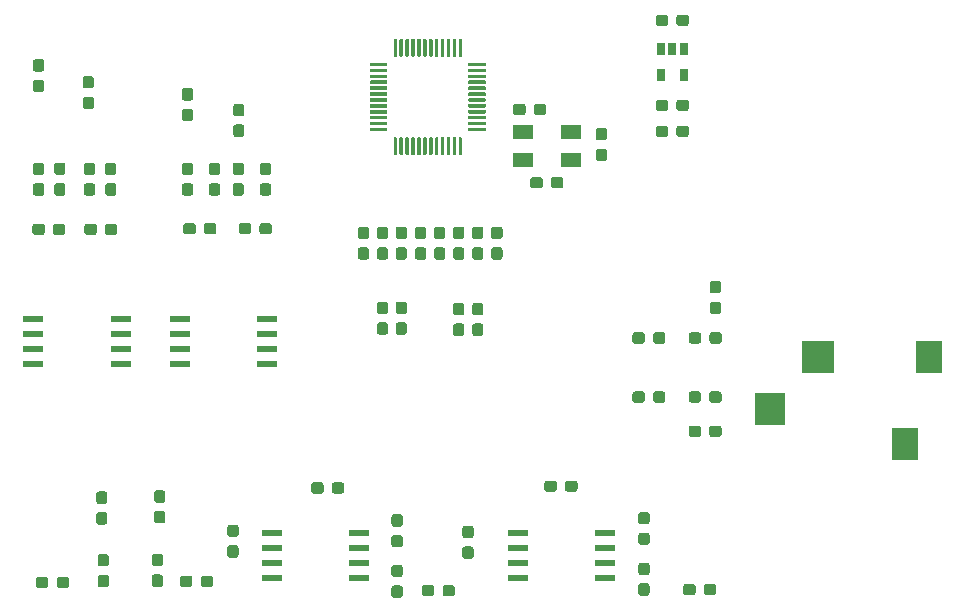
<source format=gbr>
G04 #@! TF.GenerationSoftware,KiCad,Pcbnew,(5.1.5)-3*
G04 #@! TF.CreationDate,2020-08-29T09:18:06-04:00*
G04 #@! TF.ProjectId,AudioBox,41756469-6f42-46f7-982e-6b696361645f,rev?*
G04 #@! TF.SameCoordinates,Original*
G04 #@! TF.FileFunction,Paste,Top*
G04 #@! TF.FilePolarity,Positive*
%FSLAX46Y46*%
G04 Gerber Fmt 4.6, Leading zero omitted, Abs format (unit mm)*
G04 Created by KiCad (PCBNEW (5.1.5)-3) date 2020-08-29 09:18:06*
%MOMM*%
%LPD*%
G04 APERTURE LIST*
%ADD10R,1.800000X1.200000*%
%ADD11R,1.750000X0.550000*%
%ADD12C,0.100000*%
%ADD13R,2.800000X2.800000*%
%ADD14R,2.600000X2.800000*%
%ADD15R,2.200000X2.800000*%
%ADD16R,0.650000X1.060000*%
G04 APERTURE END LIST*
D10*
X84100000Y-39950000D03*
X88100000Y-39950000D03*
X88100000Y-42350000D03*
X84100000Y-42350000D03*
D11*
X70200000Y-73895000D03*
X70200000Y-75165000D03*
X70200000Y-76435000D03*
X70200000Y-77705000D03*
X62800000Y-77705000D03*
X62800000Y-76435000D03*
X62800000Y-75165000D03*
X62800000Y-73895000D03*
D12*
G36*
X60210779Y-42551144D02*
G01*
X60233834Y-42554563D01*
X60256443Y-42560227D01*
X60278387Y-42568079D01*
X60299457Y-42578044D01*
X60319448Y-42590026D01*
X60338168Y-42603910D01*
X60355438Y-42619562D01*
X60371090Y-42636832D01*
X60384974Y-42655552D01*
X60396956Y-42675543D01*
X60406921Y-42696613D01*
X60414773Y-42718557D01*
X60420437Y-42741166D01*
X60423856Y-42764221D01*
X60425000Y-42787500D01*
X60425000Y-43362500D01*
X60423856Y-43385779D01*
X60420437Y-43408834D01*
X60414773Y-43431443D01*
X60406921Y-43453387D01*
X60396956Y-43474457D01*
X60384974Y-43494448D01*
X60371090Y-43513168D01*
X60355438Y-43530438D01*
X60338168Y-43546090D01*
X60319448Y-43559974D01*
X60299457Y-43571956D01*
X60278387Y-43581921D01*
X60256443Y-43589773D01*
X60233834Y-43595437D01*
X60210779Y-43598856D01*
X60187500Y-43600000D01*
X59712500Y-43600000D01*
X59689221Y-43598856D01*
X59666166Y-43595437D01*
X59643557Y-43589773D01*
X59621613Y-43581921D01*
X59600543Y-43571956D01*
X59580552Y-43559974D01*
X59561832Y-43546090D01*
X59544562Y-43530438D01*
X59528910Y-43513168D01*
X59515026Y-43494448D01*
X59503044Y-43474457D01*
X59493079Y-43453387D01*
X59485227Y-43431443D01*
X59479563Y-43408834D01*
X59476144Y-43385779D01*
X59475000Y-43362500D01*
X59475000Y-42787500D01*
X59476144Y-42764221D01*
X59479563Y-42741166D01*
X59485227Y-42718557D01*
X59493079Y-42696613D01*
X59503044Y-42675543D01*
X59515026Y-42655552D01*
X59528910Y-42636832D01*
X59544562Y-42619562D01*
X59561832Y-42603910D01*
X59580552Y-42590026D01*
X59600543Y-42578044D01*
X59621613Y-42568079D01*
X59643557Y-42560227D01*
X59666166Y-42554563D01*
X59689221Y-42551144D01*
X59712500Y-42550000D01*
X60187500Y-42550000D01*
X60210779Y-42551144D01*
G37*
G36*
X60210779Y-44301144D02*
G01*
X60233834Y-44304563D01*
X60256443Y-44310227D01*
X60278387Y-44318079D01*
X60299457Y-44328044D01*
X60319448Y-44340026D01*
X60338168Y-44353910D01*
X60355438Y-44369562D01*
X60371090Y-44386832D01*
X60384974Y-44405552D01*
X60396956Y-44425543D01*
X60406921Y-44446613D01*
X60414773Y-44468557D01*
X60420437Y-44491166D01*
X60423856Y-44514221D01*
X60425000Y-44537500D01*
X60425000Y-45112500D01*
X60423856Y-45135779D01*
X60420437Y-45158834D01*
X60414773Y-45181443D01*
X60406921Y-45203387D01*
X60396956Y-45224457D01*
X60384974Y-45244448D01*
X60371090Y-45263168D01*
X60355438Y-45280438D01*
X60338168Y-45296090D01*
X60319448Y-45309974D01*
X60299457Y-45321956D01*
X60278387Y-45331921D01*
X60256443Y-45339773D01*
X60233834Y-45345437D01*
X60210779Y-45348856D01*
X60187500Y-45350000D01*
X59712500Y-45350000D01*
X59689221Y-45348856D01*
X59666166Y-45345437D01*
X59643557Y-45339773D01*
X59621613Y-45331921D01*
X59600543Y-45321956D01*
X59580552Y-45309974D01*
X59561832Y-45296090D01*
X59544562Y-45280438D01*
X59528910Y-45263168D01*
X59515026Y-45244448D01*
X59503044Y-45224457D01*
X59493079Y-45203387D01*
X59485227Y-45181443D01*
X59479563Y-45158834D01*
X59476144Y-45135779D01*
X59475000Y-45112500D01*
X59475000Y-44537500D01*
X59476144Y-44514221D01*
X59479563Y-44491166D01*
X59485227Y-44468557D01*
X59493079Y-44446613D01*
X59503044Y-44425543D01*
X59515026Y-44405552D01*
X59528910Y-44386832D01*
X59544562Y-44369562D01*
X59561832Y-44353910D01*
X59580552Y-44340026D01*
X59600543Y-44328044D01*
X59621613Y-44318079D01*
X59643557Y-44310227D01*
X59666166Y-44304563D01*
X59689221Y-44301144D01*
X59712500Y-44300000D01*
X60187500Y-44300000D01*
X60210779Y-44301144D01*
G37*
G36*
X58210779Y-42551144D02*
G01*
X58233834Y-42554563D01*
X58256443Y-42560227D01*
X58278387Y-42568079D01*
X58299457Y-42578044D01*
X58319448Y-42590026D01*
X58338168Y-42603910D01*
X58355438Y-42619562D01*
X58371090Y-42636832D01*
X58384974Y-42655552D01*
X58396956Y-42675543D01*
X58406921Y-42696613D01*
X58414773Y-42718557D01*
X58420437Y-42741166D01*
X58423856Y-42764221D01*
X58425000Y-42787500D01*
X58425000Y-43362500D01*
X58423856Y-43385779D01*
X58420437Y-43408834D01*
X58414773Y-43431443D01*
X58406921Y-43453387D01*
X58396956Y-43474457D01*
X58384974Y-43494448D01*
X58371090Y-43513168D01*
X58355438Y-43530438D01*
X58338168Y-43546090D01*
X58319448Y-43559974D01*
X58299457Y-43571956D01*
X58278387Y-43581921D01*
X58256443Y-43589773D01*
X58233834Y-43595437D01*
X58210779Y-43598856D01*
X58187500Y-43600000D01*
X57712500Y-43600000D01*
X57689221Y-43598856D01*
X57666166Y-43595437D01*
X57643557Y-43589773D01*
X57621613Y-43581921D01*
X57600543Y-43571956D01*
X57580552Y-43559974D01*
X57561832Y-43546090D01*
X57544562Y-43530438D01*
X57528910Y-43513168D01*
X57515026Y-43494448D01*
X57503044Y-43474457D01*
X57493079Y-43453387D01*
X57485227Y-43431443D01*
X57479563Y-43408834D01*
X57476144Y-43385779D01*
X57475000Y-43362500D01*
X57475000Y-42787500D01*
X57476144Y-42764221D01*
X57479563Y-42741166D01*
X57485227Y-42718557D01*
X57493079Y-42696613D01*
X57503044Y-42675543D01*
X57515026Y-42655552D01*
X57528910Y-42636832D01*
X57544562Y-42619562D01*
X57561832Y-42603910D01*
X57580552Y-42590026D01*
X57600543Y-42578044D01*
X57621613Y-42568079D01*
X57643557Y-42560227D01*
X57666166Y-42554563D01*
X57689221Y-42551144D01*
X57712500Y-42550000D01*
X58187500Y-42550000D01*
X58210779Y-42551144D01*
G37*
G36*
X58210779Y-44301144D02*
G01*
X58233834Y-44304563D01*
X58256443Y-44310227D01*
X58278387Y-44318079D01*
X58299457Y-44328044D01*
X58319448Y-44340026D01*
X58338168Y-44353910D01*
X58355438Y-44369562D01*
X58371090Y-44386832D01*
X58384974Y-44405552D01*
X58396956Y-44425543D01*
X58406921Y-44446613D01*
X58414773Y-44468557D01*
X58420437Y-44491166D01*
X58423856Y-44514221D01*
X58425000Y-44537500D01*
X58425000Y-45112500D01*
X58423856Y-45135779D01*
X58420437Y-45158834D01*
X58414773Y-45181443D01*
X58406921Y-45203387D01*
X58396956Y-45224457D01*
X58384974Y-45244448D01*
X58371090Y-45263168D01*
X58355438Y-45280438D01*
X58338168Y-45296090D01*
X58319448Y-45309974D01*
X58299457Y-45321956D01*
X58278387Y-45331921D01*
X58256443Y-45339773D01*
X58233834Y-45345437D01*
X58210779Y-45348856D01*
X58187500Y-45350000D01*
X57712500Y-45350000D01*
X57689221Y-45348856D01*
X57666166Y-45345437D01*
X57643557Y-45339773D01*
X57621613Y-45331921D01*
X57600543Y-45321956D01*
X57580552Y-45309974D01*
X57561832Y-45296090D01*
X57544562Y-45280438D01*
X57528910Y-45263168D01*
X57515026Y-45244448D01*
X57503044Y-45224457D01*
X57493079Y-45203387D01*
X57485227Y-45181443D01*
X57479563Y-45158834D01*
X57476144Y-45135779D01*
X57475000Y-45112500D01*
X57475000Y-44537500D01*
X57476144Y-44514221D01*
X57479563Y-44491166D01*
X57485227Y-44468557D01*
X57493079Y-44446613D01*
X57503044Y-44425543D01*
X57515026Y-44405552D01*
X57528910Y-44386832D01*
X57544562Y-44369562D01*
X57561832Y-44353910D01*
X57580552Y-44340026D01*
X57600543Y-44328044D01*
X57621613Y-44318079D01*
X57643557Y-44310227D01*
X57666166Y-44304563D01*
X57689221Y-44301144D01*
X57712500Y-44300000D01*
X58187500Y-44300000D01*
X58210779Y-44301144D01*
G37*
G36*
X45110779Y-42551144D02*
G01*
X45133834Y-42554563D01*
X45156443Y-42560227D01*
X45178387Y-42568079D01*
X45199457Y-42578044D01*
X45219448Y-42590026D01*
X45238168Y-42603910D01*
X45255438Y-42619562D01*
X45271090Y-42636832D01*
X45284974Y-42655552D01*
X45296956Y-42675543D01*
X45306921Y-42696613D01*
X45314773Y-42718557D01*
X45320437Y-42741166D01*
X45323856Y-42764221D01*
X45325000Y-42787500D01*
X45325000Y-43362500D01*
X45323856Y-43385779D01*
X45320437Y-43408834D01*
X45314773Y-43431443D01*
X45306921Y-43453387D01*
X45296956Y-43474457D01*
X45284974Y-43494448D01*
X45271090Y-43513168D01*
X45255438Y-43530438D01*
X45238168Y-43546090D01*
X45219448Y-43559974D01*
X45199457Y-43571956D01*
X45178387Y-43581921D01*
X45156443Y-43589773D01*
X45133834Y-43595437D01*
X45110779Y-43598856D01*
X45087500Y-43600000D01*
X44612500Y-43600000D01*
X44589221Y-43598856D01*
X44566166Y-43595437D01*
X44543557Y-43589773D01*
X44521613Y-43581921D01*
X44500543Y-43571956D01*
X44480552Y-43559974D01*
X44461832Y-43546090D01*
X44444562Y-43530438D01*
X44428910Y-43513168D01*
X44415026Y-43494448D01*
X44403044Y-43474457D01*
X44393079Y-43453387D01*
X44385227Y-43431443D01*
X44379563Y-43408834D01*
X44376144Y-43385779D01*
X44375000Y-43362500D01*
X44375000Y-42787500D01*
X44376144Y-42764221D01*
X44379563Y-42741166D01*
X44385227Y-42718557D01*
X44393079Y-42696613D01*
X44403044Y-42675543D01*
X44415026Y-42655552D01*
X44428910Y-42636832D01*
X44444562Y-42619562D01*
X44461832Y-42603910D01*
X44480552Y-42590026D01*
X44500543Y-42578044D01*
X44521613Y-42568079D01*
X44543557Y-42560227D01*
X44566166Y-42554563D01*
X44589221Y-42551144D01*
X44612500Y-42550000D01*
X45087500Y-42550000D01*
X45110779Y-42551144D01*
G37*
G36*
X45110779Y-44301144D02*
G01*
X45133834Y-44304563D01*
X45156443Y-44310227D01*
X45178387Y-44318079D01*
X45199457Y-44328044D01*
X45219448Y-44340026D01*
X45238168Y-44353910D01*
X45255438Y-44369562D01*
X45271090Y-44386832D01*
X45284974Y-44405552D01*
X45296956Y-44425543D01*
X45306921Y-44446613D01*
X45314773Y-44468557D01*
X45320437Y-44491166D01*
X45323856Y-44514221D01*
X45325000Y-44537500D01*
X45325000Y-45112500D01*
X45323856Y-45135779D01*
X45320437Y-45158834D01*
X45314773Y-45181443D01*
X45306921Y-45203387D01*
X45296956Y-45224457D01*
X45284974Y-45244448D01*
X45271090Y-45263168D01*
X45255438Y-45280438D01*
X45238168Y-45296090D01*
X45219448Y-45309974D01*
X45199457Y-45321956D01*
X45178387Y-45331921D01*
X45156443Y-45339773D01*
X45133834Y-45345437D01*
X45110779Y-45348856D01*
X45087500Y-45350000D01*
X44612500Y-45350000D01*
X44589221Y-45348856D01*
X44566166Y-45345437D01*
X44543557Y-45339773D01*
X44521613Y-45331921D01*
X44500543Y-45321956D01*
X44480552Y-45309974D01*
X44461832Y-45296090D01*
X44444562Y-45280438D01*
X44428910Y-45263168D01*
X44415026Y-45244448D01*
X44403044Y-45224457D01*
X44393079Y-45203387D01*
X44385227Y-45181443D01*
X44379563Y-45158834D01*
X44376144Y-45135779D01*
X44375000Y-45112500D01*
X44375000Y-44537500D01*
X44376144Y-44514221D01*
X44379563Y-44491166D01*
X44385227Y-44468557D01*
X44393079Y-44446613D01*
X44403044Y-44425543D01*
X44415026Y-44405552D01*
X44428910Y-44386832D01*
X44444562Y-44369562D01*
X44461832Y-44353910D01*
X44480552Y-44340026D01*
X44500543Y-44328044D01*
X44521613Y-44318079D01*
X44543557Y-44310227D01*
X44566166Y-44304563D01*
X44589221Y-44301144D01*
X44612500Y-44300000D01*
X45087500Y-44300000D01*
X45110779Y-44301144D01*
G37*
G36*
X47610779Y-42551144D02*
G01*
X47633834Y-42554563D01*
X47656443Y-42560227D01*
X47678387Y-42568079D01*
X47699457Y-42578044D01*
X47719448Y-42590026D01*
X47738168Y-42603910D01*
X47755438Y-42619562D01*
X47771090Y-42636832D01*
X47784974Y-42655552D01*
X47796956Y-42675543D01*
X47806921Y-42696613D01*
X47814773Y-42718557D01*
X47820437Y-42741166D01*
X47823856Y-42764221D01*
X47825000Y-42787500D01*
X47825000Y-43362500D01*
X47823856Y-43385779D01*
X47820437Y-43408834D01*
X47814773Y-43431443D01*
X47806921Y-43453387D01*
X47796956Y-43474457D01*
X47784974Y-43494448D01*
X47771090Y-43513168D01*
X47755438Y-43530438D01*
X47738168Y-43546090D01*
X47719448Y-43559974D01*
X47699457Y-43571956D01*
X47678387Y-43581921D01*
X47656443Y-43589773D01*
X47633834Y-43595437D01*
X47610779Y-43598856D01*
X47587500Y-43600000D01*
X47112500Y-43600000D01*
X47089221Y-43598856D01*
X47066166Y-43595437D01*
X47043557Y-43589773D01*
X47021613Y-43581921D01*
X47000543Y-43571956D01*
X46980552Y-43559974D01*
X46961832Y-43546090D01*
X46944562Y-43530438D01*
X46928910Y-43513168D01*
X46915026Y-43494448D01*
X46903044Y-43474457D01*
X46893079Y-43453387D01*
X46885227Y-43431443D01*
X46879563Y-43408834D01*
X46876144Y-43385779D01*
X46875000Y-43362500D01*
X46875000Y-42787500D01*
X46876144Y-42764221D01*
X46879563Y-42741166D01*
X46885227Y-42718557D01*
X46893079Y-42696613D01*
X46903044Y-42675543D01*
X46915026Y-42655552D01*
X46928910Y-42636832D01*
X46944562Y-42619562D01*
X46961832Y-42603910D01*
X46980552Y-42590026D01*
X47000543Y-42578044D01*
X47021613Y-42568079D01*
X47043557Y-42560227D01*
X47066166Y-42554563D01*
X47089221Y-42551144D01*
X47112500Y-42550000D01*
X47587500Y-42550000D01*
X47610779Y-42551144D01*
G37*
G36*
X47610779Y-44301144D02*
G01*
X47633834Y-44304563D01*
X47656443Y-44310227D01*
X47678387Y-44318079D01*
X47699457Y-44328044D01*
X47719448Y-44340026D01*
X47738168Y-44353910D01*
X47755438Y-44369562D01*
X47771090Y-44386832D01*
X47784974Y-44405552D01*
X47796956Y-44425543D01*
X47806921Y-44446613D01*
X47814773Y-44468557D01*
X47820437Y-44491166D01*
X47823856Y-44514221D01*
X47825000Y-44537500D01*
X47825000Y-45112500D01*
X47823856Y-45135779D01*
X47820437Y-45158834D01*
X47814773Y-45181443D01*
X47806921Y-45203387D01*
X47796956Y-45224457D01*
X47784974Y-45244448D01*
X47771090Y-45263168D01*
X47755438Y-45280438D01*
X47738168Y-45296090D01*
X47719448Y-45309974D01*
X47699457Y-45321956D01*
X47678387Y-45331921D01*
X47656443Y-45339773D01*
X47633834Y-45345437D01*
X47610779Y-45348856D01*
X47587500Y-45350000D01*
X47112500Y-45350000D01*
X47089221Y-45348856D01*
X47066166Y-45345437D01*
X47043557Y-45339773D01*
X47021613Y-45331921D01*
X47000543Y-45321956D01*
X46980552Y-45309974D01*
X46961832Y-45296090D01*
X46944562Y-45280438D01*
X46928910Y-45263168D01*
X46915026Y-45244448D01*
X46903044Y-45224457D01*
X46893079Y-45203387D01*
X46885227Y-45181443D01*
X46879563Y-45158834D01*
X46876144Y-45135779D01*
X46875000Y-45112500D01*
X46875000Y-44537500D01*
X46876144Y-44514221D01*
X46879563Y-44491166D01*
X46885227Y-44468557D01*
X46893079Y-44446613D01*
X46903044Y-44425543D01*
X46915026Y-44405552D01*
X46928910Y-44386832D01*
X46944562Y-44369562D01*
X46961832Y-44353910D01*
X46980552Y-44340026D01*
X47000543Y-44328044D01*
X47021613Y-44318079D01*
X47043557Y-44310227D01*
X47066166Y-44304563D01*
X47089221Y-44301144D01*
X47112500Y-44300000D01*
X47587500Y-44300000D01*
X47610779Y-44301144D01*
G37*
G36*
X62585779Y-47676144D02*
G01*
X62608834Y-47679563D01*
X62631443Y-47685227D01*
X62653387Y-47693079D01*
X62674457Y-47703044D01*
X62694448Y-47715026D01*
X62713168Y-47728910D01*
X62730438Y-47744562D01*
X62746090Y-47761832D01*
X62759974Y-47780552D01*
X62771956Y-47800543D01*
X62781921Y-47821613D01*
X62789773Y-47843557D01*
X62795437Y-47866166D01*
X62798856Y-47889221D01*
X62800000Y-47912500D01*
X62800000Y-48387500D01*
X62798856Y-48410779D01*
X62795437Y-48433834D01*
X62789773Y-48456443D01*
X62781921Y-48478387D01*
X62771956Y-48499457D01*
X62759974Y-48519448D01*
X62746090Y-48538168D01*
X62730438Y-48555438D01*
X62713168Y-48571090D01*
X62694448Y-48584974D01*
X62674457Y-48596956D01*
X62653387Y-48606921D01*
X62631443Y-48614773D01*
X62608834Y-48620437D01*
X62585779Y-48623856D01*
X62562500Y-48625000D01*
X61987500Y-48625000D01*
X61964221Y-48623856D01*
X61941166Y-48620437D01*
X61918557Y-48614773D01*
X61896613Y-48606921D01*
X61875543Y-48596956D01*
X61855552Y-48584974D01*
X61836832Y-48571090D01*
X61819562Y-48555438D01*
X61803910Y-48538168D01*
X61790026Y-48519448D01*
X61778044Y-48499457D01*
X61768079Y-48478387D01*
X61760227Y-48456443D01*
X61754563Y-48433834D01*
X61751144Y-48410779D01*
X61750000Y-48387500D01*
X61750000Y-47912500D01*
X61751144Y-47889221D01*
X61754563Y-47866166D01*
X61760227Y-47843557D01*
X61768079Y-47821613D01*
X61778044Y-47800543D01*
X61790026Y-47780552D01*
X61803910Y-47761832D01*
X61819562Y-47744562D01*
X61836832Y-47728910D01*
X61855552Y-47715026D01*
X61875543Y-47703044D01*
X61896613Y-47693079D01*
X61918557Y-47685227D01*
X61941166Y-47679563D01*
X61964221Y-47676144D01*
X61987500Y-47675000D01*
X62562500Y-47675000D01*
X62585779Y-47676144D01*
G37*
G36*
X60835779Y-47676144D02*
G01*
X60858834Y-47679563D01*
X60881443Y-47685227D01*
X60903387Y-47693079D01*
X60924457Y-47703044D01*
X60944448Y-47715026D01*
X60963168Y-47728910D01*
X60980438Y-47744562D01*
X60996090Y-47761832D01*
X61009974Y-47780552D01*
X61021956Y-47800543D01*
X61031921Y-47821613D01*
X61039773Y-47843557D01*
X61045437Y-47866166D01*
X61048856Y-47889221D01*
X61050000Y-47912500D01*
X61050000Y-48387500D01*
X61048856Y-48410779D01*
X61045437Y-48433834D01*
X61039773Y-48456443D01*
X61031921Y-48478387D01*
X61021956Y-48499457D01*
X61009974Y-48519448D01*
X60996090Y-48538168D01*
X60980438Y-48555438D01*
X60963168Y-48571090D01*
X60944448Y-48584974D01*
X60924457Y-48596956D01*
X60903387Y-48606921D01*
X60881443Y-48614773D01*
X60858834Y-48620437D01*
X60835779Y-48623856D01*
X60812500Y-48625000D01*
X60237500Y-48625000D01*
X60214221Y-48623856D01*
X60191166Y-48620437D01*
X60168557Y-48614773D01*
X60146613Y-48606921D01*
X60125543Y-48596956D01*
X60105552Y-48584974D01*
X60086832Y-48571090D01*
X60069562Y-48555438D01*
X60053910Y-48538168D01*
X60040026Y-48519448D01*
X60028044Y-48499457D01*
X60018079Y-48478387D01*
X60010227Y-48456443D01*
X60004563Y-48433834D01*
X60001144Y-48410779D01*
X60000000Y-48387500D01*
X60000000Y-47912500D01*
X60001144Y-47889221D01*
X60004563Y-47866166D01*
X60010227Y-47843557D01*
X60018079Y-47821613D01*
X60028044Y-47800543D01*
X60040026Y-47780552D01*
X60053910Y-47761832D01*
X60069562Y-47744562D01*
X60086832Y-47728910D01*
X60105552Y-47715026D01*
X60125543Y-47703044D01*
X60146613Y-47693079D01*
X60168557Y-47685227D01*
X60191166Y-47679563D01*
X60214221Y-47676144D01*
X60237500Y-47675000D01*
X60812500Y-47675000D01*
X60835779Y-47676144D01*
G37*
G36*
X62510779Y-42551144D02*
G01*
X62533834Y-42554563D01*
X62556443Y-42560227D01*
X62578387Y-42568079D01*
X62599457Y-42578044D01*
X62619448Y-42590026D01*
X62638168Y-42603910D01*
X62655438Y-42619562D01*
X62671090Y-42636832D01*
X62684974Y-42655552D01*
X62696956Y-42675543D01*
X62706921Y-42696613D01*
X62714773Y-42718557D01*
X62720437Y-42741166D01*
X62723856Y-42764221D01*
X62725000Y-42787500D01*
X62725000Y-43362500D01*
X62723856Y-43385779D01*
X62720437Y-43408834D01*
X62714773Y-43431443D01*
X62706921Y-43453387D01*
X62696956Y-43474457D01*
X62684974Y-43494448D01*
X62671090Y-43513168D01*
X62655438Y-43530438D01*
X62638168Y-43546090D01*
X62619448Y-43559974D01*
X62599457Y-43571956D01*
X62578387Y-43581921D01*
X62556443Y-43589773D01*
X62533834Y-43595437D01*
X62510779Y-43598856D01*
X62487500Y-43600000D01*
X62012500Y-43600000D01*
X61989221Y-43598856D01*
X61966166Y-43595437D01*
X61943557Y-43589773D01*
X61921613Y-43581921D01*
X61900543Y-43571956D01*
X61880552Y-43559974D01*
X61861832Y-43546090D01*
X61844562Y-43530438D01*
X61828910Y-43513168D01*
X61815026Y-43494448D01*
X61803044Y-43474457D01*
X61793079Y-43453387D01*
X61785227Y-43431443D01*
X61779563Y-43408834D01*
X61776144Y-43385779D01*
X61775000Y-43362500D01*
X61775000Y-42787500D01*
X61776144Y-42764221D01*
X61779563Y-42741166D01*
X61785227Y-42718557D01*
X61793079Y-42696613D01*
X61803044Y-42675543D01*
X61815026Y-42655552D01*
X61828910Y-42636832D01*
X61844562Y-42619562D01*
X61861832Y-42603910D01*
X61880552Y-42590026D01*
X61900543Y-42578044D01*
X61921613Y-42568079D01*
X61943557Y-42560227D01*
X61966166Y-42554563D01*
X61989221Y-42551144D01*
X62012500Y-42550000D01*
X62487500Y-42550000D01*
X62510779Y-42551144D01*
G37*
G36*
X62510779Y-44301144D02*
G01*
X62533834Y-44304563D01*
X62556443Y-44310227D01*
X62578387Y-44318079D01*
X62599457Y-44328044D01*
X62619448Y-44340026D01*
X62638168Y-44353910D01*
X62655438Y-44369562D01*
X62671090Y-44386832D01*
X62684974Y-44405552D01*
X62696956Y-44425543D01*
X62706921Y-44446613D01*
X62714773Y-44468557D01*
X62720437Y-44491166D01*
X62723856Y-44514221D01*
X62725000Y-44537500D01*
X62725000Y-45112500D01*
X62723856Y-45135779D01*
X62720437Y-45158834D01*
X62714773Y-45181443D01*
X62706921Y-45203387D01*
X62696956Y-45224457D01*
X62684974Y-45244448D01*
X62671090Y-45263168D01*
X62655438Y-45280438D01*
X62638168Y-45296090D01*
X62619448Y-45309974D01*
X62599457Y-45321956D01*
X62578387Y-45331921D01*
X62556443Y-45339773D01*
X62533834Y-45345437D01*
X62510779Y-45348856D01*
X62487500Y-45350000D01*
X62012500Y-45350000D01*
X61989221Y-45348856D01*
X61966166Y-45345437D01*
X61943557Y-45339773D01*
X61921613Y-45331921D01*
X61900543Y-45321956D01*
X61880552Y-45309974D01*
X61861832Y-45296090D01*
X61844562Y-45280438D01*
X61828910Y-45263168D01*
X61815026Y-45244448D01*
X61803044Y-45224457D01*
X61793079Y-45203387D01*
X61785227Y-45181443D01*
X61779563Y-45158834D01*
X61776144Y-45135779D01*
X61775000Y-45112500D01*
X61775000Y-44537500D01*
X61776144Y-44514221D01*
X61779563Y-44491166D01*
X61785227Y-44468557D01*
X61793079Y-44446613D01*
X61803044Y-44425543D01*
X61815026Y-44405552D01*
X61828910Y-44386832D01*
X61844562Y-44369562D01*
X61861832Y-44353910D01*
X61880552Y-44340026D01*
X61900543Y-44328044D01*
X61921613Y-44318079D01*
X61943557Y-44310227D01*
X61966166Y-44304563D01*
X61989221Y-44301144D01*
X62012500Y-44300000D01*
X62487500Y-44300000D01*
X62510779Y-44301144D01*
G37*
G36*
X56135779Y-47676144D02*
G01*
X56158834Y-47679563D01*
X56181443Y-47685227D01*
X56203387Y-47693079D01*
X56224457Y-47703044D01*
X56244448Y-47715026D01*
X56263168Y-47728910D01*
X56280438Y-47744562D01*
X56296090Y-47761832D01*
X56309974Y-47780552D01*
X56321956Y-47800543D01*
X56331921Y-47821613D01*
X56339773Y-47843557D01*
X56345437Y-47866166D01*
X56348856Y-47889221D01*
X56350000Y-47912500D01*
X56350000Y-48387500D01*
X56348856Y-48410779D01*
X56345437Y-48433834D01*
X56339773Y-48456443D01*
X56331921Y-48478387D01*
X56321956Y-48499457D01*
X56309974Y-48519448D01*
X56296090Y-48538168D01*
X56280438Y-48555438D01*
X56263168Y-48571090D01*
X56244448Y-48584974D01*
X56224457Y-48596956D01*
X56203387Y-48606921D01*
X56181443Y-48614773D01*
X56158834Y-48620437D01*
X56135779Y-48623856D01*
X56112500Y-48625000D01*
X55537500Y-48625000D01*
X55514221Y-48623856D01*
X55491166Y-48620437D01*
X55468557Y-48614773D01*
X55446613Y-48606921D01*
X55425543Y-48596956D01*
X55405552Y-48584974D01*
X55386832Y-48571090D01*
X55369562Y-48555438D01*
X55353910Y-48538168D01*
X55340026Y-48519448D01*
X55328044Y-48499457D01*
X55318079Y-48478387D01*
X55310227Y-48456443D01*
X55304563Y-48433834D01*
X55301144Y-48410779D01*
X55300000Y-48387500D01*
X55300000Y-47912500D01*
X55301144Y-47889221D01*
X55304563Y-47866166D01*
X55310227Y-47843557D01*
X55318079Y-47821613D01*
X55328044Y-47800543D01*
X55340026Y-47780552D01*
X55353910Y-47761832D01*
X55369562Y-47744562D01*
X55386832Y-47728910D01*
X55405552Y-47715026D01*
X55425543Y-47703044D01*
X55446613Y-47693079D01*
X55468557Y-47685227D01*
X55491166Y-47679563D01*
X55514221Y-47676144D01*
X55537500Y-47675000D01*
X56112500Y-47675000D01*
X56135779Y-47676144D01*
G37*
G36*
X57885779Y-47676144D02*
G01*
X57908834Y-47679563D01*
X57931443Y-47685227D01*
X57953387Y-47693079D01*
X57974457Y-47703044D01*
X57994448Y-47715026D01*
X58013168Y-47728910D01*
X58030438Y-47744562D01*
X58046090Y-47761832D01*
X58059974Y-47780552D01*
X58071956Y-47800543D01*
X58081921Y-47821613D01*
X58089773Y-47843557D01*
X58095437Y-47866166D01*
X58098856Y-47889221D01*
X58100000Y-47912500D01*
X58100000Y-48387500D01*
X58098856Y-48410779D01*
X58095437Y-48433834D01*
X58089773Y-48456443D01*
X58081921Y-48478387D01*
X58071956Y-48499457D01*
X58059974Y-48519448D01*
X58046090Y-48538168D01*
X58030438Y-48555438D01*
X58013168Y-48571090D01*
X57994448Y-48584974D01*
X57974457Y-48596956D01*
X57953387Y-48606921D01*
X57931443Y-48614773D01*
X57908834Y-48620437D01*
X57885779Y-48623856D01*
X57862500Y-48625000D01*
X57287500Y-48625000D01*
X57264221Y-48623856D01*
X57241166Y-48620437D01*
X57218557Y-48614773D01*
X57196613Y-48606921D01*
X57175543Y-48596956D01*
X57155552Y-48584974D01*
X57136832Y-48571090D01*
X57119562Y-48555438D01*
X57103910Y-48538168D01*
X57090026Y-48519448D01*
X57078044Y-48499457D01*
X57068079Y-48478387D01*
X57060227Y-48456443D01*
X57054563Y-48433834D01*
X57051144Y-48410779D01*
X57050000Y-48387500D01*
X57050000Y-47912500D01*
X57051144Y-47889221D01*
X57054563Y-47866166D01*
X57060227Y-47843557D01*
X57068079Y-47821613D01*
X57078044Y-47800543D01*
X57090026Y-47780552D01*
X57103910Y-47761832D01*
X57119562Y-47744562D01*
X57136832Y-47728910D01*
X57155552Y-47715026D01*
X57175543Y-47703044D01*
X57196613Y-47693079D01*
X57218557Y-47685227D01*
X57241166Y-47679563D01*
X57264221Y-47676144D01*
X57287500Y-47675000D01*
X57862500Y-47675000D01*
X57885779Y-47676144D01*
G37*
G36*
X55910779Y-42551144D02*
G01*
X55933834Y-42554563D01*
X55956443Y-42560227D01*
X55978387Y-42568079D01*
X55999457Y-42578044D01*
X56019448Y-42590026D01*
X56038168Y-42603910D01*
X56055438Y-42619562D01*
X56071090Y-42636832D01*
X56084974Y-42655552D01*
X56096956Y-42675543D01*
X56106921Y-42696613D01*
X56114773Y-42718557D01*
X56120437Y-42741166D01*
X56123856Y-42764221D01*
X56125000Y-42787500D01*
X56125000Y-43362500D01*
X56123856Y-43385779D01*
X56120437Y-43408834D01*
X56114773Y-43431443D01*
X56106921Y-43453387D01*
X56096956Y-43474457D01*
X56084974Y-43494448D01*
X56071090Y-43513168D01*
X56055438Y-43530438D01*
X56038168Y-43546090D01*
X56019448Y-43559974D01*
X55999457Y-43571956D01*
X55978387Y-43581921D01*
X55956443Y-43589773D01*
X55933834Y-43595437D01*
X55910779Y-43598856D01*
X55887500Y-43600000D01*
X55412500Y-43600000D01*
X55389221Y-43598856D01*
X55366166Y-43595437D01*
X55343557Y-43589773D01*
X55321613Y-43581921D01*
X55300543Y-43571956D01*
X55280552Y-43559974D01*
X55261832Y-43546090D01*
X55244562Y-43530438D01*
X55228910Y-43513168D01*
X55215026Y-43494448D01*
X55203044Y-43474457D01*
X55193079Y-43453387D01*
X55185227Y-43431443D01*
X55179563Y-43408834D01*
X55176144Y-43385779D01*
X55175000Y-43362500D01*
X55175000Y-42787500D01*
X55176144Y-42764221D01*
X55179563Y-42741166D01*
X55185227Y-42718557D01*
X55193079Y-42696613D01*
X55203044Y-42675543D01*
X55215026Y-42655552D01*
X55228910Y-42636832D01*
X55244562Y-42619562D01*
X55261832Y-42603910D01*
X55280552Y-42590026D01*
X55300543Y-42578044D01*
X55321613Y-42568079D01*
X55343557Y-42560227D01*
X55366166Y-42554563D01*
X55389221Y-42551144D01*
X55412500Y-42550000D01*
X55887500Y-42550000D01*
X55910779Y-42551144D01*
G37*
G36*
X55910779Y-44301144D02*
G01*
X55933834Y-44304563D01*
X55956443Y-44310227D01*
X55978387Y-44318079D01*
X55999457Y-44328044D01*
X56019448Y-44340026D01*
X56038168Y-44353910D01*
X56055438Y-44369562D01*
X56071090Y-44386832D01*
X56084974Y-44405552D01*
X56096956Y-44425543D01*
X56106921Y-44446613D01*
X56114773Y-44468557D01*
X56120437Y-44491166D01*
X56123856Y-44514221D01*
X56125000Y-44537500D01*
X56125000Y-45112500D01*
X56123856Y-45135779D01*
X56120437Y-45158834D01*
X56114773Y-45181443D01*
X56106921Y-45203387D01*
X56096956Y-45224457D01*
X56084974Y-45244448D01*
X56071090Y-45263168D01*
X56055438Y-45280438D01*
X56038168Y-45296090D01*
X56019448Y-45309974D01*
X55999457Y-45321956D01*
X55978387Y-45331921D01*
X55956443Y-45339773D01*
X55933834Y-45345437D01*
X55910779Y-45348856D01*
X55887500Y-45350000D01*
X55412500Y-45350000D01*
X55389221Y-45348856D01*
X55366166Y-45345437D01*
X55343557Y-45339773D01*
X55321613Y-45331921D01*
X55300543Y-45321956D01*
X55280552Y-45309974D01*
X55261832Y-45296090D01*
X55244562Y-45280438D01*
X55228910Y-45263168D01*
X55215026Y-45244448D01*
X55203044Y-45224457D01*
X55193079Y-45203387D01*
X55185227Y-45181443D01*
X55179563Y-45158834D01*
X55176144Y-45135779D01*
X55175000Y-45112500D01*
X55175000Y-44537500D01*
X55176144Y-44514221D01*
X55179563Y-44491166D01*
X55185227Y-44468557D01*
X55193079Y-44446613D01*
X55203044Y-44425543D01*
X55215026Y-44405552D01*
X55228910Y-44386832D01*
X55244562Y-44369562D01*
X55261832Y-44353910D01*
X55280552Y-44340026D01*
X55300543Y-44328044D01*
X55321613Y-44318079D01*
X55343557Y-44310227D01*
X55366166Y-44304563D01*
X55389221Y-44301144D01*
X55412500Y-44300000D01*
X55887500Y-44300000D01*
X55910779Y-44301144D01*
G37*
G36*
X49510779Y-47726144D02*
G01*
X49533834Y-47729563D01*
X49556443Y-47735227D01*
X49578387Y-47743079D01*
X49599457Y-47753044D01*
X49619448Y-47765026D01*
X49638168Y-47778910D01*
X49655438Y-47794562D01*
X49671090Y-47811832D01*
X49684974Y-47830552D01*
X49696956Y-47850543D01*
X49706921Y-47871613D01*
X49714773Y-47893557D01*
X49720437Y-47916166D01*
X49723856Y-47939221D01*
X49725000Y-47962500D01*
X49725000Y-48437500D01*
X49723856Y-48460779D01*
X49720437Y-48483834D01*
X49714773Y-48506443D01*
X49706921Y-48528387D01*
X49696956Y-48549457D01*
X49684974Y-48569448D01*
X49671090Y-48588168D01*
X49655438Y-48605438D01*
X49638168Y-48621090D01*
X49619448Y-48634974D01*
X49599457Y-48646956D01*
X49578387Y-48656921D01*
X49556443Y-48664773D01*
X49533834Y-48670437D01*
X49510779Y-48673856D01*
X49487500Y-48675000D01*
X48912500Y-48675000D01*
X48889221Y-48673856D01*
X48866166Y-48670437D01*
X48843557Y-48664773D01*
X48821613Y-48656921D01*
X48800543Y-48646956D01*
X48780552Y-48634974D01*
X48761832Y-48621090D01*
X48744562Y-48605438D01*
X48728910Y-48588168D01*
X48715026Y-48569448D01*
X48703044Y-48549457D01*
X48693079Y-48528387D01*
X48685227Y-48506443D01*
X48679563Y-48483834D01*
X48676144Y-48460779D01*
X48675000Y-48437500D01*
X48675000Y-47962500D01*
X48676144Y-47939221D01*
X48679563Y-47916166D01*
X48685227Y-47893557D01*
X48693079Y-47871613D01*
X48703044Y-47850543D01*
X48715026Y-47830552D01*
X48728910Y-47811832D01*
X48744562Y-47794562D01*
X48761832Y-47778910D01*
X48780552Y-47765026D01*
X48800543Y-47753044D01*
X48821613Y-47743079D01*
X48843557Y-47735227D01*
X48866166Y-47729563D01*
X48889221Y-47726144D01*
X48912500Y-47725000D01*
X49487500Y-47725000D01*
X49510779Y-47726144D01*
G37*
G36*
X47760779Y-47726144D02*
G01*
X47783834Y-47729563D01*
X47806443Y-47735227D01*
X47828387Y-47743079D01*
X47849457Y-47753044D01*
X47869448Y-47765026D01*
X47888168Y-47778910D01*
X47905438Y-47794562D01*
X47921090Y-47811832D01*
X47934974Y-47830552D01*
X47946956Y-47850543D01*
X47956921Y-47871613D01*
X47964773Y-47893557D01*
X47970437Y-47916166D01*
X47973856Y-47939221D01*
X47975000Y-47962500D01*
X47975000Y-48437500D01*
X47973856Y-48460779D01*
X47970437Y-48483834D01*
X47964773Y-48506443D01*
X47956921Y-48528387D01*
X47946956Y-48549457D01*
X47934974Y-48569448D01*
X47921090Y-48588168D01*
X47905438Y-48605438D01*
X47888168Y-48621090D01*
X47869448Y-48634974D01*
X47849457Y-48646956D01*
X47828387Y-48656921D01*
X47806443Y-48664773D01*
X47783834Y-48670437D01*
X47760779Y-48673856D01*
X47737500Y-48675000D01*
X47162500Y-48675000D01*
X47139221Y-48673856D01*
X47116166Y-48670437D01*
X47093557Y-48664773D01*
X47071613Y-48656921D01*
X47050543Y-48646956D01*
X47030552Y-48634974D01*
X47011832Y-48621090D01*
X46994562Y-48605438D01*
X46978910Y-48588168D01*
X46965026Y-48569448D01*
X46953044Y-48549457D01*
X46943079Y-48528387D01*
X46935227Y-48506443D01*
X46929563Y-48483834D01*
X46926144Y-48460779D01*
X46925000Y-48437500D01*
X46925000Y-47962500D01*
X46926144Y-47939221D01*
X46929563Y-47916166D01*
X46935227Y-47893557D01*
X46943079Y-47871613D01*
X46953044Y-47850543D01*
X46965026Y-47830552D01*
X46978910Y-47811832D01*
X46994562Y-47794562D01*
X47011832Y-47778910D01*
X47030552Y-47765026D01*
X47050543Y-47753044D01*
X47071613Y-47743079D01*
X47093557Y-47735227D01*
X47116166Y-47729563D01*
X47139221Y-47726144D01*
X47162500Y-47725000D01*
X47737500Y-47725000D01*
X47760779Y-47726144D01*
G37*
G36*
X43310779Y-42551144D02*
G01*
X43333834Y-42554563D01*
X43356443Y-42560227D01*
X43378387Y-42568079D01*
X43399457Y-42578044D01*
X43419448Y-42590026D01*
X43438168Y-42603910D01*
X43455438Y-42619562D01*
X43471090Y-42636832D01*
X43484974Y-42655552D01*
X43496956Y-42675543D01*
X43506921Y-42696613D01*
X43514773Y-42718557D01*
X43520437Y-42741166D01*
X43523856Y-42764221D01*
X43525000Y-42787500D01*
X43525000Y-43362500D01*
X43523856Y-43385779D01*
X43520437Y-43408834D01*
X43514773Y-43431443D01*
X43506921Y-43453387D01*
X43496956Y-43474457D01*
X43484974Y-43494448D01*
X43471090Y-43513168D01*
X43455438Y-43530438D01*
X43438168Y-43546090D01*
X43419448Y-43559974D01*
X43399457Y-43571956D01*
X43378387Y-43581921D01*
X43356443Y-43589773D01*
X43333834Y-43595437D01*
X43310779Y-43598856D01*
X43287500Y-43600000D01*
X42812500Y-43600000D01*
X42789221Y-43598856D01*
X42766166Y-43595437D01*
X42743557Y-43589773D01*
X42721613Y-43581921D01*
X42700543Y-43571956D01*
X42680552Y-43559974D01*
X42661832Y-43546090D01*
X42644562Y-43530438D01*
X42628910Y-43513168D01*
X42615026Y-43494448D01*
X42603044Y-43474457D01*
X42593079Y-43453387D01*
X42585227Y-43431443D01*
X42579563Y-43408834D01*
X42576144Y-43385779D01*
X42575000Y-43362500D01*
X42575000Y-42787500D01*
X42576144Y-42764221D01*
X42579563Y-42741166D01*
X42585227Y-42718557D01*
X42593079Y-42696613D01*
X42603044Y-42675543D01*
X42615026Y-42655552D01*
X42628910Y-42636832D01*
X42644562Y-42619562D01*
X42661832Y-42603910D01*
X42680552Y-42590026D01*
X42700543Y-42578044D01*
X42721613Y-42568079D01*
X42743557Y-42560227D01*
X42766166Y-42554563D01*
X42789221Y-42551144D01*
X42812500Y-42550000D01*
X43287500Y-42550000D01*
X43310779Y-42551144D01*
G37*
G36*
X43310779Y-44301144D02*
G01*
X43333834Y-44304563D01*
X43356443Y-44310227D01*
X43378387Y-44318079D01*
X43399457Y-44328044D01*
X43419448Y-44340026D01*
X43438168Y-44353910D01*
X43455438Y-44369562D01*
X43471090Y-44386832D01*
X43484974Y-44405552D01*
X43496956Y-44425543D01*
X43506921Y-44446613D01*
X43514773Y-44468557D01*
X43520437Y-44491166D01*
X43523856Y-44514221D01*
X43525000Y-44537500D01*
X43525000Y-45112500D01*
X43523856Y-45135779D01*
X43520437Y-45158834D01*
X43514773Y-45181443D01*
X43506921Y-45203387D01*
X43496956Y-45224457D01*
X43484974Y-45244448D01*
X43471090Y-45263168D01*
X43455438Y-45280438D01*
X43438168Y-45296090D01*
X43419448Y-45309974D01*
X43399457Y-45321956D01*
X43378387Y-45331921D01*
X43356443Y-45339773D01*
X43333834Y-45345437D01*
X43310779Y-45348856D01*
X43287500Y-45350000D01*
X42812500Y-45350000D01*
X42789221Y-45348856D01*
X42766166Y-45345437D01*
X42743557Y-45339773D01*
X42721613Y-45331921D01*
X42700543Y-45321956D01*
X42680552Y-45309974D01*
X42661832Y-45296090D01*
X42644562Y-45280438D01*
X42628910Y-45263168D01*
X42615026Y-45244448D01*
X42603044Y-45224457D01*
X42593079Y-45203387D01*
X42585227Y-45181443D01*
X42579563Y-45158834D01*
X42576144Y-45135779D01*
X42575000Y-45112500D01*
X42575000Y-44537500D01*
X42576144Y-44514221D01*
X42579563Y-44491166D01*
X42585227Y-44468557D01*
X42593079Y-44446613D01*
X42603044Y-44425543D01*
X42615026Y-44405552D01*
X42628910Y-44386832D01*
X42644562Y-44369562D01*
X42661832Y-44353910D01*
X42680552Y-44340026D01*
X42700543Y-44328044D01*
X42721613Y-44318079D01*
X42743557Y-44310227D01*
X42766166Y-44304563D01*
X42789221Y-44301144D01*
X42812500Y-44300000D01*
X43287500Y-44300000D01*
X43310779Y-44301144D01*
G37*
G36*
X43360779Y-47726144D02*
G01*
X43383834Y-47729563D01*
X43406443Y-47735227D01*
X43428387Y-47743079D01*
X43449457Y-47753044D01*
X43469448Y-47765026D01*
X43488168Y-47778910D01*
X43505438Y-47794562D01*
X43521090Y-47811832D01*
X43534974Y-47830552D01*
X43546956Y-47850543D01*
X43556921Y-47871613D01*
X43564773Y-47893557D01*
X43570437Y-47916166D01*
X43573856Y-47939221D01*
X43575000Y-47962500D01*
X43575000Y-48437500D01*
X43573856Y-48460779D01*
X43570437Y-48483834D01*
X43564773Y-48506443D01*
X43556921Y-48528387D01*
X43546956Y-48549457D01*
X43534974Y-48569448D01*
X43521090Y-48588168D01*
X43505438Y-48605438D01*
X43488168Y-48621090D01*
X43469448Y-48634974D01*
X43449457Y-48646956D01*
X43428387Y-48656921D01*
X43406443Y-48664773D01*
X43383834Y-48670437D01*
X43360779Y-48673856D01*
X43337500Y-48675000D01*
X42762500Y-48675000D01*
X42739221Y-48673856D01*
X42716166Y-48670437D01*
X42693557Y-48664773D01*
X42671613Y-48656921D01*
X42650543Y-48646956D01*
X42630552Y-48634974D01*
X42611832Y-48621090D01*
X42594562Y-48605438D01*
X42578910Y-48588168D01*
X42565026Y-48569448D01*
X42553044Y-48549457D01*
X42543079Y-48528387D01*
X42535227Y-48506443D01*
X42529563Y-48483834D01*
X42526144Y-48460779D01*
X42525000Y-48437500D01*
X42525000Y-47962500D01*
X42526144Y-47939221D01*
X42529563Y-47916166D01*
X42535227Y-47893557D01*
X42543079Y-47871613D01*
X42553044Y-47850543D01*
X42565026Y-47830552D01*
X42578910Y-47811832D01*
X42594562Y-47794562D01*
X42611832Y-47778910D01*
X42630552Y-47765026D01*
X42650543Y-47753044D01*
X42671613Y-47743079D01*
X42693557Y-47735227D01*
X42716166Y-47729563D01*
X42739221Y-47726144D01*
X42762500Y-47725000D01*
X43337500Y-47725000D01*
X43360779Y-47726144D01*
G37*
G36*
X45110779Y-47726144D02*
G01*
X45133834Y-47729563D01*
X45156443Y-47735227D01*
X45178387Y-47743079D01*
X45199457Y-47753044D01*
X45219448Y-47765026D01*
X45238168Y-47778910D01*
X45255438Y-47794562D01*
X45271090Y-47811832D01*
X45284974Y-47830552D01*
X45296956Y-47850543D01*
X45306921Y-47871613D01*
X45314773Y-47893557D01*
X45320437Y-47916166D01*
X45323856Y-47939221D01*
X45325000Y-47962500D01*
X45325000Y-48437500D01*
X45323856Y-48460779D01*
X45320437Y-48483834D01*
X45314773Y-48506443D01*
X45306921Y-48528387D01*
X45296956Y-48549457D01*
X45284974Y-48569448D01*
X45271090Y-48588168D01*
X45255438Y-48605438D01*
X45238168Y-48621090D01*
X45219448Y-48634974D01*
X45199457Y-48646956D01*
X45178387Y-48656921D01*
X45156443Y-48664773D01*
X45133834Y-48670437D01*
X45110779Y-48673856D01*
X45087500Y-48675000D01*
X44512500Y-48675000D01*
X44489221Y-48673856D01*
X44466166Y-48670437D01*
X44443557Y-48664773D01*
X44421613Y-48656921D01*
X44400543Y-48646956D01*
X44380552Y-48634974D01*
X44361832Y-48621090D01*
X44344562Y-48605438D01*
X44328910Y-48588168D01*
X44315026Y-48569448D01*
X44303044Y-48549457D01*
X44293079Y-48528387D01*
X44285227Y-48506443D01*
X44279563Y-48483834D01*
X44276144Y-48460779D01*
X44275000Y-48437500D01*
X44275000Y-47962500D01*
X44276144Y-47939221D01*
X44279563Y-47916166D01*
X44285227Y-47893557D01*
X44293079Y-47871613D01*
X44303044Y-47850543D01*
X44315026Y-47830552D01*
X44328910Y-47811832D01*
X44344562Y-47794562D01*
X44361832Y-47778910D01*
X44380552Y-47765026D01*
X44400543Y-47753044D01*
X44421613Y-47743079D01*
X44443557Y-47735227D01*
X44466166Y-47729563D01*
X44489221Y-47726144D01*
X44512500Y-47725000D01*
X45087500Y-47725000D01*
X45110779Y-47726144D01*
G37*
G36*
X49410779Y-42551144D02*
G01*
X49433834Y-42554563D01*
X49456443Y-42560227D01*
X49478387Y-42568079D01*
X49499457Y-42578044D01*
X49519448Y-42590026D01*
X49538168Y-42603910D01*
X49555438Y-42619562D01*
X49571090Y-42636832D01*
X49584974Y-42655552D01*
X49596956Y-42675543D01*
X49606921Y-42696613D01*
X49614773Y-42718557D01*
X49620437Y-42741166D01*
X49623856Y-42764221D01*
X49625000Y-42787500D01*
X49625000Y-43362500D01*
X49623856Y-43385779D01*
X49620437Y-43408834D01*
X49614773Y-43431443D01*
X49606921Y-43453387D01*
X49596956Y-43474457D01*
X49584974Y-43494448D01*
X49571090Y-43513168D01*
X49555438Y-43530438D01*
X49538168Y-43546090D01*
X49519448Y-43559974D01*
X49499457Y-43571956D01*
X49478387Y-43581921D01*
X49456443Y-43589773D01*
X49433834Y-43595437D01*
X49410779Y-43598856D01*
X49387500Y-43600000D01*
X48912500Y-43600000D01*
X48889221Y-43598856D01*
X48866166Y-43595437D01*
X48843557Y-43589773D01*
X48821613Y-43581921D01*
X48800543Y-43571956D01*
X48780552Y-43559974D01*
X48761832Y-43546090D01*
X48744562Y-43530438D01*
X48728910Y-43513168D01*
X48715026Y-43494448D01*
X48703044Y-43474457D01*
X48693079Y-43453387D01*
X48685227Y-43431443D01*
X48679563Y-43408834D01*
X48676144Y-43385779D01*
X48675000Y-43362500D01*
X48675000Y-42787500D01*
X48676144Y-42764221D01*
X48679563Y-42741166D01*
X48685227Y-42718557D01*
X48693079Y-42696613D01*
X48703044Y-42675543D01*
X48715026Y-42655552D01*
X48728910Y-42636832D01*
X48744562Y-42619562D01*
X48761832Y-42603910D01*
X48780552Y-42590026D01*
X48800543Y-42578044D01*
X48821613Y-42568079D01*
X48843557Y-42560227D01*
X48866166Y-42554563D01*
X48889221Y-42551144D01*
X48912500Y-42550000D01*
X49387500Y-42550000D01*
X49410779Y-42551144D01*
G37*
G36*
X49410779Y-44301144D02*
G01*
X49433834Y-44304563D01*
X49456443Y-44310227D01*
X49478387Y-44318079D01*
X49499457Y-44328044D01*
X49519448Y-44340026D01*
X49538168Y-44353910D01*
X49555438Y-44369562D01*
X49571090Y-44386832D01*
X49584974Y-44405552D01*
X49596956Y-44425543D01*
X49606921Y-44446613D01*
X49614773Y-44468557D01*
X49620437Y-44491166D01*
X49623856Y-44514221D01*
X49625000Y-44537500D01*
X49625000Y-45112500D01*
X49623856Y-45135779D01*
X49620437Y-45158834D01*
X49614773Y-45181443D01*
X49606921Y-45203387D01*
X49596956Y-45224457D01*
X49584974Y-45244448D01*
X49571090Y-45263168D01*
X49555438Y-45280438D01*
X49538168Y-45296090D01*
X49519448Y-45309974D01*
X49499457Y-45321956D01*
X49478387Y-45331921D01*
X49456443Y-45339773D01*
X49433834Y-45345437D01*
X49410779Y-45348856D01*
X49387500Y-45350000D01*
X48912500Y-45350000D01*
X48889221Y-45348856D01*
X48866166Y-45345437D01*
X48843557Y-45339773D01*
X48821613Y-45331921D01*
X48800543Y-45321956D01*
X48780552Y-45309974D01*
X48761832Y-45296090D01*
X48744562Y-45280438D01*
X48728910Y-45263168D01*
X48715026Y-45244448D01*
X48703044Y-45224457D01*
X48693079Y-45203387D01*
X48685227Y-45181443D01*
X48679563Y-45158834D01*
X48676144Y-45135779D01*
X48675000Y-45112500D01*
X48675000Y-44537500D01*
X48676144Y-44514221D01*
X48679563Y-44491166D01*
X48685227Y-44468557D01*
X48693079Y-44446613D01*
X48703044Y-44425543D01*
X48715026Y-44405552D01*
X48728910Y-44386832D01*
X48744562Y-44369562D01*
X48761832Y-44353910D01*
X48780552Y-44340026D01*
X48800543Y-44328044D01*
X48821613Y-44318079D01*
X48843557Y-44310227D01*
X48866166Y-44304563D01*
X48889221Y-44301144D01*
X48912500Y-44300000D01*
X49387500Y-44300000D01*
X49410779Y-44301144D01*
G37*
G36*
X78832351Y-40425361D02*
G01*
X78839632Y-40426441D01*
X78846771Y-40428229D01*
X78853701Y-40430709D01*
X78860355Y-40433856D01*
X78866668Y-40437640D01*
X78872579Y-40442024D01*
X78878033Y-40446967D01*
X78882976Y-40452421D01*
X78887360Y-40458332D01*
X78891144Y-40464645D01*
X78894291Y-40471299D01*
X78896771Y-40478229D01*
X78898559Y-40485368D01*
X78899639Y-40492649D01*
X78900000Y-40500000D01*
X78900000Y-41825000D01*
X78899639Y-41832351D01*
X78898559Y-41839632D01*
X78896771Y-41846771D01*
X78894291Y-41853701D01*
X78891144Y-41860355D01*
X78887360Y-41866668D01*
X78882976Y-41872579D01*
X78878033Y-41878033D01*
X78872579Y-41882976D01*
X78866668Y-41887360D01*
X78860355Y-41891144D01*
X78853701Y-41894291D01*
X78846771Y-41896771D01*
X78839632Y-41898559D01*
X78832351Y-41899639D01*
X78825000Y-41900000D01*
X78675000Y-41900000D01*
X78667649Y-41899639D01*
X78660368Y-41898559D01*
X78653229Y-41896771D01*
X78646299Y-41894291D01*
X78639645Y-41891144D01*
X78633332Y-41887360D01*
X78627421Y-41882976D01*
X78621967Y-41878033D01*
X78617024Y-41872579D01*
X78612640Y-41866668D01*
X78608856Y-41860355D01*
X78605709Y-41853701D01*
X78603229Y-41846771D01*
X78601441Y-41839632D01*
X78600361Y-41832351D01*
X78600000Y-41825000D01*
X78600000Y-40500000D01*
X78600361Y-40492649D01*
X78601441Y-40485368D01*
X78603229Y-40478229D01*
X78605709Y-40471299D01*
X78608856Y-40464645D01*
X78612640Y-40458332D01*
X78617024Y-40452421D01*
X78621967Y-40446967D01*
X78627421Y-40442024D01*
X78633332Y-40437640D01*
X78639645Y-40433856D01*
X78646299Y-40430709D01*
X78653229Y-40428229D01*
X78660368Y-40426441D01*
X78667649Y-40425361D01*
X78675000Y-40425000D01*
X78825000Y-40425000D01*
X78832351Y-40425361D01*
G37*
G36*
X78332351Y-40425361D02*
G01*
X78339632Y-40426441D01*
X78346771Y-40428229D01*
X78353701Y-40430709D01*
X78360355Y-40433856D01*
X78366668Y-40437640D01*
X78372579Y-40442024D01*
X78378033Y-40446967D01*
X78382976Y-40452421D01*
X78387360Y-40458332D01*
X78391144Y-40464645D01*
X78394291Y-40471299D01*
X78396771Y-40478229D01*
X78398559Y-40485368D01*
X78399639Y-40492649D01*
X78400000Y-40500000D01*
X78400000Y-41825000D01*
X78399639Y-41832351D01*
X78398559Y-41839632D01*
X78396771Y-41846771D01*
X78394291Y-41853701D01*
X78391144Y-41860355D01*
X78387360Y-41866668D01*
X78382976Y-41872579D01*
X78378033Y-41878033D01*
X78372579Y-41882976D01*
X78366668Y-41887360D01*
X78360355Y-41891144D01*
X78353701Y-41894291D01*
X78346771Y-41896771D01*
X78339632Y-41898559D01*
X78332351Y-41899639D01*
X78325000Y-41900000D01*
X78175000Y-41900000D01*
X78167649Y-41899639D01*
X78160368Y-41898559D01*
X78153229Y-41896771D01*
X78146299Y-41894291D01*
X78139645Y-41891144D01*
X78133332Y-41887360D01*
X78127421Y-41882976D01*
X78121967Y-41878033D01*
X78117024Y-41872579D01*
X78112640Y-41866668D01*
X78108856Y-41860355D01*
X78105709Y-41853701D01*
X78103229Y-41846771D01*
X78101441Y-41839632D01*
X78100361Y-41832351D01*
X78100000Y-41825000D01*
X78100000Y-40500000D01*
X78100361Y-40492649D01*
X78101441Y-40485368D01*
X78103229Y-40478229D01*
X78105709Y-40471299D01*
X78108856Y-40464645D01*
X78112640Y-40458332D01*
X78117024Y-40452421D01*
X78121967Y-40446967D01*
X78127421Y-40442024D01*
X78133332Y-40437640D01*
X78139645Y-40433856D01*
X78146299Y-40430709D01*
X78153229Y-40428229D01*
X78160368Y-40426441D01*
X78167649Y-40425361D01*
X78175000Y-40425000D01*
X78325000Y-40425000D01*
X78332351Y-40425361D01*
G37*
G36*
X77832351Y-40425361D02*
G01*
X77839632Y-40426441D01*
X77846771Y-40428229D01*
X77853701Y-40430709D01*
X77860355Y-40433856D01*
X77866668Y-40437640D01*
X77872579Y-40442024D01*
X77878033Y-40446967D01*
X77882976Y-40452421D01*
X77887360Y-40458332D01*
X77891144Y-40464645D01*
X77894291Y-40471299D01*
X77896771Y-40478229D01*
X77898559Y-40485368D01*
X77899639Y-40492649D01*
X77900000Y-40500000D01*
X77900000Y-41825000D01*
X77899639Y-41832351D01*
X77898559Y-41839632D01*
X77896771Y-41846771D01*
X77894291Y-41853701D01*
X77891144Y-41860355D01*
X77887360Y-41866668D01*
X77882976Y-41872579D01*
X77878033Y-41878033D01*
X77872579Y-41882976D01*
X77866668Y-41887360D01*
X77860355Y-41891144D01*
X77853701Y-41894291D01*
X77846771Y-41896771D01*
X77839632Y-41898559D01*
X77832351Y-41899639D01*
X77825000Y-41900000D01*
X77675000Y-41900000D01*
X77667649Y-41899639D01*
X77660368Y-41898559D01*
X77653229Y-41896771D01*
X77646299Y-41894291D01*
X77639645Y-41891144D01*
X77633332Y-41887360D01*
X77627421Y-41882976D01*
X77621967Y-41878033D01*
X77617024Y-41872579D01*
X77612640Y-41866668D01*
X77608856Y-41860355D01*
X77605709Y-41853701D01*
X77603229Y-41846771D01*
X77601441Y-41839632D01*
X77600361Y-41832351D01*
X77600000Y-41825000D01*
X77600000Y-40500000D01*
X77600361Y-40492649D01*
X77601441Y-40485368D01*
X77603229Y-40478229D01*
X77605709Y-40471299D01*
X77608856Y-40464645D01*
X77612640Y-40458332D01*
X77617024Y-40452421D01*
X77621967Y-40446967D01*
X77627421Y-40442024D01*
X77633332Y-40437640D01*
X77639645Y-40433856D01*
X77646299Y-40430709D01*
X77653229Y-40428229D01*
X77660368Y-40426441D01*
X77667649Y-40425361D01*
X77675000Y-40425000D01*
X77825000Y-40425000D01*
X77832351Y-40425361D01*
G37*
G36*
X77332351Y-40425361D02*
G01*
X77339632Y-40426441D01*
X77346771Y-40428229D01*
X77353701Y-40430709D01*
X77360355Y-40433856D01*
X77366668Y-40437640D01*
X77372579Y-40442024D01*
X77378033Y-40446967D01*
X77382976Y-40452421D01*
X77387360Y-40458332D01*
X77391144Y-40464645D01*
X77394291Y-40471299D01*
X77396771Y-40478229D01*
X77398559Y-40485368D01*
X77399639Y-40492649D01*
X77400000Y-40500000D01*
X77400000Y-41825000D01*
X77399639Y-41832351D01*
X77398559Y-41839632D01*
X77396771Y-41846771D01*
X77394291Y-41853701D01*
X77391144Y-41860355D01*
X77387360Y-41866668D01*
X77382976Y-41872579D01*
X77378033Y-41878033D01*
X77372579Y-41882976D01*
X77366668Y-41887360D01*
X77360355Y-41891144D01*
X77353701Y-41894291D01*
X77346771Y-41896771D01*
X77339632Y-41898559D01*
X77332351Y-41899639D01*
X77325000Y-41900000D01*
X77175000Y-41900000D01*
X77167649Y-41899639D01*
X77160368Y-41898559D01*
X77153229Y-41896771D01*
X77146299Y-41894291D01*
X77139645Y-41891144D01*
X77133332Y-41887360D01*
X77127421Y-41882976D01*
X77121967Y-41878033D01*
X77117024Y-41872579D01*
X77112640Y-41866668D01*
X77108856Y-41860355D01*
X77105709Y-41853701D01*
X77103229Y-41846771D01*
X77101441Y-41839632D01*
X77100361Y-41832351D01*
X77100000Y-41825000D01*
X77100000Y-40500000D01*
X77100361Y-40492649D01*
X77101441Y-40485368D01*
X77103229Y-40478229D01*
X77105709Y-40471299D01*
X77108856Y-40464645D01*
X77112640Y-40458332D01*
X77117024Y-40452421D01*
X77121967Y-40446967D01*
X77127421Y-40442024D01*
X77133332Y-40437640D01*
X77139645Y-40433856D01*
X77146299Y-40430709D01*
X77153229Y-40428229D01*
X77160368Y-40426441D01*
X77167649Y-40425361D01*
X77175000Y-40425000D01*
X77325000Y-40425000D01*
X77332351Y-40425361D01*
G37*
G36*
X76832351Y-40425361D02*
G01*
X76839632Y-40426441D01*
X76846771Y-40428229D01*
X76853701Y-40430709D01*
X76860355Y-40433856D01*
X76866668Y-40437640D01*
X76872579Y-40442024D01*
X76878033Y-40446967D01*
X76882976Y-40452421D01*
X76887360Y-40458332D01*
X76891144Y-40464645D01*
X76894291Y-40471299D01*
X76896771Y-40478229D01*
X76898559Y-40485368D01*
X76899639Y-40492649D01*
X76900000Y-40500000D01*
X76900000Y-41825000D01*
X76899639Y-41832351D01*
X76898559Y-41839632D01*
X76896771Y-41846771D01*
X76894291Y-41853701D01*
X76891144Y-41860355D01*
X76887360Y-41866668D01*
X76882976Y-41872579D01*
X76878033Y-41878033D01*
X76872579Y-41882976D01*
X76866668Y-41887360D01*
X76860355Y-41891144D01*
X76853701Y-41894291D01*
X76846771Y-41896771D01*
X76839632Y-41898559D01*
X76832351Y-41899639D01*
X76825000Y-41900000D01*
X76675000Y-41900000D01*
X76667649Y-41899639D01*
X76660368Y-41898559D01*
X76653229Y-41896771D01*
X76646299Y-41894291D01*
X76639645Y-41891144D01*
X76633332Y-41887360D01*
X76627421Y-41882976D01*
X76621967Y-41878033D01*
X76617024Y-41872579D01*
X76612640Y-41866668D01*
X76608856Y-41860355D01*
X76605709Y-41853701D01*
X76603229Y-41846771D01*
X76601441Y-41839632D01*
X76600361Y-41832351D01*
X76600000Y-41825000D01*
X76600000Y-40500000D01*
X76600361Y-40492649D01*
X76601441Y-40485368D01*
X76603229Y-40478229D01*
X76605709Y-40471299D01*
X76608856Y-40464645D01*
X76612640Y-40458332D01*
X76617024Y-40452421D01*
X76621967Y-40446967D01*
X76627421Y-40442024D01*
X76633332Y-40437640D01*
X76639645Y-40433856D01*
X76646299Y-40430709D01*
X76653229Y-40428229D01*
X76660368Y-40426441D01*
X76667649Y-40425361D01*
X76675000Y-40425000D01*
X76825000Y-40425000D01*
X76832351Y-40425361D01*
G37*
G36*
X76332351Y-40425361D02*
G01*
X76339632Y-40426441D01*
X76346771Y-40428229D01*
X76353701Y-40430709D01*
X76360355Y-40433856D01*
X76366668Y-40437640D01*
X76372579Y-40442024D01*
X76378033Y-40446967D01*
X76382976Y-40452421D01*
X76387360Y-40458332D01*
X76391144Y-40464645D01*
X76394291Y-40471299D01*
X76396771Y-40478229D01*
X76398559Y-40485368D01*
X76399639Y-40492649D01*
X76400000Y-40500000D01*
X76400000Y-41825000D01*
X76399639Y-41832351D01*
X76398559Y-41839632D01*
X76396771Y-41846771D01*
X76394291Y-41853701D01*
X76391144Y-41860355D01*
X76387360Y-41866668D01*
X76382976Y-41872579D01*
X76378033Y-41878033D01*
X76372579Y-41882976D01*
X76366668Y-41887360D01*
X76360355Y-41891144D01*
X76353701Y-41894291D01*
X76346771Y-41896771D01*
X76339632Y-41898559D01*
X76332351Y-41899639D01*
X76325000Y-41900000D01*
X76175000Y-41900000D01*
X76167649Y-41899639D01*
X76160368Y-41898559D01*
X76153229Y-41896771D01*
X76146299Y-41894291D01*
X76139645Y-41891144D01*
X76133332Y-41887360D01*
X76127421Y-41882976D01*
X76121967Y-41878033D01*
X76117024Y-41872579D01*
X76112640Y-41866668D01*
X76108856Y-41860355D01*
X76105709Y-41853701D01*
X76103229Y-41846771D01*
X76101441Y-41839632D01*
X76100361Y-41832351D01*
X76100000Y-41825000D01*
X76100000Y-40500000D01*
X76100361Y-40492649D01*
X76101441Y-40485368D01*
X76103229Y-40478229D01*
X76105709Y-40471299D01*
X76108856Y-40464645D01*
X76112640Y-40458332D01*
X76117024Y-40452421D01*
X76121967Y-40446967D01*
X76127421Y-40442024D01*
X76133332Y-40437640D01*
X76139645Y-40433856D01*
X76146299Y-40430709D01*
X76153229Y-40428229D01*
X76160368Y-40426441D01*
X76167649Y-40425361D01*
X76175000Y-40425000D01*
X76325000Y-40425000D01*
X76332351Y-40425361D01*
G37*
G36*
X75832351Y-40425361D02*
G01*
X75839632Y-40426441D01*
X75846771Y-40428229D01*
X75853701Y-40430709D01*
X75860355Y-40433856D01*
X75866668Y-40437640D01*
X75872579Y-40442024D01*
X75878033Y-40446967D01*
X75882976Y-40452421D01*
X75887360Y-40458332D01*
X75891144Y-40464645D01*
X75894291Y-40471299D01*
X75896771Y-40478229D01*
X75898559Y-40485368D01*
X75899639Y-40492649D01*
X75900000Y-40500000D01*
X75900000Y-41825000D01*
X75899639Y-41832351D01*
X75898559Y-41839632D01*
X75896771Y-41846771D01*
X75894291Y-41853701D01*
X75891144Y-41860355D01*
X75887360Y-41866668D01*
X75882976Y-41872579D01*
X75878033Y-41878033D01*
X75872579Y-41882976D01*
X75866668Y-41887360D01*
X75860355Y-41891144D01*
X75853701Y-41894291D01*
X75846771Y-41896771D01*
X75839632Y-41898559D01*
X75832351Y-41899639D01*
X75825000Y-41900000D01*
X75675000Y-41900000D01*
X75667649Y-41899639D01*
X75660368Y-41898559D01*
X75653229Y-41896771D01*
X75646299Y-41894291D01*
X75639645Y-41891144D01*
X75633332Y-41887360D01*
X75627421Y-41882976D01*
X75621967Y-41878033D01*
X75617024Y-41872579D01*
X75612640Y-41866668D01*
X75608856Y-41860355D01*
X75605709Y-41853701D01*
X75603229Y-41846771D01*
X75601441Y-41839632D01*
X75600361Y-41832351D01*
X75600000Y-41825000D01*
X75600000Y-40500000D01*
X75600361Y-40492649D01*
X75601441Y-40485368D01*
X75603229Y-40478229D01*
X75605709Y-40471299D01*
X75608856Y-40464645D01*
X75612640Y-40458332D01*
X75617024Y-40452421D01*
X75621967Y-40446967D01*
X75627421Y-40442024D01*
X75633332Y-40437640D01*
X75639645Y-40433856D01*
X75646299Y-40430709D01*
X75653229Y-40428229D01*
X75660368Y-40426441D01*
X75667649Y-40425361D01*
X75675000Y-40425000D01*
X75825000Y-40425000D01*
X75832351Y-40425361D01*
G37*
G36*
X75332351Y-40425361D02*
G01*
X75339632Y-40426441D01*
X75346771Y-40428229D01*
X75353701Y-40430709D01*
X75360355Y-40433856D01*
X75366668Y-40437640D01*
X75372579Y-40442024D01*
X75378033Y-40446967D01*
X75382976Y-40452421D01*
X75387360Y-40458332D01*
X75391144Y-40464645D01*
X75394291Y-40471299D01*
X75396771Y-40478229D01*
X75398559Y-40485368D01*
X75399639Y-40492649D01*
X75400000Y-40500000D01*
X75400000Y-41825000D01*
X75399639Y-41832351D01*
X75398559Y-41839632D01*
X75396771Y-41846771D01*
X75394291Y-41853701D01*
X75391144Y-41860355D01*
X75387360Y-41866668D01*
X75382976Y-41872579D01*
X75378033Y-41878033D01*
X75372579Y-41882976D01*
X75366668Y-41887360D01*
X75360355Y-41891144D01*
X75353701Y-41894291D01*
X75346771Y-41896771D01*
X75339632Y-41898559D01*
X75332351Y-41899639D01*
X75325000Y-41900000D01*
X75175000Y-41900000D01*
X75167649Y-41899639D01*
X75160368Y-41898559D01*
X75153229Y-41896771D01*
X75146299Y-41894291D01*
X75139645Y-41891144D01*
X75133332Y-41887360D01*
X75127421Y-41882976D01*
X75121967Y-41878033D01*
X75117024Y-41872579D01*
X75112640Y-41866668D01*
X75108856Y-41860355D01*
X75105709Y-41853701D01*
X75103229Y-41846771D01*
X75101441Y-41839632D01*
X75100361Y-41832351D01*
X75100000Y-41825000D01*
X75100000Y-40500000D01*
X75100361Y-40492649D01*
X75101441Y-40485368D01*
X75103229Y-40478229D01*
X75105709Y-40471299D01*
X75108856Y-40464645D01*
X75112640Y-40458332D01*
X75117024Y-40452421D01*
X75121967Y-40446967D01*
X75127421Y-40442024D01*
X75133332Y-40437640D01*
X75139645Y-40433856D01*
X75146299Y-40430709D01*
X75153229Y-40428229D01*
X75160368Y-40426441D01*
X75167649Y-40425361D01*
X75175000Y-40425000D01*
X75325000Y-40425000D01*
X75332351Y-40425361D01*
G37*
G36*
X74832351Y-40425361D02*
G01*
X74839632Y-40426441D01*
X74846771Y-40428229D01*
X74853701Y-40430709D01*
X74860355Y-40433856D01*
X74866668Y-40437640D01*
X74872579Y-40442024D01*
X74878033Y-40446967D01*
X74882976Y-40452421D01*
X74887360Y-40458332D01*
X74891144Y-40464645D01*
X74894291Y-40471299D01*
X74896771Y-40478229D01*
X74898559Y-40485368D01*
X74899639Y-40492649D01*
X74900000Y-40500000D01*
X74900000Y-41825000D01*
X74899639Y-41832351D01*
X74898559Y-41839632D01*
X74896771Y-41846771D01*
X74894291Y-41853701D01*
X74891144Y-41860355D01*
X74887360Y-41866668D01*
X74882976Y-41872579D01*
X74878033Y-41878033D01*
X74872579Y-41882976D01*
X74866668Y-41887360D01*
X74860355Y-41891144D01*
X74853701Y-41894291D01*
X74846771Y-41896771D01*
X74839632Y-41898559D01*
X74832351Y-41899639D01*
X74825000Y-41900000D01*
X74675000Y-41900000D01*
X74667649Y-41899639D01*
X74660368Y-41898559D01*
X74653229Y-41896771D01*
X74646299Y-41894291D01*
X74639645Y-41891144D01*
X74633332Y-41887360D01*
X74627421Y-41882976D01*
X74621967Y-41878033D01*
X74617024Y-41872579D01*
X74612640Y-41866668D01*
X74608856Y-41860355D01*
X74605709Y-41853701D01*
X74603229Y-41846771D01*
X74601441Y-41839632D01*
X74600361Y-41832351D01*
X74600000Y-41825000D01*
X74600000Y-40500000D01*
X74600361Y-40492649D01*
X74601441Y-40485368D01*
X74603229Y-40478229D01*
X74605709Y-40471299D01*
X74608856Y-40464645D01*
X74612640Y-40458332D01*
X74617024Y-40452421D01*
X74621967Y-40446967D01*
X74627421Y-40442024D01*
X74633332Y-40437640D01*
X74639645Y-40433856D01*
X74646299Y-40430709D01*
X74653229Y-40428229D01*
X74660368Y-40426441D01*
X74667649Y-40425361D01*
X74675000Y-40425000D01*
X74825000Y-40425000D01*
X74832351Y-40425361D01*
G37*
G36*
X74332351Y-40425361D02*
G01*
X74339632Y-40426441D01*
X74346771Y-40428229D01*
X74353701Y-40430709D01*
X74360355Y-40433856D01*
X74366668Y-40437640D01*
X74372579Y-40442024D01*
X74378033Y-40446967D01*
X74382976Y-40452421D01*
X74387360Y-40458332D01*
X74391144Y-40464645D01*
X74394291Y-40471299D01*
X74396771Y-40478229D01*
X74398559Y-40485368D01*
X74399639Y-40492649D01*
X74400000Y-40500000D01*
X74400000Y-41825000D01*
X74399639Y-41832351D01*
X74398559Y-41839632D01*
X74396771Y-41846771D01*
X74394291Y-41853701D01*
X74391144Y-41860355D01*
X74387360Y-41866668D01*
X74382976Y-41872579D01*
X74378033Y-41878033D01*
X74372579Y-41882976D01*
X74366668Y-41887360D01*
X74360355Y-41891144D01*
X74353701Y-41894291D01*
X74346771Y-41896771D01*
X74339632Y-41898559D01*
X74332351Y-41899639D01*
X74325000Y-41900000D01*
X74175000Y-41900000D01*
X74167649Y-41899639D01*
X74160368Y-41898559D01*
X74153229Y-41896771D01*
X74146299Y-41894291D01*
X74139645Y-41891144D01*
X74133332Y-41887360D01*
X74127421Y-41882976D01*
X74121967Y-41878033D01*
X74117024Y-41872579D01*
X74112640Y-41866668D01*
X74108856Y-41860355D01*
X74105709Y-41853701D01*
X74103229Y-41846771D01*
X74101441Y-41839632D01*
X74100361Y-41832351D01*
X74100000Y-41825000D01*
X74100000Y-40500000D01*
X74100361Y-40492649D01*
X74101441Y-40485368D01*
X74103229Y-40478229D01*
X74105709Y-40471299D01*
X74108856Y-40464645D01*
X74112640Y-40458332D01*
X74117024Y-40452421D01*
X74121967Y-40446967D01*
X74127421Y-40442024D01*
X74133332Y-40437640D01*
X74139645Y-40433856D01*
X74146299Y-40430709D01*
X74153229Y-40428229D01*
X74160368Y-40426441D01*
X74167649Y-40425361D01*
X74175000Y-40425000D01*
X74325000Y-40425000D01*
X74332351Y-40425361D01*
G37*
G36*
X73832351Y-40425361D02*
G01*
X73839632Y-40426441D01*
X73846771Y-40428229D01*
X73853701Y-40430709D01*
X73860355Y-40433856D01*
X73866668Y-40437640D01*
X73872579Y-40442024D01*
X73878033Y-40446967D01*
X73882976Y-40452421D01*
X73887360Y-40458332D01*
X73891144Y-40464645D01*
X73894291Y-40471299D01*
X73896771Y-40478229D01*
X73898559Y-40485368D01*
X73899639Y-40492649D01*
X73900000Y-40500000D01*
X73900000Y-41825000D01*
X73899639Y-41832351D01*
X73898559Y-41839632D01*
X73896771Y-41846771D01*
X73894291Y-41853701D01*
X73891144Y-41860355D01*
X73887360Y-41866668D01*
X73882976Y-41872579D01*
X73878033Y-41878033D01*
X73872579Y-41882976D01*
X73866668Y-41887360D01*
X73860355Y-41891144D01*
X73853701Y-41894291D01*
X73846771Y-41896771D01*
X73839632Y-41898559D01*
X73832351Y-41899639D01*
X73825000Y-41900000D01*
X73675000Y-41900000D01*
X73667649Y-41899639D01*
X73660368Y-41898559D01*
X73653229Y-41896771D01*
X73646299Y-41894291D01*
X73639645Y-41891144D01*
X73633332Y-41887360D01*
X73627421Y-41882976D01*
X73621967Y-41878033D01*
X73617024Y-41872579D01*
X73612640Y-41866668D01*
X73608856Y-41860355D01*
X73605709Y-41853701D01*
X73603229Y-41846771D01*
X73601441Y-41839632D01*
X73600361Y-41832351D01*
X73600000Y-41825000D01*
X73600000Y-40500000D01*
X73600361Y-40492649D01*
X73601441Y-40485368D01*
X73603229Y-40478229D01*
X73605709Y-40471299D01*
X73608856Y-40464645D01*
X73612640Y-40458332D01*
X73617024Y-40452421D01*
X73621967Y-40446967D01*
X73627421Y-40442024D01*
X73633332Y-40437640D01*
X73639645Y-40433856D01*
X73646299Y-40430709D01*
X73653229Y-40428229D01*
X73660368Y-40426441D01*
X73667649Y-40425361D01*
X73675000Y-40425000D01*
X73825000Y-40425000D01*
X73832351Y-40425361D01*
G37*
G36*
X73332351Y-40425361D02*
G01*
X73339632Y-40426441D01*
X73346771Y-40428229D01*
X73353701Y-40430709D01*
X73360355Y-40433856D01*
X73366668Y-40437640D01*
X73372579Y-40442024D01*
X73378033Y-40446967D01*
X73382976Y-40452421D01*
X73387360Y-40458332D01*
X73391144Y-40464645D01*
X73394291Y-40471299D01*
X73396771Y-40478229D01*
X73398559Y-40485368D01*
X73399639Y-40492649D01*
X73400000Y-40500000D01*
X73400000Y-41825000D01*
X73399639Y-41832351D01*
X73398559Y-41839632D01*
X73396771Y-41846771D01*
X73394291Y-41853701D01*
X73391144Y-41860355D01*
X73387360Y-41866668D01*
X73382976Y-41872579D01*
X73378033Y-41878033D01*
X73372579Y-41882976D01*
X73366668Y-41887360D01*
X73360355Y-41891144D01*
X73353701Y-41894291D01*
X73346771Y-41896771D01*
X73339632Y-41898559D01*
X73332351Y-41899639D01*
X73325000Y-41900000D01*
X73175000Y-41900000D01*
X73167649Y-41899639D01*
X73160368Y-41898559D01*
X73153229Y-41896771D01*
X73146299Y-41894291D01*
X73139645Y-41891144D01*
X73133332Y-41887360D01*
X73127421Y-41882976D01*
X73121967Y-41878033D01*
X73117024Y-41872579D01*
X73112640Y-41866668D01*
X73108856Y-41860355D01*
X73105709Y-41853701D01*
X73103229Y-41846771D01*
X73101441Y-41839632D01*
X73100361Y-41832351D01*
X73100000Y-41825000D01*
X73100000Y-40500000D01*
X73100361Y-40492649D01*
X73101441Y-40485368D01*
X73103229Y-40478229D01*
X73105709Y-40471299D01*
X73108856Y-40464645D01*
X73112640Y-40458332D01*
X73117024Y-40452421D01*
X73121967Y-40446967D01*
X73127421Y-40442024D01*
X73133332Y-40437640D01*
X73139645Y-40433856D01*
X73146299Y-40430709D01*
X73153229Y-40428229D01*
X73160368Y-40426441D01*
X73167649Y-40425361D01*
X73175000Y-40425000D01*
X73325000Y-40425000D01*
X73332351Y-40425361D01*
G37*
G36*
X72507351Y-39600361D02*
G01*
X72514632Y-39601441D01*
X72521771Y-39603229D01*
X72528701Y-39605709D01*
X72535355Y-39608856D01*
X72541668Y-39612640D01*
X72547579Y-39617024D01*
X72553033Y-39621967D01*
X72557976Y-39627421D01*
X72562360Y-39633332D01*
X72566144Y-39639645D01*
X72569291Y-39646299D01*
X72571771Y-39653229D01*
X72573559Y-39660368D01*
X72574639Y-39667649D01*
X72575000Y-39675000D01*
X72575000Y-39825000D01*
X72574639Y-39832351D01*
X72573559Y-39839632D01*
X72571771Y-39846771D01*
X72569291Y-39853701D01*
X72566144Y-39860355D01*
X72562360Y-39866668D01*
X72557976Y-39872579D01*
X72553033Y-39878033D01*
X72547579Y-39882976D01*
X72541668Y-39887360D01*
X72535355Y-39891144D01*
X72528701Y-39894291D01*
X72521771Y-39896771D01*
X72514632Y-39898559D01*
X72507351Y-39899639D01*
X72500000Y-39900000D01*
X71175000Y-39900000D01*
X71167649Y-39899639D01*
X71160368Y-39898559D01*
X71153229Y-39896771D01*
X71146299Y-39894291D01*
X71139645Y-39891144D01*
X71133332Y-39887360D01*
X71127421Y-39882976D01*
X71121967Y-39878033D01*
X71117024Y-39872579D01*
X71112640Y-39866668D01*
X71108856Y-39860355D01*
X71105709Y-39853701D01*
X71103229Y-39846771D01*
X71101441Y-39839632D01*
X71100361Y-39832351D01*
X71100000Y-39825000D01*
X71100000Y-39675000D01*
X71100361Y-39667649D01*
X71101441Y-39660368D01*
X71103229Y-39653229D01*
X71105709Y-39646299D01*
X71108856Y-39639645D01*
X71112640Y-39633332D01*
X71117024Y-39627421D01*
X71121967Y-39621967D01*
X71127421Y-39617024D01*
X71133332Y-39612640D01*
X71139645Y-39608856D01*
X71146299Y-39605709D01*
X71153229Y-39603229D01*
X71160368Y-39601441D01*
X71167649Y-39600361D01*
X71175000Y-39600000D01*
X72500000Y-39600000D01*
X72507351Y-39600361D01*
G37*
G36*
X72507351Y-39100361D02*
G01*
X72514632Y-39101441D01*
X72521771Y-39103229D01*
X72528701Y-39105709D01*
X72535355Y-39108856D01*
X72541668Y-39112640D01*
X72547579Y-39117024D01*
X72553033Y-39121967D01*
X72557976Y-39127421D01*
X72562360Y-39133332D01*
X72566144Y-39139645D01*
X72569291Y-39146299D01*
X72571771Y-39153229D01*
X72573559Y-39160368D01*
X72574639Y-39167649D01*
X72575000Y-39175000D01*
X72575000Y-39325000D01*
X72574639Y-39332351D01*
X72573559Y-39339632D01*
X72571771Y-39346771D01*
X72569291Y-39353701D01*
X72566144Y-39360355D01*
X72562360Y-39366668D01*
X72557976Y-39372579D01*
X72553033Y-39378033D01*
X72547579Y-39382976D01*
X72541668Y-39387360D01*
X72535355Y-39391144D01*
X72528701Y-39394291D01*
X72521771Y-39396771D01*
X72514632Y-39398559D01*
X72507351Y-39399639D01*
X72500000Y-39400000D01*
X71175000Y-39400000D01*
X71167649Y-39399639D01*
X71160368Y-39398559D01*
X71153229Y-39396771D01*
X71146299Y-39394291D01*
X71139645Y-39391144D01*
X71133332Y-39387360D01*
X71127421Y-39382976D01*
X71121967Y-39378033D01*
X71117024Y-39372579D01*
X71112640Y-39366668D01*
X71108856Y-39360355D01*
X71105709Y-39353701D01*
X71103229Y-39346771D01*
X71101441Y-39339632D01*
X71100361Y-39332351D01*
X71100000Y-39325000D01*
X71100000Y-39175000D01*
X71100361Y-39167649D01*
X71101441Y-39160368D01*
X71103229Y-39153229D01*
X71105709Y-39146299D01*
X71108856Y-39139645D01*
X71112640Y-39133332D01*
X71117024Y-39127421D01*
X71121967Y-39121967D01*
X71127421Y-39117024D01*
X71133332Y-39112640D01*
X71139645Y-39108856D01*
X71146299Y-39105709D01*
X71153229Y-39103229D01*
X71160368Y-39101441D01*
X71167649Y-39100361D01*
X71175000Y-39100000D01*
X72500000Y-39100000D01*
X72507351Y-39100361D01*
G37*
G36*
X72507351Y-38600361D02*
G01*
X72514632Y-38601441D01*
X72521771Y-38603229D01*
X72528701Y-38605709D01*
X72535355Y-38608856D01*
X72541668Y-38612640D01*
X72547579Y-38617024D01*
X72553033Y-38621967D01*
X72557976Y-38627421D01*
X72562360Y-38633332D01*
X72566144Y-38639645D01*
X72569291Y-38646299D01*
X72571771Y-38653229D01*
X72573559Y-38660368D01*
X72574639Y-38667649D01*
X72575000Y-38675000D01*
X72575000Y-38825000D01*
X72574639Y-38832351D01*
X72573559Y-38839632D01*
X72571771Y-38846771D01*
X72569291Y-38853701D01*
X72566144Y-38860355D01*
X72562360Y-38866668D01*
X72557976Y-38872579D01*
X72553033Y-38878033D01*
X72547579Y-38882976D01*
X72541668Y-38887360D01*
X72535355Y-38891144D01*
X72528701Y-38894291D01*
X72521771Y-38896771D01*
X72514632Y-38898559D01*
X72507351Y-38899639D01*
X72500000Y-38900000D01*
X71175000Y-38900000D01*
X71167649Y-38899639D01*
X71160368Y-38898559D01*
X71153229Y-38896771D01*
X71146299Y-38894291D01*
X71139645Y-38891144D01*
X71133332Y-38887360D01*
X71127421Y-38882976D01*
X71121967Y-38878033D01*
X71117024Y-38872579D01*
X71112640Y-38866668D01*
X71108856Y-38860355D01*
X71105709Y-38853701D01*
X71103229Y-38846771D01*
X71101441Y-38839632D01*
X71100361Y-38832351D01*
X71100000Y-38825000D01*
X71100000Y-38675000D01*
X71100361Y-38667649D01*
X71101441Y-38660368D01*
X71103229Y-38653229D01*
X71105709Y-38646299D01*
X71108856Y-38639645D01*
X71112640Y-38633332D01*
X71117024Y-38627421D01*
X71121967Y-38621967D01*
X71127421Y-38617024D01*
X71133332Y-38612640D01*
X71139645Y-38608856D01*
X71146299Y-38605709D01*
X71153229Y-38603229D01*
X71160368Y-38601441D01*
X71167649Y-38600361D01*
X71175000Y-38600000D01*
X72500000Y-38600000D01*
X72507351Y-38600361D01*
G37*
G36*
X72507351Y-38100361D02*
G01*
X72514632Y-38101441D01*
X72521771Y-38103229D01*
X72528701Y-38105709D01*
X72535355Y-38108856D01*
X72541668Y-38112640D01*
X72547579Y-38117024D01*
X72553033Y-38121967D01*
X72557976Y-38127421D01*
X72562360Y-38133332D01*
X72566144Y-38139645D01*
X72569291Y-38146299D01*
X72571771Y-38153229D01*
X72573559Y-38160368D01*
X72574639Y-38167649D01*
X72575000Y-38175000D01*
X72575000Y-38325000D01*
X72574639Y-38332351D01*
X72573559Y-38339632D01*
X72571771Y-38346771D01*
X72569291Y-38353701D01*
X72566144Y-38360355D01*
X72562360Y-38366668D01*
X72557976Y-38372579D01*
X72553033Y-38378033D01*
X72547579Y-38382976D01*
X72541668Y-38387360D01*
X72535355Y-38391144D01*
X72528701Y-38394291D01*
X72521771Y-38396771D01*
X72514632Y-38398559D01*
X72507351Y-38399639D01*
X72500000Y-38400000D01*
X71175000Y-38400000D01*
X71167649Y-38399639D01*
X71160368Y-38398559D01*
X71153229Y-38396771D01*
X71146299Y-38394291D01*
X71139645Y-38391144D01*
X71133332Y-38387360D01*
X71127421Y-38382976D01*
X71121967Y-38378033D01*
X71117024Y-38372579D01*
X71112640Y-38366668D01*
X71108856Y-38360355D01*
X71105709Y-38353701D01*
X71103229Y-38346771D01*
X71101441Y-38339632D01*
X71100361Y-38332351D01*
X71100000Y-38325000D01*
X71100000Y-38175000D01*
X71100361Y-38167649D01*
X71101441Y-38160368D01*
X71103229Y-38153229D01*
X71105709Y-38146299D01*
X71108856Y-38139645D01*
X71112640Y-38133332D01*
X71117024Y-38127421D01*
X71121967Y-38121967D01*
X71127421Y-38117024D01*
X71133332Y-38112640D01*
X71139645Y-38108856D01*
X71146299Y-38105709D01*
X71153229Y-38103229D01*
X71160368Y-38101441D01*
X71167649Y-38100361D01*
X71175000Y-38100000D01*
X72500000Y-38100000D01*
X72507351Y-38100361D01*
G37*
G36*
X72507351Y-37600361D02*
G01*
X72514632Y-37601441D01*
X72521771Y-37603229D01*
X72528701Y-37605709D01*
X72535355Y-37608856D01*
X72541668Y-37612640D01*
X72547579Y-37617024D01*
X72553033Y-37621967D01*
X72557976Y-37627421D01*
X72562360Y-37633332D01*
X72566144Y-37639645D01*
X72569291Y-37646299D01*
X72571771Y-37653229D01*
X72573559Y-37660368D01*
X72574639Y-37667649D01*
X72575000Y-37675000D01*
X72575000Y-37825000D01*
X72574639Y-37832351D01*
X72573559Y-37839632D01*
X72571771Y-37846771D01*
X72569291Y-37853701D01*
X72566144Y-37860355D01*
X72562360Y-37866668D01*
X72557976Y-37872579D01*
X72553033Y-37878033D01*
X72547579Y-37882976D01*
X72541668Y-37887360D01*
X72535355Y-37891144D01*
X72528701Y-37894291D01*
X72521771Y-37896771D01*
X72514632Y-37898559D01*
X72507351Y-37899639D01*
X72500000Y-37900000D01*
X71175000Y-37900000D01*
X71167649Y-37899639D01*
X71160368Y-37898559D01*
X71153229Y-37896771D01*
X71146299Y-37894291D01*
X71139645Y-37891144D01*
X71133332Y-37887360D01*
X71127421Y-37882976D01*
X71121967Y-37878033D01*
X71117024Y-37872579D01*
X71112640Y-37866668D01*
X71108856Y-37860355D01*
X71105709Y-37853701D01*
X71103229Y-37846771D01*
X71101441Y-37839632D01*
X71100361Y-37832351D01*
X71100000Y-37825000D01*
X71100000Y-37675000D01*
X71100361Y-37667649D01*
X71101441Y-37660368D01*
X71103229Y-37653229D01*
X71105709Y-37646299D01*
X71108856Y-37639645D01*
X71112640Y-37633332D01*
X71117024Y-37627421D01*
X71121967Y-37621967D01*
X71127421Y-37617024D01*
X71133332Y-37612640D01*
X71139645Y-37608856D01*
X71146299Y-37605709D01*
X71153229Y-37603229D01*
X71160368Y-37601441D01*
X71167649Y-37600361D01*
X71175000Y-37600000D01*
X72500000Y-37600000D01*
X72507351Y-37600361D01*
G37*
G36*
X72507351Y-37100361D02*
G01*
X72514632Y-37101441D01*
X72521771Y-37103229D01*
X72528701Y-37105709D01*
X72535355Y-37108856D01*
X72541668Y-37112640D01*
X72547579Y-37117024D01*
X72553033Y-37121967D01*
X72557976Y-37127421D01*
X72562360Y-37133332D01*
X72566144Y-37139645D01*
X72569291Y-37146299D01*
X72571771Y-37153229D01*
X72573559Y-37160368D01*
X72574639Y-37167649D01*
X72575000Y-37175000D01*
X72575000Y-37325000D01*
X72574639Y-37332351D01*
X72573559Y-37339632D01*
X72571771Y-37346771D01*
X72569291Y-37353701D01*
X72566144Y-37360355D01*
X72562360Y-37366668D01*
X72557976Y-37372579D01*
X72553033Y-37378033D01*
X72547579Y-37382976D01*
X72541668Y-37387360D01*
X72535355Y-37391144D01*
X72528701Y-37394291D01*
X72521771Y-37396771D01*
X72514632Y-37398559D01*
X72507351Y-37399639D01*
X72500000Y-37400000D01*
X71175000Y-37400000D01*
X71167649Y-37399639D01*
X71160368Y-37398559D01*
X71153229Y-37396771D01*
X71146299Y-37394291D01*
X71139645Y-37391144D01*
X71133332Y-37387360D01*
X71127421Y-37382976D01*
X71121967Y-37378033D01*
X71117024Y-37372579D01*
X71112640Y-37366668D01*
X71108856Y-37360355D01*
X71105709Y-37353701D01*
X71103229Y-37346771D01*
X71101441Y-37339632D01*
X71100361Y-37332351D01*
X71100000Y-37325000D01*
X71100000Y-37175000D01*
X71100361Y-37167649D01*
X71101441Y-37160368D01*
X71103229Y-37153229D01*
X71105709Y-37146299D01*
X71108856Y-37139645D01*
X71112640Y-37133332D01*
X71117024Y-37127421D01*
X71121967Y-37121967D01*
X71127421Y-37117024D01*
X71133332Y-37112640D01*
X71139645Y-37108856D01*
X71146299Y-37105709D01*
X71153229Y-37103229D01*
X71160368Y-37101441D01*
X71167649Y-37100361D01*
X71175000Y-37100000D01*
X72500000Y-37100000D01*
X72507351Y-37100361D01*
G37*
G36*
X72507351Y-36600361D02*
G01*
X72514632Y-36601441D01*
X72521771Y-36603229D01*
X72528701Y-36605709D01*
X72535355Y-36608856D01*
X72541668Y-36612640D01*
X72547579Y-36617024D01*
X72553033Y-36621967D01*
X72557976Y-36627421D01*
X72562360Y-36633332D01*
X72566144Y-36639645D01*
X72569291Y-36646299D01*
X72571771Y-36653229D01*
X72573559Y-36660368D01*
X72574639Y-36667649D01*
X72575000Y-36675000D01*
X72575000Y-36825000D01*
X72574639Y-36832351D01*
X72573559Y-36839632D01*
X72571771Y-36846771D01*
X72569291Y-36853701D01*
X72566144Y-36860355D01*
X72562360Y-36866668D01*
X72557976Y-36872579D01*
X72553033Y-36878033D01*
X72547579Y-36882976D01*
X72541668Y-36887360D01*
X72535355Y-36891144D01*
X72528701Y-36894291D01*
X72521771Y-36896771D01*
X72514632Y-36898559D01*
X72507351Y-36899639D01*
X72500000Y-36900000D01*
X71175000Y-36900000D01*
X71167649Y-36899639D01*
X71160368Y-36898559D01*
X71153229Y-36896771D01*
X71146299Y-36894291D01*
X71139645Y-36891144D01*
X71133332Y-36887360D01*
X71127421Y-36882976D01*
X71121967Y-36878033D01*
X71117024Y-36872579D01*
X71112640Y-36866668D01*
X71108856Y-36860355D01*
X71105709Y-36853701D01*
X71103229Y-36846771D01*
X71101441Y-36839632D01*
X71100361Y-36832351D01*
X71100000Y-36825000D01*
X71100000Y-36675000D01*
X71100361Y-36667649D01*
X71101441Y-36660368D01*
X71103229Y-36653229D01*
X71105709Y-36646299D01*
X71108856Y-36639645D01*
X71112640Y-36633332D01*
X71117024Y-36627421D01*
X71121967Y-36621967D01*
X71127421Y-36617024D01*
X71133332Y-36612640D01*
X71139645Y-36608856D01*
X71146299Y-36605709D01*
X71153229Y-36603229D01*
X71160368Y-36601441D01*
X71167649Y-36600361D01*
X71175000Y-36600000D01*
X72500000Y-36600000D01*
X72507351Y-36600361D01*
G37*
G36*
X72507351Y-36100361D02*
G01*
X72514632Y-36101441D01*
X72521771Y-36103229D01*
X72528701Y-36105709D01*
X72535355Y-36108856D01*
X72541668Y-36112640D01*
X72547579Y-36117024D01*
X72553033Y-36121967D01*
X72557976Y-36127421D01*
X72562360Y-36133332D01*
X72566144Y-36139645D01*
X72569291Y-36146299D01*
X72571771Y-36153229D01*
X72573559Y-36160368D01*
X72574639Y-36167649D01*
X72575000Y-36175000D01*
X72575000Y-36325000D01*
X72574639Y-36332351D01*
X72573559Y-36339632D01*
X72571771Y-36346771D01*
X72569291Y-36353701D01*
X72566144Y-36360355D01*
X72562360Y-36366668D01*
X72557976Y-36372579D01*
X72553033Y-36378033D01*
X72547579Y-36382976D01*
X72541668Y-36387360D01*
X72535355Y-36391144D01*
X72528701Y-36394291D01*
X72521771Y-36396771D01*
X72514632Y-36398559D01*
X72507351Y-36399639D01*
X72500000Y-36400000D01*
X71175000Y-36400000D01*
X71167649Y-36399639D01*
X71160368Y-36398559D01*
X71153229Y-36396771D01*
X71146299Y-36394291D01*
X71139645Y-36391144D01*
X71133332Y-36387360D01*
X71127421Y-36382976D01*
X71121967Y-36378033D01*
X71117024Y-36372579D01*
X71112640Y-36366668D01*
X71108856Y-36360355D01*
X71105709Y-36353701D01*
X71103229Y-36346771D01*
X71101441Y-36339632D01*
X71100361Y-36332351D01*
X71100000Y-36325000D01*
X71100000Y-36175000D01*
X71100361Y-36167649D01*
X71101441Y-36160368D01*
X71103229Y-36153229D01*
X71105709Y-36146299D01*
X71108856Y-36139645D01*
X71112640Y-36133332D01*
X71117024Y-36127421D01*
X71121967Y-36121967D01*
X71127421Y-36117024D01*
X71133332Y-36112640D01*
X71139645Y-36108856D01*
X71146299Y-36105709D01*
X71153229Y-36103229D01*
X71160368Y-36101441D01*
X71167649Y-36100361D01*
X71175000Y-36100000D01*
X72500000Y-36100000D01*
X72507351Y-36100361D01*
G37*
G36*
X72507351Y-35600361D02*
G01*
X72514632Y-35601441D01*
X72521771Y-35603229D01*
X72528701Y-35605709D01*
X72535355Y-35608856D01*
X72541668Y-35612640D01*
X72547579Y-35617024D01*
X72553033Y-35621967D01*
X72557976Y-35627421D01*
X72562360Y-35633332D01*
X72566144Y-35639645D01*
X72569291Y-35646299D01*
X72571771Y-35653229D01*
X72573559Y-35660368D01*
X72574639Y-35667649D01*
X72575000Y-35675000D01*
X72575000Y-35825000D01*
X72574639Y-35832351D01*
X72573559Y-35839632D01*
X72571771Y-35846771D01*
X72569291Y-35853701D01*
X72566144Y-35860355D01*
X72562360Y-35866668D01*
X72557976Y-35872579D01*
X72553033Y-35878033D01*
X72547579Y-35882976D01*
X72541668Y-35887360D01*
X72535355Y-35891144D01*
X72528701Y-35894291D01*
X72521771Y-35896771D01*
X72514632Y-35898559D01*
X72507351Y-35899639D01*
X72500000Y-35900000D01*
X71175000Y-35900000D01*
X71167649Y-35899639D01*
X71160368Y-35898559D01*
X71153229Y-35896771D01*
X71146299Y-35894291D01*
X71139645Y-35891144D01*
X71133332Y-35887360D01*
X71127421Y-35882976D01*
X71121967Y-35878033D01*
X71117024Y-35872579D01*
X71112640Y-35866668D01*
X71108856Y-35860355D01*
X71105709Y-35853701D01*
X71103229Y-35846771D01*
X71101441Y-35839632D01*
X71100361Y-35832351D01*
X71100000Y-35825000D01*
X71100000Y-35675000D01*
X71100361Y-35667649D01*
X71101441Y-35660368D01*
X71103229Y-35653229D01*
X71105709Y-35646299D01*
X71108856Y-35639645D01*
X71112640Y-35633332D01*
X71117024Y-35627421D01*
X71121967Y-35621967D01*
X71127421Y-35617024D01*
X71133332Y-35612640D01*
X71139645Y-35608856D01*
X71146299Y-35605709D01*
X71153229Y-35603229D01*
X71160368Y-35601441D01*
X71167649Y-35600361D01*
X71175000Y-35600000D01*
X72500000Y-35600000D01*
X72507351Y-35600361D01*
G37*
G36*
X72507351Y-35100361D02*
G01*
X72514632Y-35101441D01*
X72521771Y-35103229D01*
X72528701Y-35105709D01*
X72535355Y-35108856D01*
X72541668Y-35112640D01*
X72547579Y-35117024D01*
X72553033Y-35121967D01*
X72557976Y-35127421D01*
X72562360Y-35133332D01*
X72566144Y-35139645D01*
X72569291Y-35146299D01*
X72571771Y-35153229D01*
X72573559Y-35160368D01*
X72574639Y-35167649D01*
X72575000Y-35175000D01*
X72575000Y-35325000D01*
X72574639Y-35332351D01*
X72573559Y-35339632D01*
X72571771Y-35346771D01*
X72569291Y-35353701D01*
X72566144Y-35360355D01*
X72562360Y-35366668D01*
X72557976Y-35372579D01*
X72553033Y-35378033D01*
X72547579Y-35382976D01*
X72541668Y-35387360D01*
X72535355Y-35391144D01*
X72528701Y-35394291D01*
X72521771Y-35396771D01*
X72514632Y-35398559D01*
X72507351Y-35399639D01*
X72500000Y-35400000D01*
X71175000Y-35400000D01*
X71167649Y-35399639D01*
X71160368Y-35398559D01*
X71153229Y-35396771D01*
X71146299Y-35394291D01*
X71139645Y-35391144D01*
X71133332Y-35387360D01*
X71127421Y-35382976D01*
X71121967Y-35378033D01*
X71117024Y-35372579D01*
X71112640Y-35366668D01*
X71108856Y-35360355D01*
X71105709Y-35353701D01*
X71103229Y-35346771D01*
X71101441Y-35339632D01*
X71100361Y-35332351D01*
X71100000Y-35325000D01*
X71100000Y-35175000D01*
X71100361Y-35167649D01*
X71101441Y-35160368D01*
X71103229Y-35153229D01*
X71105709Y-35146299D01*
X71108856Y-35139645D01*
X71112640Y-35133332D01*
X71117024Y-35127421D01*
X71121967Y-35121967D01*
X71127421Y-35117024D01*
X71133332Y-35112640D01*
X71139645Y-35108856D01*
X71146299Y-35105709D01*
X71153229Y-35103229D01*
X71160368Y-35101441D01*
X71167649Y-35100361D01*
X71175000Y-35100000D01*
X72500000Y-35100000D01*
X72507351Y-35100361D01*
G37*
G36*
X72507351Y-34600361D02*
G01*
X72514632Y-34601441D01*
X72521771Y-34603229D01*
X72528701Y-34605709D01*
X72535355Y-34608856D01*
X72541668Y-34612640D01*
X72547579Y-34617024D01*
X72553033Y-34621967D01*
X72557976Y-34627421D01*
X72562360Y-34633332D01*
X72566144Y-34639645D01*
X72569291Y-34646299D01*
X72571771Y-34653229D01*
X72573559Y-34660368D01*
X72574639Y-34667649D01*
X72575000Y-34675000D01*
X72575000Y-34825000D01*
X72574639Y-34832351D01*
X72573559Y-34839632D01*
X72571771Y-34846771D01*
X72569291Y-34853701D01*
X72566144Y-34860355D01*
X72562360Y-34866668D01*
X72557976Y-34872579D01*
X72553033Y-34878033D01*
X72547579Y-34882976D01*
X72541668Y-34887360D01*
X72535355Y-34891144D01*
X72528701Y-34894291D01*
X72521771Y-34896771D01*
X72514632Y-34898559D01*
X72507351Y-34899639D01*
X72500000Y-34900000D01*
X71175000Y-34900000D01*
X71167649Y-34899639D01*
X71160368Y-34898559D01*
X71153229Y-34896771D01*
X71146299Y-34894291D01*
X71139645Y-34891144D01*
X71133332Y-34887360D01*
X71127421Y-34882976D01*
X71121967Y-34878033D01*
X71117024Y-34872579D01*
X71112640Y-34866668D01*
X71108856Y-34860355D01*
X71105709Y-34853701D01*
X71103229Y-34846771D01*
X71101441Y-34839632D01*
X71100361Y-34832351D01*
X71100000Y-34825000D01*
X71100000Y-34675000D01*
X71100361Y-34667649D01*
X71101441Y-34660368D01*
X71103229Y-34653229D01*
X71105709Y-34646299D01*
X71108856Y-34639645D01*
X71112640Y-34633332D01*
X71117024Y-34627421D01*
X71121967Y-34621967D01*
X71127421Y-34617024D01*
X71133332Y-34612640D01*
X71139645Y-34608856D01*
X71146299Y-34605709D01*
X71153229Y-34603229D01*
X71160368Y-34601441D01*
X71167649Y-34600361D01*
X71175000Y-34600000D01*
X72500000Y-34600000D01*
X72507351Y-34600361D01*
G37*
G36*
X72507351Y-34100361D02*
G01*
X72514632Y-34101441D01*
X72521771Y-34103229D01*
X72528701Y-34105709D01*
X72535355Y-34108856D01*
X72541668Y-34112640D01*
X72547579Y-34117024D01*
X72553033Y-34121967D01*
X72557976Y-34127421D01*
X72562360Y-34133332D01*
X72566144Y-34139645D01*
X72569291Y-34146299D01*
X72571771Y-34153229D01*
X72573559Y-34160368D01*
X72574639Y-34167649D01*
X72575000Y-34175000D01*
X72575000Y-34325000D01*
X72574639Y-34332351D01*
X72573559Y-34339632D01*
X72571771Y-34346771D01*
X72569291Y-34353701D01*
X72566144Y-34360355D01*
X72562360Y-34366668D01*
X72557976Y-34372579D01*
X72553033Y-34378033D01*
X72547579Y-34382976D01*
X72541668Y-34387360D01*
X72535355Y-34391144D01*
X72528701Y-34394291D01*
X72521771Y-34396771D01*
X72514632Y-34398559D01*
X72507351Y-34399639D01*
X72500000Y-34400000D01*
X71175000Y-34400000D01*
X71167649Y-34399639D01*
X71160368Y-34398559D01*
X71153229Y-34396771D01*
X71146299Y-34394291D01*
X71139645Y-34391144D01*
X71133332Y-34387360D01*
X71127421Y-34382976D01*
X71121967Y-34378033D01*
X71117024Y-34372579D01*
X71112640Y-34366668D01*
X71108856Y-34360355D01*
X71105709Y-34353701D01*
X71103229Y-34346771D01*
X71101441Y-34339632D01*
X71100361Y-34332351D01*
X71100000Y-34325000D01*
X71100000Y-34175000D01*
X71100361Y-34167649D01*
X71101441Y-34160368D01*
X71103229Y-34153229D01*
X71105709Y-34146299D01*
X71108856Y-34139645D01*
X71112640Y-34133332D01*
X71117024Y-34127421D01*
X71121967Y-34121967D01*
X71127421Y-34117024D01*
X71133332Y-34112640D01*
X71139645Y-34108856D01*
X71146299Y-34105709D01*
X71153229Y-34103229D01*
X71160368Y-34101441D01*
X71167649Y-34100361D01*
X71175000Y-34100000D01*
X72500000Y-34100000D01*
X72507351Y-34100361D01*
G37*
G36*
X73332351Y-32100361D02*
G01*
X73339632Y-32101441D01*
X73346771Y-32103229D01*
X73353701Y-32105709D01*
X73360355Y-32108856D01*
X73366668Y-32112640D01*
X73372579Y-32117024D01*
X73378033Y-32121967D01*
X73382976Y-32127421D01*
X73387360Y-32133332D01*
X73391144Y-32139645D01*
X73394291Y-32146299D01*
X73396771Y-32153229D01*
X73398559Y-32160368D01*
X73399639Y-32167649D01*
X73400000Y-32175000D01*
X73400000Y-33500000D01*
X73399639Y-33507351D01*
X73398559Y-33514632D01*
X73396771Y-33521771D01*
X73394291Y-33528701D01*
X73391144Y-33535355D01*
X73387360Y-33541668D01*
X73382976Y-33547579D01*
X73378033Y-33553033D01*
X73372579Y-33557976D01*
X73366668Y-33562360D01*
X73360355Y-33566144D01*
X73353701Y-33569291D01*
X73346771Y-33571771D01*
X73339632Y-33573559D01*
X73332351Y-33574639D01*
X73325000Y-33575000D01*
X73175000Y-33575000D01*
X73167649Y-33574639D01*
X73160368Y-33573559D01*
X73153229Y-33571771D01*
X73146299Y-33569291D01*
X73139645Y-33566144D01*
X73133332Y-33562360D01*
X73127421Y-33557976D01*
X73121967Y-33553033D01*
X73117024Y-33547579D01*
X73112640Y-33541668D01*
X73108856Y-33535355D01*
X73105709Y-33528701D01*
X73103229Y-33521771D01*
X73101441Y-33514632D01*
X73100361Y-33507351D01*
X73100000Y-33500000D01*
X73100000Y-32175000D01*
X73100361Y-32167649D01*
X73101441Y-32160368D01*
X73103229Y-32153229D01*
X73105709Y-32146299D01*
X73108856Y-32139645D01*
X73112640Y-32133332D01*
X73117024Y-32127421D01*
X73121967Y-32121967D01*
X73127421Y-32117024D01*
X73133332Y-32112640D01*
X73139645Y-32108856D01*
X73146299Y-32105709D01*
X73153229Y-32103229D01*
X73160368Y-32101441D01*
X73167649Y-32100361D01*
X73175000Y-32100000D01*
X73325000Y-32100000D01*
X73332351Y-32100361D01*
G37*
G36*
X73832351Y-32100361D02*
G01*
X73839632Y-32101441D01*
X73846771Y-32103229D01*
X73853701Y-32105709D01*
X73860355Y-32108856D01*
X73866668Y-32112640D01*
X73872579Y-32117024D01*
X73878033Y-32121967D01*
X73882976Y-32127421D01*
X73887360Y-32133332D01*
X73891144Y-32139645D01*
X73894291Y-32146299D01*
X73896771Y-32153229D01*
X73898559Y-32160368D01*
X73899639Y-32167649D01*
X73900000Y-32175000D01*
X73900000Y-33500000D01*
X73899639Y-33507351D01*
X73898559Y-33514632D01*
X73896771Y-33521771D01*
X73894291Y-33528701D01*
X73891144Y-33535355D01*
X73887360Y-33541668D01*
X73882976Y-33547579D01*
X73878033Y-33553033D01*
X73872579Y-33557976D01*
X73866668Y-33562360D01*
X73860355Y-33566144D01*
X73853701Y-33569291D01*
X73846771Y-33571771D01*
X73839632Y-33573559D01*
X73832351Y-33574639D01*
X73825000Y-33575000D01*
X73675000Y-33575000D01*
X73667649Y-33574639D01*
X73660368Y-33573559D01*
X73653229Y-33571771D01*
X73646299Y-33569291D01*
X73639645Y-33566144D01*
X73633332Y-33562360D01*
X73627421Y-33557976D01*
X73621967Y-33553033D01*
X73617024Y-33547579D01*
X73612640Y-33541668D01*
X73608856Y-33535355D01*
X73605709Y-33528701D01*
X73603229Y-33521771D01*
X73601441Y-33514632D01*
X73600361Y-33507351D01*
X73600000Y-33500000D01*
X73600000Y-32175000D01*
X73600361Y-32167649D01*
X73601441Y-32160368D01*
X73603229Y-32153229D01*
X73605709Y-32146299D01*
X73608856Y-32139645D01*
X73612640Y-32133332D01*
X73617024Y-32127421D01*
X73621967Y-32121967D01*
X73627421Y-32117024D01*
X73633332Y-32112640D01*
X73639645Y-32108856D01*
X73646299Y-32105709D01*
X73653229Y-32103229D01*
X73660368Y-32101441D01*
X73667649Y-32100361D01*
X73675000Y-32100000D01*
X73825000Y-32100000D01*
X73832351Y-32100361D01*
G37*
G36*
X74332351Y-32100361D02*
G01*
X74339632Y-32101441D01*
X74346771Y-32103229D01*
X74353701Y-32105709D01*
X74360355Y-32108856D01*
X74366668Y-32112640D01*
X74372579Y-32117024D01*
X74378033Y-32121967D01*
X74382976Y-32127421D01*
X74387360Y-32133332D01*
X74391144Y-32139645D01*
X74394291Y-32146299D01*
X74396771Y-32153229D01*
X74398559Y-32160368D01*
X74399639Y-32167649D01*
X74400000Y-32175000D01*
X74400000Y-33500000D01*
X74399639Y-33507351D01*
X74398559Y-33514632D01*
X74396771Y-33521771D01*
X74394291Y-33528701D01*
X74391144Y-33535355D01*
X74387360Y-33541668D01*
X74382976Y-33547579D01*
X74378033Y-33553033D01*
X74372579Y-33557976D01*
X74366668Y-33562360D01*
X74360355Y-33566144D01*
X74353701Y-33569291D01*
X74346771Y-33571771D01*
X74339632Y-33573559D01*
X74332351Y-33574639D01*
X74325000Y-33575000D01*
X74175000Y-33575000D01*
X74167649Y-33574639D01*
X74160368Y-33573559D01*
X74153229Y-33571771D01*
X74146299Y-33569291D01*
X74139645Y-33566144D01*
X74133332Y-33562360D01*
X74127421Y-33557976D01*
X74121967Y-33553033D01*
X74117024Y-33547579D01*
X74112640Y-33541668D01*
X74108856Y-33535355D01*
X74105709Y-33528701D01*
X74103229Y-33521771D01*
X74101441Y-33514632D01*
X74100361Y-33507351D01*
X74100000Y-33500000D01*
X74100000Y-32175000D01*
X74100361Y-32167649D01*
X74101441Y-32160368D01*
X74103229Y-32153229D01*
X74105709Y-32146299D01*
X74108856Y-32139645D01*
X74112640Y-32133332D01*
X74117024Y-32127421D01*
X74121967Y-32121967D01*
X74127421Y-32117024D01*
X74133332Y-32112640D01*
X74139645Y-32108856D01*
X74146299Y-32105709D01*
X74153229Y-32103229D01*
X74160368Y-32101441D01*
X74167649Y-32100361D01*
X74175000Y-32100000D01*
X74325000Y-32100000D01*
X74332351Y-32100361D01*
G37*
G36*
X74832351Y-32100361D02*
G01*
X74839632Y-32101441D01*
X74846771Y-32103229D01*
X74853701Y-32105709D01*
X74860355Y-32108856D01*
X74866668Y-32112640D01*
X74872579Y-32117024D01*
X74878033Y-32121967D01*
X74882976Y-32127421D01*
X74887360Y-32133332D01*
X74891144Y-32139645D01*
X74894291Y-32146299D01*
X74896771Y-32153229D01*
X74898559Y-32160368D01*
X74899639Y-32167649D01*
X74900000Y-32175000D01*
X74900000Y-33500000D01*
X74899639Y-33507351D01*
X74898559Y-33514632D01*
X74896771Y-33521771D01*
X74894291Y-33528701D01*
X74891144Y-33535355D01*
X74887360Y-33541668D01*
X74882976Y-33547579D01*
X74878033Y-33553033D01*
X74872579Y-33557976D01*
X74866668Y-33562360D01*
X74860355Y-33566144D01*
X74853701Y-33569291D01*
X74846771Y-33571771D01*
X74839632Y-33573559D01*
X74832351Y-33574639D01*
X74825000Y-33575000D01*
X74675000Y-33575000D01*
X74667649Y-33574639D01*
X74660368Y-33573559D01*
X74653229Y-33571771D01*
X74646299Y-33569291D01*
X74639645Y-33566144D01*
X74633332Y-33562360D01*
X74627421Y-33557976D01*
X74621967Y-33553033D01*
X74617024Y-33547579D01*
X74612640Y-33541668D01*
X74608856Y-33535355D01*
X74605709Y-33528701D01*
X74603229Y-33521771D01*
X74601441Y-33514632D01*
X74600361Y-33507351D01*
X74600000Y-33500000D01*
X74600000Y-32175000D01*
X74600361Y-32167649D01*
X74601441Y-32160368D01*
X74603229Y-32153229D01*
X74605709Y-32146299D01*
X74608856Y-32139645D01*
X74612640Y-32133332D01*
X74617024Y-32127421D01*
X74621967Y-32121967D01*
X74627421Y-32117024D01*
X74633332Y-32112640D01*
X74639645Y-32108856D01*
X74646299Y-32105709D01*
X74653229Y-32103229D01*
X74660368Y-32101441D01*
X74667649Y-32100361D01*
X74675000Y-32100000D01*
X74825000Y-32100000D01*
X74832351Y-32100361D01*
G37*
G36*
X75332351Y-32100361D02*
G01*
X75339632Y-32101441D01*
X75346771Y-32103229D01*
X75353701Y-32105709D01*
X75360355Y-32108856D01*
X75366668Y-32112640D01*
X75372579Y-32117024D01*
X75378033Y-32121967D01*
X75382976Y-32127421D01*
X75387360Y-32133332D01*
X75391144Y-32139645D01*
X75394291Y-32146299D01*
X75396771Y-32153229D01*
X75398559Y-32160368D01*
X75399639Y-32167649D01*
X75400000Y-32175000D01*
X75400000Y-33500000D01*
X75399639Y-33507351D01*
X75398559Y-33514632D01*
X75396771Y-33521771D01*
X75394291Y-33528701D01*
X75391144Y-33535355D01*
X75387360Y-33541668D01*
X75382976Y-33547579D01*
X75378033Y-33553033D01*
X75372579Y-33557976D01*
X75366668Y-33562360D01*
X75360355Y-33566144D01*
X75353701Y-33569291D01*
X75346771Y-33571771D01*
X75339632Y-33573559D01*
X75332351Y-33574639D01*
X75325000Y-33575000D01*
X75175000Y-33575000D01*
X75167649Y-33574639D01*
X75160368Y-33573559D01*
X75153229Y-33571771D01*
X75146299Y-33569291D01*
X75139645Y-33566144D01*
X75133332Y-33562360D01*
X75127421Y-33557976D01*
X75121967Y-33553033D01*
X75117024Y-33547579D01*
X75112640Y-33541668D01*
X75108856Y-33535355D01*
X75105709Y-33528701D01*
X75103229Y-33521771D01*
X75101441Y-33514632D01*
X75100361Y-33507351D01*
X75100000Y-33500000D01*
X75100000Y-32175000D01*
X75100361Y-32167649D01*
X75101441Y-32160368D01*
X75103229Y-32153229D01*
X75105709Y-32146299D01*
X75108856Y-32139645D01*
X75112640Y-32133332D01*
X75117024Y-32127421D01*
X75121967Y-32121967D01*
X75127421Y-32117024D01*
X75133332Y-32112640D01*
X75139645Y-32108856D01*
X75146299Y-32105709D01*
X75153229Y-32103229D01*
X75160368Y-32101441D01*
X75167649Y-32100361D01*
X75175000Y-32100000D01*
X75325000Y-32100000D01*
X75332351Y-32100361D01*
G37*
G36*
X75832351Y-32100361D02*
G01*
X75839632Y-32101441D01*
X75846771Y-32103229D01*
X75853701Y-32105709D01*
X75860355Y-32108856D01*
X75866668Y-32112640D01*
X75872579Y-32117024D01*
X75878033Y-32121967D01*
X75882976Y-32127421D01*
X75887360Y-32133332D01*
X75891144Y-32139645D01*
X75894291Y-32146299D01*
X75896771Y-32153229D01*
X75898559Y-32160368D01*
X75899639Y-32167649D01*
X75900000Y-32175000D01*
X75900000Y-33500000D01*
X75899639Y-33507351D01*
X75898559Y-33514632D01*
X75896771Y-33521771D01*
X75894291Y-33528701D01*
X75891144Y-33535355D01*
X75887360Y-33541668D01*
X75882976Y-33547579D01*
X75878033Y-33553033D01*
X75872579Y-33557976D01*
X75866668Y-33562360D01*
X75860355Y-33566144D01*
X75853701Y-33569291D01*
X75846771Y-33571771D01*
X75839632Y-33573559D01*
X75832351Y-33574639D01*
X75825000Y-33575000D01*
X75675000Y-33575000D01*
X75667649Y-33574639D01*
X75660368Y-33573559D01*
X75653229Y-33571771D01*
X75646299Y-33569291D01*
X75639645Y-33566144D01*
X75633332Y-33562360D01*
X75627421Y-33557976D01*
X75621967Y-33553033D01*
X75617024Y-33547579D01*
X75612640Y-33541668D01*
X75608856Y-33535355D01*
X75605709Y-33528701D01*
X75603229Y-33521771D01*
X75601441Y-33514632D01*
X75600361Y-33507351D01*
X75600000Y-33500000D01*
X75600000Y-32175000D01*
X75600361Y-32167649D01*
X75601441Y-32160368D01*
X75603229Y-32153229D01*
X75605709Y-32146299D01*
X75608856Y-32139645D01*
X75612640Y-32133332D01*
X75617024Y-32127421D01*
X75621967Y-32121967D01*
X75627421Y-32117024D01*
X75633332Y-32112640D01*
X75639645Y-32108856D01*
X75646299Y-32105709D01*
X75653229Y-32103229D01*
X75660368Y-32101441D01*
X75667649Y-32100361D01*
X75675000Y-32100000D01*
X75825000Y-32100000D01*
X75832351Y-32100361D01*
G37*
G36*
X76332351Y-32100361D02*
G01*
X76339632Y-32101441D01*
X76346771Y-32103229D01*
X76353701Y-32105709D01*
X76360355Y-32108856D01*
X76366668Y-32112640D01*
X76372579Y-32117024D01*
X76378033Y-32121967D01*
X76382976Y-32127421D01*
X76387360Y-32133332D01*
X76391144Y-32139645D01*
X76394291Y-32146299D01*
X76396771Y-32153229D01*
X76398559Y-32160368D01*
X76399639Y-32167649D01*
X76400000Y-32175000D01*
X76400000Y-33500000D01*
X76399639Y-33507351D01*
X76398559Y-33514632D01*
X76396771Y-33521771D01*
X76394291Y-33528701D01*
X76391144Y-33535355D01*
X76387360Y-33541668D01*
X76382976Y-33547579D01*
X76378033Y-33553033D01*
X76372579Y-33557976D01*
X76366668Y-33562360D01*
X76360355Y-33566144D01*
X76353701Y-33569291D01*
X76346771Y-33571771D01*
X76339632Y-33573559D01*
X76332351Y-33574639D01*
X76325000Y-33575000D01*
X76175000Y-33575000D01*
X76167649Y-33574639D01*
X76160368Y-33573559D01*
X76153229Y-33571771D01*
X76146299Y-33569291D01*
X76139645Y-33566144D01*
X76133332Y-33562360D01*
X76127421Y-33557976D01*
X76121967Y-33553033D01*
X76117024Y-33547579D01*
X76112640Y-33541668D01*
X76108856Y-33535355D01*
X76105709Y-33528701D01*
X76103229Y-33521771D01*
X76101441Y-33514632D01*
X76100361Y-33507351D01*
X76100000Y-33500000D01*
X76100000Y-32175000D01*
X76100361Y-32167649D01*
X76101441Y-32160368D01*
X76103229Y-32153229D01*
X76105709Y-32146299D01*
X76108856Y-32139645D01*
X76112640Y-32133332D01*
X76117024Y-32127421D01*
X76121967Y-32121967D01*
X76127421Y-32117024D01*
X76133332Y-32112640D01*
X76139645Y-32108856D01*
X76146299Y-32105709D01*
X76153229Y-32103229D01*
X76160368Y-32101441D01*
X76167649Y-32100361D01*
X76175000Y-32100000D01*
X76325000Y-32100000D01*
X76332351Y-32100361D01*
G37*
G36*
X76832351Y-32100361D02*
G01*
X76839632Y-32101441D01*
X76846771Y-32103229D01*
X76853701Y-32105709D01*
X76860355Y-32108856D01*
X76866668Y-32112640D01*
X76872579Y-32117024D01*
X76878033Y-32121967D01*
X76882976Y-32127421D01*
X76887360Y-32133332D01*
X76891144Y-32139645D01*
X76894291Y-32146299D01*
X76896771Y-32153229D01*
X76898559Y-32160368D01*
X76899639Y-32167649D01*
X76900000Y-32175000D01*
X76900000Y-33500000D01*
X76899639Y-33507351D01*
X76898559Y-33514632D01*
X76896771Y-33521771D01*
X76894291Y-33528701D01*
X76891144Y-33535355D01*
X76887360Y-33541668D01*
X76882976Y-33547579D01*
X76878033Y-33553033D01*
X76872579Y-33557976D01*
X76866668Y-33562360D01*
X76860355Y-33566144D01*
X76853701Y-33569291D01*
X76846771Y-33571771D01*
X76839632Y-33573559D01*
X76832351Y-33574639D01*
X76825000Y-33575000D01*
X76675000Y-33575000D01*
X76667649Y-33574639D01*
X76660368Y-33573559D01*
X76653229Y-33571771D01*
X76646299Y-33569291D01*
X76639645Y-33566144D01*
X76633332Y-33562360D01*
X76627421Y-33557976D01*
X76621967Y-33553033D01*
X76617024Y-33547579D01*
X76612640Y-33541668D01*
X76608856Y-33535355D01*
X76605709Y-33528701D01*
X76603229Y-33521771D01*
X76601441Y-33514632D01*
X76600361Y-33507351D01*
X76600000Y-33500000D01*
X76600000Y-32175000D01*
X76600361Y-32167649D01*
X76601441Y-32160368D01*
X76603229Y-32153229D01*
X76605709Y-32146299D01*
X76608856Y-32139645D01*
X76612640Y-32133332D01*
X76617024Y-32127421D01*
X76621967Y-32121967D01*
X76627421Y-32117024D01*
X76633332Y-32112640D01*
X76639645Y-32108856D01*
X76646299Y-32105709D01*
X76653229Y-32103229D01*
X76660368Y-32101441D01*
X76667649Y-32100361D01*
X76675000Y-32100000D01*
X76825000Y-32100000D01*
X76832351Y-32100361D01*
G37*
G36*
X77332351Y-32100361D02*
G01*
X77339632Y-32101441D01*
X77346771Y-32103229D01*
X77353701Y-32105709D01*
X77360355Y-32108856D01*
X77366668Y-32112640D01*
X77372579Y-32117024D01*
X77378033Y-32121967D01*
X77382976Y-32127421D01*
X77387360Y-32133332D01*
X77391144Y-32139645D01*
X77394291Y-32146299D01*
X77396771Y-32153229D01*
X77398559Y-32160368D01*
X77399639Y-32167649D01*
X77400000Y-32175000D01*
X77400000Y-33500000D01*
X77399639Y-33507351D01*
X77398559Y-33514632D01*
X77396771Y-33521771D01*
X77394291Y-33528701D01*
X77391144Y-33535355D01*
X77387360Y-33541668D01*
X77382976Y-33547579D01*
X77378033Y-33553033D01*
X77372579Y-33557976D01*
X77366668Y-33562360D01*
X77360355Y-33566144D01*
X77353701Y-33569291D01*
X77346771Y-33571771D01*
X77339632Y-33573559D01*
X77332351Y-33574639D01*
X77325000Y-33575000D01*
X77175000Y-33575000D01*
X77167649Y-33574639D01*
X77160368Y-33573559D01*
X77153229Y-33571771D01*
X77146299Y-33569291D01*
X77139645Y-33566144D01*
X77133332Y-33562360D01*
X77127421Y-33557976D01*
X77121967Y-33553033D01*
X77117024Y-33547579D01*
X77112640Y-33541668D01*
X77108856Y-33535355D01*
X77105709Y-33528701D01*
X77103229Y-33521771D01*
X77101441Y-33514632D01*
X77100361Y-33507351D01*
X77100000Y-33500000D01*
X77100000Y-32175000D01*
X77100361Y-32167649D01*
X77101441Y-32160368D01*
X77103229Y-32153229D01*
X77105709Y-32146299D01*
X77108856Y-32139645D01*
X77112640Y-32133332D01*
X77117024Y-32127421D01*
X77121967Y-32121967D01*
X77127421Y-32117024D01*
X77133332Y-32112640D01*
X77139645Y-32108856D01*
X77146299Y-32105709D01*
X77153229Y-32103229D01*
X77160368Y-32101441D01*
X77167649Y-32100361D01*
X77175000Y-32100000D01*
X77325000Y-32100000D01*
X77332351Y-32100361D01*
G37*
G36*
X77832351Y-32100361D02*
G01*
X77839632Y-32101441D01*
X77846771Y-32103229D01*
X77853701Y-32105709D01*
X77860355Y-32108856D01*
X77866668Y-32112640D01*
X77872579Y-32117024D01*
X77878033Y-32121967D01*
X77882976Y-32127421D01*
X77887360Y-32133332D01*
X77891144Y-32139645D01*
X77894291Y-32146299D01*
X77896771Y-32153229D01*
X77898559Y-32160368D01*
X77899639Y-32167649D01*
X77900000Y-32175000D01*
X77900000Y-33500000D01*
X77899639Y-33507351D01*
X77898559Y-33514632D01*
X77896771Y-33521771D01*
X77894291Y-33528701D01*
X77891144Y-33535355D01*
X77887360Y-33541668D01*
X77882976Y-33547579D01*
X77878033Y-33553033D01*
X77872579Y-33557976D01*
X77866668Y-33562360D01*
X77860355Y-33566144D01*
X77853701Y-33569291D01*
X77846771Y-33571771D01*
X77839632Y-33573559D01*
X77832351Y-33574639D01*
X77825000Y-33575000D01*
X77675000Y-33575000D01*
X77667649Y-33574639D01*
X77660368Y-33573559D01*
X77653229Y-33571771D01*
X77646299Y-33569291D01*
X77639645Y-33566144D01*
X77633332Y-33562360D01*
X77627421Y-33557976D01*
X77621967Y-33553033D01*
X77617024Y-33547579D01*
X77612640Y-33541668D01*
X77608856Y-33535355D01*
X77605709Y-33528701D01*
X77603229Y-33521771D01*
X77601441Y-33514632D01*
X77600361Y-33507351D01*
X77600000Y-33500000D01*
X77600000Y-32175000D01*
X77600361Y-32167649D01*
X77601441Y-32160368D01*
X77603229Y-32153229D01*
X77605709Y-32146299D01*
X77608856Y-32139645D01*
X77612640Y-32133332D01*
X77617024Y-32127421D01*
X77621967Y-32121967D01*
X77627421Y-32117024D01*
X77633332Y-32112640D01*
X77639645Y-32108856D01*
X77646299Y-32105709D01*
X77653229Y-32103229D01*
X77660368Y-32101441D01*
X77667649Y-32100361D01*
X77675000Y-32100000D01*
X77825000Y-32100000D01*
X77832351Y-32100361D01*
G37*
G36*
X78332351Y-32100361D02*
G01*
X78339632Y-32101441D01*
X78346771Y-32103229D01*
X78353701Y-32105709D01*
X78360355Y-32108856D01*
X78366668Y-32112640D01*
X78372579Y-32117024D01*
X78378033Y-32121967D01*
X78382976Y-32127421D01*
X78387360Y-32133332D01*
X78391144Y-32139645D01*
X78394291Y-32146299D01*
X78396771Y-32153229D01*
X78398559Y-32160368D01*
X78399639Y-32167649D01*
X78400000Y-32175000D01*
X78400000Y-33500000D01*
X78399639Y-33507351D01*
X78398559Y-33514632D01*
X78396771Y-33521771D01*
X78394291Y-33528701D01*
X78391144Y-33535355D01*
X78387360Y-33541668D01*
X78382976Y-33547579D01*
X78378033Y-33553033D01*
X78372579Y-33557976D01*
X78366668Y-33562360D01*
X78360355Y-33566144D01*
X78353701Y-33569291D01*
X78346771Y-33571771D01*
X78339632Y-33573559D01*
X78332351Y-33574639D01*
X78325000Y-33575000D01*
X78175000Y-33575000D01*
X78167649Y-33574639D01*
X78160368Y-33573559D01*
X78153229Y-33571771D01*
X78146299Y-33569291D01*
X78139645Y-33566144D01*
X78133332Y-33562360D01*
X78127421Y-33557976D01*
X78121967Y-33553033D01*
X78117024Y-33547579D01*
X78112640Y-33541668D01*
X78108856Y-33535355D01*
X78105709Y-33528701D01*
X78103229Y-33521771D01*
X78101441Y-33514632D01*
X78100361Y-33507351D01*
X78100000Y-33500000D01*
X78100000Y-32175000D01*
X78100361Y-32167649D01*
X78101441Y-32160368D01*
X78103229Y-32153229D01*
X78105709Y-32146299D01*
X78108856Y-32139645D01*
X78112640Y-32133332D01*
X78117024Y-32127421D01*
X78121967Y-32121967D01*
X78127421Y-32117024D01*
X78133332Y-32112640D01*
X78139645Y-32108856D01*
X78146299Y-32105709D01*
X78153229Y-32103229D01*
X78160368Y-32101441D01*
X78167649Y-32100361D01*
X78175000Y-32100000D01*
X78325000Y-32100000D01*
X78332351Y-32100361D01*
G37*
G36*
X78832351Y-32100361D02*
G01*
X78839632Y-32101441D01*
X78846771Y-32103229D01*
X78853701Y-32105709D01*
X78860355Y-32108856D01*
X78866668Y-32112640D01*
X78872579Y-32117024D01*
X78878033Y-32121967D01*
X78882976Y-32127421D01*
X78887360Y-32133332D01*
X78891144Y-32139645D01*
X78894291Y-32146299D01*
X78896771Y-32153229D01*
X78898559Y-32160368D01*
X78899639Y-32167649D01*
X78900000Y-32175000D01*
X78900000Y-33500000D01*
X78899639Y-33507351D01*
X78898559Y-33514632D01*
X78896771Y-33521771D01*
X78894291Y-33528701D01*
X78891144Y-33535355D01*
X78887360Y-33541668D01*
X78882976Y-33547579D01*
X78878033Y-33553033D01*
X78872579Y-33557976D01*
X78866668Y-33562360D01*
X78860355Y-33566144D01*
X78853701Y-33569291D01*
X78846771Y-33571771D01*
X78839632Y-33573559D01*
X78832351Y-33574639D01*
X78825000Y-33575000D01*
X78675000Y-33575000D01*
X78667649Y-33574639D01*
X78660368Y-33573559D01*
X78653229Y-33571771D01*
X78646299Y-33569291D01*
X78639645Y-33566144D01*
X78633332Y-33562360D01*
X78627421Y-33557976D01*
X78621967Y-33553033D01*
X78617024Y-33547579D01*
X78612640Y-33541668D01*
X78608856Y-33535355D01*
X78605709Y-33528701D01*
X78603229Y-33521771D01*
X78601441Y-33514632D01*
X78600361Y-33507351D01*
X78600000Y-33500000D01*
X78600000Y-32175000D01*
X78600361Y-32167649D01*
X78601441Y-32160368D01*
X78603229Y-32153229D01*
X78605709Y-32146299D01*
X78608856Y-32139645D01*
X78612640Y-32133332D01*
X78617024Y-32127421D01*
X78621967Y-32121967D01*
X78627421Y-32117024D01*
X78633332Y-32112640D01*
X78639645Y-32108856D01*
X78646299Y-32105709D01*
X78653229Y-32103229D01*
X78660368Y-32101441D01*
X78667649Y-32100361D01*
X78675000Y-32100000D01*
X78825000Y-32100000D01*
X78832351Y-32100361D01*
G37*
G36*
X80832351Y-34100361D02*
G01*
X80839632Y-34101441D01*
X80846771Y-34103229D01*
X80853701Y-34105709D01*
X80860355Y-34108856D01*
X80866668Y-34112640D01*
X80872579Y-34117024D01*
X80878033Y-34121967D01*
X80882976Y-34127421D01*
X80887360Y-34133332D01*
X80891144Y-34139645D01*
X80894291Y-34146299D01*
X80896771Y-34153229D01*
X80898559Y-34160368D01*
X80899639Y-34167649D01*
X80900000Y-34175000D01*
X80900000Y-34325000D01*
X80899639Y-34332351D01*
X80898559Y-34339632D01*
X80896771Y-34346771D01*
X80894291Y-34353701D01*
X80891144Y-34360355D01*
X80887360Y-34366668D01*
X80882976Y-34372579D01*
X80878033Y-34378033D01*
X80872579Y-34382976D01*
X80866668Y-34387360D01*
X80860355Y-34391144D01*
X80853701Y-34394291D01*
X80846771Y-34396771D01*
X80839632Y-34398559D01*
X80832351Y-34399639D01*
X80825000Y-34400000D01*
X79500000Y-34400000D01*
X79492649Y-34399639D01*
X79485368Y-34398559D01*
X79478229Y-34396771D01*
X79471299Y-34394291D01*
X79464645Y-34391144D01*
X79458332Y-34387360D01*
X79452421Y-34382976D01*
X79446967Y-34378033D01*
X79442024Y-34372579D01*
X79437640Y-34366668D01*
X79433856Y-34360355D01*
X79430709Y-34353701D01*
X79428229Y-34346771D01*
X79426441Y-34339632D01*
X79425361Y-34332351D01*
X79425000Y-34325000D01*
X79425000Y-34175000D01*
X79425361Y-34167649D01*
X79426441Y-34160368D01*
X79428229Y-34153229D01*
X79430709Y-34146299D01*
X79433856Y-34139645D01*
X79437640Y-34133332D01*
X79442024Y-34127421D01*
X79446967Y-34121967D01*
X79452421Y-34117024D01*
X79458332Y-34112640D01*
X79464645Y-34108856D01*
X79471299Y-34105709D01*
X79478229Y-34103229D01*
X79485368Y-34101441D01*
X79492649Y-34100361D01*
X79500000Y-34100000D01*
X80825000Y-34100000D01*
X80832351Y-34100361D01*
G37*
G36*
X80832351Y-34600361D02*
G01*
X80839632Y-34601441D01*
X80846771Y-34603229D01*
X80853701Y-34605709D01*
X80860355Y-34608856D01*
X80866668Y-34612640D01*
X80872579Y-34617024D01*
X80878033Y-34621967D01*
X80882976Y-34627421D01*
X80887360Y-34633332D01*
X80891144Y-34639645D01*
X80894291Y-34646299D01*
X80896771Y-34653229D01*
X80898559Y-34660368D01*
X80899639Y-34667649D01*
X80900000Y-34675000D01*
X80900000Y-34825000D01*
X80899639Y-34832351D01*
X80898559Y-34839632D01*
X80896771Y-34846771D01*
X80894291Y-34853701D01*
X80891144Y-34860355D01*
X80887360Y-34866668D01*
X80882976Y-34872579D01*
X80878033Y-34878033D01*
X80872579Y-34882976D01*
X80866668Y-34887360D01*
X80860355Y-34891144D01*
X80853701Y-34894291D01*
X80846771Y-34896771D01*
X80839632Y-34898559D01*
X80832351Y-34899639D01*
X80825000Y-34900000D01*
X79500000Y-34900000D01*
X79492649Y-34899639D01*
X79485368Y-34898559D01*
X79478229Y-34896771D01*
X79471299Y-34894291D01*
X79464645Y-34891144D01*
X79458332Y-34887360D01*
X79452421Y-34882976D01*
X79446967Y-34878033D01*
X79442024Y-34872579D01*
X79437640Y-34866668D01*
X79433856Y-34860355D01*
X79430709Y-34853701D01*
X79428229Y-34846771D01*
X79426441Y-34839632D01*
X79425361Y-34832351D01*
X79425000Y-34825000D01*
X79425000Y-34675000D01*
X79425361Y-34667649D01*
X79426441Y-34660368D01*
X79428229Y-34653229D01*
X79430709Y-34646299D01*
X79433856Y-34639645D01*
X79437640Y-34633332D01*
X79442024Y-34627421D01*
X79446967Y-34621967D01*
X79452421Y-34617024D01*
X79458332Y-34612640D01*
X79464645Y-34608856D01*
X79471299Y-34605709D01*
X79478229Y-34603229D01*
X79485368Y-34601441D01*
X79492649Y-34600361D01*
X79500000Y-34600000D01*
X80825000Y-34600000D01*
X80832351Y-34600361D01*
G37*
G36*
X80832351Y-35100361D02*
G01*
X80839632Y-35101441D01*
X80846771Y-35103229D01*
X80853701Y-35105709D01*
X80860355Y-35108856D01*
X80866668Y-35112640D01*
X80872579Y-35117024D01*
X80878033Y-35121967D01*
X80882976Y-35127421D01*
X80887360Y-35133332D01*
X80891144Y-35139645D01*
X80894291Y-35146299D01*
X80896771Y-35153229D01*
X80898559Y-35160368D01*
X80899639Y-35167649D01*
X80900000Y-35175000D01*
X80900000Y-35325000D01*
X80899639Y-35332351D01*
X80898559Y-35339632D01*
X80896771Y-35346771D01*
X80894291Y-35353701D01*
X80891144Y-35360355D01*
X80887360Y-35366668D01*
X80882976Y-35372579D01*
X80878033Y-35378033D01*
X80872579Y-35382976D01*
X80866668Y-35387360D01*
X80860355Y-35391144D01*
X80853701Y-35394291D01*
X80846771Y-35396771D01*
X80839632Y-35398559D01*
X80832351Y-35399639D01*
X80825000Y-35400000D01*
X79500000Y-35400000D01*
X79492649Y-35399639D01*
X79485368Y-35398559D01*
X79478229Y-35396771D01*
X79471299Y-35394291D01*
X79464645Y-35391144D01*
X79458332Y-35387360D01*
X79452421Y-35382976D01*
X79446967Y-35378033D01*
X79442024Y-35372579D01*
X79437640Y-35366668D01*
X79433856Y-35360355D01*
X79430709Y-35353701D01*
X79428229Y-35346771D01*
X79426441Y-35339632D01*
X79425361Y-35332351D01*
X79425000Y-35325000D01*
X79425000Y-35175000D01*
X79425361Y-35167649D01*
X79426441Y-35160368D01*
X79428229Y-35153229D01*
X79430709Y-35146299D01*
X79433856Y-35139645D01*
X79437640Y-35133332D01*
X79442024Y-35127421D01*
X79446967Y-35121967D01*
X79452421Y-35117024D01*
X79458332Y-35112640D01*
X79464645Y-35108856D01*
X79471299Y-35105709D01*
X79478229Y-35103229D01*
X79485368Y-35101441D01*
X79492649Y-35100361D01*
X79500000Y-35100000D01*
X80825000Y-35100000D01*
X80832351Y-35100361D01*
G37*
G36*
X80832351Y-35600361D02*
G01*
X80839632Y-35601441D01*
X80846771Y-35603229D01*
X80853701Y-35605709D01*
X80860355Y-35608856D01*
X80866668Y-35612640D01*
X80872579Y-35617024D01*
X80878033Y-35621967D01*
X80882976Y-35627421D01*
X80887360Y-35633332D01*
X80891144Y-35639645D01*
X80894291Y-35646299D01*
X80896771Y-35653229D01*
X80898559Y-35660368D01*
X80899639Y-35667649D01*
X80900000Y-35675000D01*
X80900000Y-35825000D01*
X80899639Y-35832351D01*
X80898559Y-35839632D01*
X80896771Y-35846771D01*
X80894291Y-35853701D01*
X80891144Y-35860355D01*
X80887360Y-35866668D01*
X80882976Y-35872579D01*
X80878033Y-35878033D01*
X80872579Y-35882976D01*
X80866668Y-35887360D01*
X80860355Y-35891144D01*
X80853701Y-35894291D01*
X80846771Y-35896771D01*
X80839632Y-35898559D01*
X80832351Y-35899639D01*
X80825000Y-35900000D01*
X79500000Y-35900000D01*
X79492649Y-35899639D01*
X79485368Y-35898559D01*
X79478229Y-35896771D01*
X79471299Y-35894291D01*
X79464645Y-35891144D01*
X79458332Y-35887360D01*
X79452421Y-35882976D01*
X79446967Y-35878033D01*
X79442024Y-35872579D01*
X79437640Y-35866668D01*
X79433856Y-35860355D01*
X79430709Y-35853701D01*
X79428229Y-35846771D01*
X79426441Y-35839632D01*
X79425361Y-35832351D01*
X79425000Y-35825000D01*
X79425000Y-35675000D01*
X79425361Y-35667649D01*
X79426441Y-35660368D01*
X79428229Y-35653229D01*
X79430709Y-35646299D01*
X79433856Y-35639645D01*
X79437640Y-35633332D01*
X79442024Y-35627421D01*
X79446967Y-35621967D01*
X79452421Y-35617024D01*
X79458332Y-35612640D01*
X79464645Y-35608856D01*
X79471299Y-35605709D01*
X79478229Y-35603229D01*
X79485368Y-35601441D01*
X79492649Y-35600361D01*
X79500000Y-35600000D01*
X80825000Y-35600000D01*
X80832351Y-35600361D01*
G37*
G36*
X80832351Y-36100361D02*
G01*
X80839632Y-36101441D01*
X80846771Y-36103229D01*
X80853701Y-36105709D01*
X80860355Y-36108856D01*
X80866668Y-36112640D01*
X80872579Y-36117024D01*
X80878033Y-36121967D01*
X80882976Y-36127421D01*
X80887360Y-36133332D01*
X80891144Y-36139645D01*
X80894291Y-36146299D01*
X80896771Y-36153229D01*
X80898559Y-36160368D01*
X80899639Y-36167649D01*
X80900000Y-36175000D01*
X80900000Y-36325000D01*
X80899639Y-36332351D01*
X80898559Y-36339632D01*
X80896771Y-36346771D01*
X80894291Y-36353701D01*
X80891144Y-36360355D01*
X80887360Y-36366668D01*
X80882976Y-36372579D01*
X80878033Y-36378033D01*
X80872579Y-36382976D01*
X80866668Y-36387360D01*
X80860355Y-36391144D01*
X80853701Y-36394291D01*
X80846771Y-36396771D01*
X80839632Y-36398559D01*
X80832351Y-36399639D01*
X80825000Y-36400000D01*
X79500000Y-36400000D01*
X79492649Y-36399639D01*
X79485368Y-36398559D01*
X79478229Y-36396771D01*
X79471299Y-36394291D01*
X79464645Y-36391144D01*
X79458332Y-36387360D01*
X79452421Y-36382976D01*
X79446967Y-36378033D01*
X79442024Y-36372579D01*
X79437640Y-36366668D01*
X79433856Y-36360355D01*
X79430709Y-36353701D01*
X79428229Y-36346771D01*
X79426441Y-36339632D01*
X79425361Y-36332351D01*
X79425000Y-36325000D01*
X79425000Y-36175000D01*
X79425361Y-36167649D01*
X79426441Y-36160368D01*
X79428229Y-36153229D01*
X79430709Y-36146299D01*
X79433856Y-36139645D01*
X79437640Y-36133332D01*
X79442024Y-36127421D01*
X79446967Y-36121967D01*
X79452421Y-36117024D01*
X79458332Y-36112640D01*
X79464645Y-36108856D01*
X79471299Y-36105709D01*
X79478229Y-36103229D01*
X79485368Y-36101441D01*
X79492649Y-36100361D01*
X79500000Y-36100000D01*
X80825000Y-36100000D01*
X80832351Y-36100361D01*
G37*
G36*
X80832351Y-36600361D02*
G01*
X80839632Y-36601441D01*
X80846771Y-36603229D01*
X80853701Y-36605709D01*
X80860355Y-36608856D01*
X80866668Y-36612640D01*
X80872579Y-36617024D01*
X80878033Y-36621967D01*
X80882976Y-36627421D01*
X80887360Y-36633332D01*
X80891144Y-36639645D01*
X80894291Y-36646299D01*
X80896771Y-36653229D01*
X80898559Y-36660368D01*
X80899639Y-36667649D01*
X80900000Y-36675000D01*
X80900000Y-36825000D01*
X80899639Y-36832351D01*
X80898559Y-36839632D01*
X80896771Y-36846771D01*
X80894291Y-36853701D01*
X80891144Y-36860355D01*
X80887360Y-36866668D01*
X80882976Y-36872579D01*
X80878033Y-36878033D01*
X80872579Y-36882976D01*
X80866668Y-36887360D01*
X80860355Y-36891144D01*
X80853701Y-36894291D01*
X80846771Y-36896771D01*
X80839632Y-36898559D01*
X80832351Y-36899639D01*
X80825000Y-36900000D01*
X79500000Y-36900000D01*
X79492649Y-36899639D01*
X79485368Y-36898559D01*
X79478229Y-36896771D01*
X79471299Y-36894291D01*
X79464645Y-36891144D01*
X79458332Y-36887360D01*
X79452421Y-36882976D01*
X79446967Y-36878033D01*
X79442024Y-36872579D01*
X79437640Y-36866668D01*
X79433856Y-36860355D01*
X79430709Y-36853701D01*
X79428229Y-36846771D01*
X79426441Y-36839632D01*
X79425361Y-36832351D01*
X79425000Y-36825000D01*
X79425000Y-36675000D01*
X79425361Y-36667649D01*
X79426441Y-36660368D01*
X79428229Y-36653229D01*
X79430709Y-36646299D01*
X79433856Y-36639645D01*
X79437640Y-36633332D01*
X79442024Y-36627421D01*
X79446967Y-36621967D01*
X79452421Y-36617024D01*
X79458332Y-36612640D01*
X79464645Y-36608856D01*
X79471299Y-36605709D01*
X79478229Y-36603229D01*
X79485368Y-36601441D01*
X79492649Y-36600361D01*
X79500000Y-36600000D01*
X80825000Y-36600000D01*
X80832351Y-36600361D01*
G37*
G36*
X80832351Y-37100361D02*
G01*
X80839632Y-37101441D01*
X80846771Y-37103229D01*
X80853701Y-37105709D01*
X80860355Y-37108856D01*
X80866668Y-37112640D01*
X80872579Y-37117024D01*
X80878033Y-37121967D01*
X80882976Y-37127421D01*
X80887360Y-37133332D01*
X80891144Y-37139645D01*
X80894291Y-37146299D01*
X80896771Y-37153229D01*
X80898559Y-37160368D01*
X80899639Y-37167649D01*
X80900000Y-37175000D01*
X80900000Y-37325000D01*
X80899639Y-37332351D01*
X80898559Y-37339632D01*
X80896771Y-37346771D01*
X80894291Y-37353701D01*
X80891144Y-37360355D01*
X80887360Y-37366668D01*
X80882976Y-37372579D01*
X80878033Y-37378033D01*
X80872579Y-37382976D01*
X80866668Y-37387360D01*
X80860355Y-37391144D01*
X80853701Y-37394291D01*
X80846771Y-37396771D01*
X80839632Y-37398559D01*
X80832351Y-37399639D01*
X80825000Y-37400000D01*
X79500000Y-37400000D01*
X79492649Y-37399639D01*
X79485368Y-37398559D01*
X79478229Y-37396771D01*
X79471299Y-37394291D01*
X79464645Y-37391144D01*
X79458332Y-37387360D01*
X79452421Y-37382976D01*
X79446967Y-37378033D01*
X79442024Y-37372579D01*
X79437640Y-37366668D01*
X79433856Y-37360355D01*
X79430709Y-37353701D01*
X79428229Y-37346771D01*
X79426441Y-37339632D01*
X79425361Y-37332351D01*
X79425000Y-37325000D01*
X79425000Y-37175000D01*
X79425361Y-37167649D01*
X79426441Y-37160368D01*
X79428229Y-37153229D01*
X79430709Y-37146299D01*
X79433856Y-37139645D01*
X79437640Y-37133332D01*
X79442024Y-37127421D01*
X79446967Y-37121967D01*
X79452421Y-37117024D01*
X79458332Y-37112640D01*
X79464645Y-37108856D01*
X79471299Y-37105709D01*
X79478229Y-37103229D01*
X79485368Y-37101441D01*
X79492649Y-37100361D01*
X79500000Y-37100000D01*
X80825000Y-37100000D01*
X80832351Y-37100361D01*
G37*
G36*
X80832351Y-37600361D02*
G01*
X80839632Y-37601441D01*
X80846771Y-37603229D01*
X80853701Y-37605709D01*
X80860355Y-37608856D01*
X80866668Y-37612640D01*
X80872579Y-37617024D01*
X80878033Y-37621967D01*
X80882976Y-37627421D01*
X80887360Y-37633332D01*
X80891144Y-37639645D01*
X80894291Y-37646299D01*
X80896771Y-37653229D01*
X80898559Y-37660368D01*
X80899639Y-37667649D01*
X80900000Y-37675000D01*
X80900000Y-37825000D01*
X80899639Y-37832351D01*
X80898559Y-37839632D01*
X80896771Y-37846771D01*
X80894291Y-37853701D01*
X80891144Y-37860355D01*
X80887360Y-37866668D01*
X80882976Y-37872579D01*
X80878033Y-37878033D01*
X80872579Y-37882976D01*
X80866668Y-37887360D01*
X80860355Y-37891144D01*
X80853701Y-37894291D01*
X80846771Y-37896771D01*
X80839632Y-37898559D01*
X80832351Y-37899639D01*
X80825000Y-37900000D01*
X79500000Y-37900000D01*
X79492649Y-37899639D01*
X79485368Y-37898559D01*
X79478229Y-37896771D01*
X79471299Y-37894291D01*
X79464645Y-37891144D01*
X79458332Y-37887360D01*
X79452421Y-37882976D01*
X79446967Y-37878033D01*
X79442024Y-37872579D01*
X79437640Y-37866668D01*
X79433856Y-37860355D01*
X79430709Y-37853701D01*
X79428229Y-37846771D01*
X79426441Y-37839632D01*
X79425361Y-37832351D01*
X79425000Y-37825000D01*
X79425000Y-37675000D01*
X79425361Y-37667649D01*
X79426441Y-37660368D01*
X79428229Y-37653229D01*
X79430709Y-37646299D01*
X79433856Y-37639645D01*
X79437640Y-37633332D01*
X79442024Y-37627421D01*
X79446967Y-37621967D01*
X79452421Y-37617024D01*
X79458332Y-37612640D01*
X79464645Y-37608856D01*
X79471299Y-37605709D01*
X79478229Y-37603229D01*
X79485368Y-37601441D01*
X79492649Y-37600361D01*
X79500000Y-37600000D01*
X80825000Y-37600000D01*
X80832351Y-37600361D01*
G37*
G36*
X80832351Y-38100361D02*
G01*
X80839632Y-38101441D01*
X80846771Y-38103229D01*
X80853701Y-38105709D01*
X80860355Y-38108856D01*
X80866668Y-38112640D01*
X80872579Y-38117024D01*
X80878033Y-38121967D01*
X80882976Y-38127421D01*
X80887360Y-38133332D01*
X80891144Y-38139645D01*
X80894291Y-38146299D01*
X80896771Y-38153229D01*
X80898559Y-38160368D01*
X80899639Y-38167649D01*
X80900000Y-38175000D01*
X80900000Y-38325000D01*
X80899639Y-38332351D01*
X80898559Y-38339632D01*
X80896771Y-38346771D01*
X80894291Y-38353701D01*
X80891144Y-38360355D01*
X80887360Y-38366668D01*
X80882976Y-38372579D01*
X80878033Y-38378033D01*
X80872579Y-38382976D01*
X80866668Y-38387360D01*
X80860355Y-38391144D01*
X80853701Y-38394291D01*
X80846771Y-38396771D01*
X80839632Y-38398559D01*
X80832351Y-38399639D01*
X80825000Y-38400000D01*
X79500000Y-38400000D01*
X79492649Y-38399639D01*
X79485368Y-38398559D01*
X79478229Y-38396771D01*
X79471299Y-38394291D01*
X79464645Y-38391144D01*
X79458332Y-38387360D01*
X79452421Y-38382976D01*
X79446967Y-38378033D01*
X79442024Y-38372579D01*
X79437640Y-38366668D01*
X79433856Y-38360355D01*
X79430709Y-38353701D01*
X79428229Y-38346771D01*
X79426441Y-38339632D01*
X79425361Y-38332351D01*
X79425000Y-38325000D01*
X79425000Y-38175000D01*
X79425361Y-38167649D01*
X79426441Y-38160368D01*
X79428229Y-38153229D01*
X79430709Y-38146299D01*
X79433856Y-38139645D01*
X79437640Y-38133332D01*
X79442024Y-38127421D01*
X79446967Y-38121967D01*
X79452421Y-38117024D01*
X79458332Y-38112640D01*
X79464645Y-38108856D01*
X79471299Y-38105709D01*
X79478229Y-38103229D01*
X79485368Y-38101441D01*
X79492649Y-38100361D01*
X79500000Y-38100000D01*
X80825000Y-38100000D01*
X80832351Y-38100361D01*
G37*
G36*
X80832351Y-38600361D02*
G01*
X80839632Y-38601441D01*
X80846771Y-38603229D01*
X80853701Y-38605709D01*
X80860355Y-38608856D01*
X80866668Y-38612640D01*
X80872579Y-38617024D01*
X80878033Y-38621967D01*
X80882976Y-38627421D01*
X80887360Y-38633332D01*
X80891144Y-38639645D01*
X80894291Y-38646299D01*
X80896771Y-38653229D01*
X80898559Y-38660368D01*
X80899639Y-38667649D01*
X80900000Y-38675000D01*
X80900000Y-38825000D01*
X80899639Y-38832351D01*
X80898559Y-38839632D01*
X80896771Y-38846771D01*
X80894291Y-38853701D01*
X80891144Y-38860355D01*
X80887360Y-38866668D01*
X80882976Y-38872579D01*
X80878033Y-38878033D01*
X80872579Y-38882976D01*
X80866668Y-38887360D01*
X80860355Y-38891144D01*
X80853701Y-38894291D01*
X80846771Y-38896771D01*
X80839632Y-38898559D01*
X80832351Y-38899639D01*
X80825000Y-38900000D01*
X79500000Y-38900000D01*
X79492649Y-38899639D01*
X79485368Y-38898559D01*
X79478229Y-38896771D01*
X79471299Y-38894291D01*
X79464645Y-38891144D01*
X79458332Y-38887360D01*
X79452421Y-38882976D01*
X79446967Y-38878033D01*
X79442024Y-38872579D01*
X79437640Y-38866668D01*
X79433856Y-38860355D01*
X79430709Y-38853701D01*
X79428229Y-38846771D01*
X79426441Y-38839632D01*
X79425361Y-38832351D01*
X79425000Y-38825000D01*
X79425000Y-38675000D01*
X79425361Y-38667649D01*
X79426441Y-38660368D01*
X79428229Y-38653229D01*
X79430709Y-38646299D01*
X79433856Y-38639645D01*
X79437640Y-38633332D01*
X79442024Y-38627421D01*
X79446967Y-38621967D01*
X79452421Y-38617024D01*
X79458332Y-38612640D01*
X79464645Y-38608856D01*
X79471299Y-38605709D01*
X79478229Y-38603229D01*
X79485368Y-38601441D01*
X79492649Y-38600361D01*
X79500000Y-38600000D01*
X80825000Y-38600000D01*
X80832351Y-38600361D01*
G37*
G36*
X80832351Y-39100361D02*
G01*
X80839632Y-39101441D01*
X80846771Y-39103229D01*
X80853701Y-39105709D01*
X80860355Y-39108856D01*
X80866668Y-39112640D01*
X80872579Y-39117024D01*
X80878033Y-39121967D01*
X80882976Y-39127421D01*
X80887360Y-39133332D01*
X80891144Y-39139645D01*
X80894291Y-39146299D01*
X80896771Y-39153229D01*
X80898559Y-39160368D01*
X80899639Y-39167649D01*
X80900000Y-39175000D01*
X80900000Y-39325000D01*
X80899639Y-39332351D01*
X80898559Y-39339632D01*
X80896771Y-39346771D01*
X80894291Y-39353701D01*
X80891144Y-39360355D01*
X80887360Y-39366668D01*
X80882976Y-39372579D01*
X80878033Y-39378033D01*
X80872579Y-39382976D01*
X80866668Y-39387360D01*
X80860355Y-39391144D01*
X80853701Y-39394291D01*
X80846771Y-39396771D01*
X80839632Y-39398559D01*
X80832351Y-39399639D01*
X80825000Y-39400000D01*
X79500000Y-39400000D01*
X79492649Y-39399639D01*
X79485368Y-39398559D01*
X79478229Y-39396771D01*
X79471299Y-39394291D01*
X79464645Y-39391144D01*
X79458332Y-39387360D01*
X79452421Y-39382976D01*
X79446967Y-39378033D01*
X79442024Y-39372579D01*
X79437640Y-39366668D01*
X79433856Y-39360355D01*
X79430709Y-39353701D01*
X79428229Y-39346771D01*
X79426441Y-39339632D01*
X79425361Y-39332351D01*
X79425000Y-39325000D01*
X79425000Y-39175000D01*
X79425361Y-39167649D01*
X79426441Y-39160368D01*
X79428229Y-39153229D01*
X79430709Y-39146299D01*
X79433856Y-39139645D01*
X79437640Y-39133332D01*
X79442024Y-39127421D01*
X79446967Y-39121967D01*
X79452421Y-39117024D01*
X79458332Y-39112640D01*
X79464645Y-39108856D01*
X79471299Y-39105709D01*
X79478229Y-39103229D01*
X79485368Y-39101441D01*
X79492649Y-39100361D01*
X79500000Y-39100000D01*
X80825000Y-39100000D01*
X80832351Y-39100361D01*
G37*
G36*
X80832351Y-39600361D02*
G01*
X80839632Y-39601441D01*
X80846771Y-39603229D01*
X80853701Y-39605709D01*
X80860355Y-39608856D01*
X80866668Y-39612640D01*
X80872579Y-39617024D01*
X80878033Y-39621967D01*
X80882976Y-39627421D01*
X80887360Y-39633332D01*
X80891144Y-39639645D01*
X80894291Y-39646299D01*
X80896771Y-39653229D01*
X80898559Y-39660368D01*
X80899639Y-39667649D01*
X80900000Y-39675000D01*
X80900000Y-39825000D01*
X80899639Y-39832351D01*
X80898559Y-39839632D01*
X80896771Y-39846771D01*
X80894291Y-39853701D01*
X80891144Y-39860355D01*
X80887360Y-39866668D01*
X80882976Y-39872579D01*
X80878033Y-39878033D01*
X80872579Y-39882976D01*
X80866668Y-39887360D01*
X80860355Y-39891144D01*
X80853701Y-39894291D01*
X80846771Y-39896771D01*
X80839632Y-39898559D01*
X80832351Y-39899639D01*
X80825000Y-39900000D01*
X79500000Y-39900000D01*
X79492649Y-39899639D01*
X79485368Y-39898559D01*
X79478229Y-39896771D01*
X79471299Y-39894291D01*
X79464645Y-39891144D01*
X79458332Y-39887360D01*
X79452421Y-39882976D01*
X79446967Y-39878033D01*
X79442024Y-39872579D01*
X79437640Y-39866668D01*
X79433856Y-39860355D01*
X79430709Y-39853701D01*
X79428229Y-39846771D01*
X79426441Y-39839632D01*
X79425361Y-39832351D01*
X79425000Y-39825000D01*
X79425000Y-39675000D01*
X79425361Y-39667649D01*
X79426441Y-39660368D01*
X79428229Y-39653229D01*
X79430709Y-39646299D01*
X79433856Y-39639645D01*
X79437640Y-39633332D01*
X79442024Y-39627421D01*
X79446967Y-39621967D01*
X79452421Y-39617024D01*
X79458332Y-39612640D01*
X79464645Y-39608856D01*
X79471299Y-39605709D01*
X79478229Y-39603229D01*
X79485368Y-39601441D01*
X79492649Y-39600361D01*
X79500000Y-39600000D01*
X80825000Y-39600000D01*
X80832351Y-39600361D01*
G37*
G36*
X73660779Y-78351144D02*
G01*
X73683834Y-78354563D01*
X73706443Y-78360227D01*
X73728387Y-78368079D01*
X73749457Y-78378044D01*
X73769448Y-78390026D01*
X73788168Y-78403910D01*
X73805438Y-78419562D01*
X73821090Y-78436832D01*
X73834974Y-78455552D01*
X73846956Y-78475543D01*
X73856921Y-78496613D01*
X73864773Y-78518557D01*
X73870437Y-78541166D01*
X73873856Y-78564221D01*
X73875000Y-78587500D01*
X73875000Y-79162500D01*
X73873856Y-79185779D01*
X73870437Y-79208834D01*
X73864773Y-79231443D01*
X73856921Y-79253387D01*
X73846956Y-79274457D01*
X73834974Y-79294448D01*
X73821090Y-79313168D01*
X73805438Y-79330438D01*
X73788168Y-79346090D01*
X73769448Y-79359974D01*
X73749457Y-79371956D01*
X73728387Y-79381921D01*
X73706443Y-79389773D01*
X73683834Y-79395437D01*
X73660779Y-79398856D01*
X73637500Y-79400000D01*
X73162500Y-79400000D01*
X73139221Y-79398856D01*
X73116166Y-79395437D01*
X73093557Y-79389773D01*
X73071613Y-79381921D01*
X73050543Y-79371956D01*
X73030552Y-79359974D01*
X73011832Y-79346090D01*
X72994562Y-79330438D01*
X72978910Y-79313168D01*
X72965026Y-79294448D01*
X72953044Y-79274457D01*
X72943079Y-79253387D01*
X72935227Y-79231443D01*
X72929563Y-79208834D01*
X72926144Y-79185779D01*
X72925000Y-79162500D01*
X72925000Y-78587500D01*
X72926144Y-78564221D01*
X72929563Y-78541166D01*
X72935227Y-78518557D01*
X72943079Y-78496613D01*
X72953044Y-78475543D01*
X72965026Y-78455552D01*
X72978910Y-78436832D01*
X72994562Y-78419562D01*
X73011832Y-78403910D01*
X73030552Y-78390026D01*
X73050543Y-78378044D01*
X73071613Y-78368079D01*
X73093557Y-78360227D01*
X73116166Y-78354563D01*
X73139221Y-78351144D01*
X73162500Y-78350000D01*
X73637500Y-78350000D01*
X73660779Y-78351144D01*
G37*
G36*
X73660779Y-76601144D02*
G01*
X73683834Y-76604563D01*
X73706443Y-76610227D01*
X73728387Y-76618079D01*
X73749457Y-76628044D01*
X73769448Y-76640026D01*
X73788168Y-76653910D01*
X73805438Y-76669562D01*
X73821090Y-76686832D01*
X73834974Y-76705552D01*
X73846956Y-76725543D01*
X73856921Y-76746613D01*
X73864773Y-76768557D01*
X73870437Y-76791166D01*
X73873856Y-76814221D01*
X73875000Y-76837500D01*
X73875000Y-77412500D01*
X73873856Y-77435779D01*
X73870437Y-77458834D01*
X73864773Y-77481443D01*
X73856921Y-77503387D01*
X73846956Y-77524457D01*
X73834974Y-77544448D01*
X73821090Y-77563168D01*
X73805438Y-77580438D01*
X73788168Y-77596090D01*
X73769448Y-77609974D01*
X73749457Y-77621956D01*
X73728387Y-77631921D01*
X73706443Y-77639773D01*
X73683834Y-77645437D01*
X73660779Y-77648856D01*
X73637500Y-77650000D01*
X73162500Y-77650000D01*
X73139221Y-77648856D01*
X73116166Y-77645437D01*
X73093557Y-77639773D01*
X73071613Y-77631921D01*
X73050543Y-77621956D01*
X73030552Y-77609974D01*
X73011832Y-77596090D01*
X72994562Y-77580438D01*
X72978910Y-77563168D01*
X72965026Y-77544448D01*
X72953044Y-77524457D01*
X72943079Y-77503387D01*
X72935227Y-77481443D01*
X72929563Y-77458834D01*
X72926144Y-77435779D01*
X72925000Y-77412500D01*
X72925000Y-76837500D01*
X72926144Y-76814221D01*
X72929563Y-76791166D01*
X72935227Y-76768557D01*
X72943079Y-76746613D01*
X72953044Y-76725543D01*
X72965026Y-76705552D01*
X72978910Y-76686832D01*
X72994562Y-76669562D01*
X73011832Y-76653910D01*
X73030552Y-76640026D01*
X73050543Y-76628044D01*
X73071613Y-76618079D01*
X73093557Y-76610227D01*
X73116166Y-76604563D01*
X73139221Y-76601144D01*
X73162500Y-76600000D01*
X73637500Y-76600000D01*
X73660779Y-76601144D01*
G37*
G36*
X78085779Y-78326144D02*
G01*
X78108834Y-78329563D01*
X78131443Y-78335227D01*
X78153387Y-78343079D01*
X78174457Y-78353044D01*
X78194448Y-78365026D01*
X78213168Y-78378910D01*
X78230438Y-78394562D01*
X78246090Y-78411832D01*
X78259974Y-78430552D01*
X78271956Y-78450543D01*
X78281921Y-78471613D01*
X78289773Y-78493557D01*
X78295437Y-78516166D01*
X78298856Y-78539221D01*
X78300000Y-78562500D01*
X78300000Y-79037500D01*
X78298856Y-79060779D01*
X78295437Y-79083834D01*
X78289773Y-79106443D01*
X78281921Y-79128387D01*
X78271956Y-79149457D01*
X78259974Y-79169448D01*
X78246090Y-79188168D01*
X78230438Y-79205438D01*
X78213168Y-79221090D01*
X78194448Y-79234974D01*
X78174457Y-79246956D01*
X78153387Y-79256921D01*
X78131443Y-79264773D01*
X78108834Y-79270437D01*
X78085779Y-79273856D01*
X78062500Y-79275000D01*
X77487500Y-79275000D01*
X77464221Y-79273856D01*
X77441166Y-79270437D01*
X77418557Y-79264773D01*
X77396613Y-79256921D01*
X77375543Y-79246956D01*
X77355552Y-79234974D01*
X77336832Y-79221090D01*
X77319562Y-79205438D01*
X77303910Y-79188168D01*
X77290026Y-79169448D01*
X77278044Y-79149457D01*
X77268079Y-79128387D01*
X77260227Y-79106443D01*
X77254563Y-79083834D01*
X77251144Y-79060779D01*
X77250000Y-79037500D01*
X77250000Y-78562500D01*
X77251144Y-78539221D01*
X77254563Y-78516166D01*
X77260227Y-78493557D01*
X77268079Y-78471613D01*
X77278044Y-78450543D01*
X77290026Y-78430552D01*
X77303910Y-78411832D01*
X77319562Y-78394562D01*
X77336832Y-78378910D01*
X77355552Y-78365026D01*
X77375543Y-78353044D01*
X77396613Y-78343079D01*
X77418557Y-78335227D01*
X77441166Y-78329563D01*
X77464221Y-78326144D01*
X77487500Y-78325000D01*
X78062500Y-78325000D01*
X78085779Y-78326144D01*
G37*
G36*
X76335779Y-78326144D02*
G01*
X76358834Y-78329563D01*
X76381443Y-78335227D01*
X76403387Y-78343079D01*
X76424457Y-78353044D01*
X76444448Y-78365026D01*
X76463168Y-78378910D01*
X76480438Y-78394562D01*
X76496090Y-78411832D01*
X76509974Y-78430552D01*
X76521956Y-78450543D01*
X76531921Y-78471613D01*
X76539773Y-78493557D01*
X76545437Y-78516166D01*
X76548856Y-78539221D01*
X76550000Y-78562500D01*
X76550000Y-79037500D01*
X76548856Y-79060779D01*
X76545437Y-79083834D01*
X76539773Y-79106443D01*
X76531921Y-79128387D01*
X76521956Y-79149457D01*
X76509974Y-79169448D01*
X76496090Y-79188168D01*
X76480438Y-79205438D01*
X76463168Y-79221090D01*
X76444448Y-79234974D01*
X76424457Y-79246956D01*
X76403387Y-79256921D01*
X76381443Y-79264773D01*
X76358834Y-79270437D01*
X76335779Y-79273856D01*
X76312500Y-79275000D01*
X75737500Y-79275000D01*
X75714221Y-79273856D01*
X75691166Y-79270437D01*
X75668557Y-79264773D01*
X75646613Y-79256921D01*
X75625543Y-79246956D01*
X75605552Y-79234974D01*
X75586832Y-79221090D01*
X75569562Y-79205438D01*
X75553910Y-79188168D01*
X75540026Y-79169448D01*
X75528044Y-79149457D01*
X75518079Y-79128387D01*
X75510227Y-79106443D01*
X75504563Y-79083834D01*
X75501144Y-79060779D01*
X75500000Y-79037500D01*
X75500000Y-78562500D01*
X75501144Y-78539221D01*
X75504563Y-78516166D01*
X75510227Y-78493557D01*
X75518079Y-78471613D01*
X75528044Y-78450543D01*
X75540026Y-78430552D01*
X75553910Y-78411832D01*
X75569562Y-78394562D01*
X75586832Y-78378910D01*
X75605552Y-78365026D01*
X75625543Y-78353044D01*
X75646613Y-78343079D01*
X75668557Y-78335227D01*
X75691166Y-78329563D01*
X75714221Y-78326144D01*
X75737500Y-78325000D01*
X76312500Y-78325000D01*
X76335779Y-78326144D01*
G37*
D13*
X109000000Y-59000000D03*
D14*
X105000000Y-63450000D03*
D15*
X118400000Y-59000000D03*
X116400000Y-66400000D03*
D16*
X97650000Y-35100000D03*
X95750000Y-35100000D03*
X95750000Y-32900000D03*
X96700000Y-32900000D03*
X97650000Y-32900000D03*
D11*
X55000000Y-59610000D03*
X55000000Y-58340000D03*
X55000000Y-57070000D03*
X55000000Y-55800000D03*
X62400000Y-55800000D03*
X62400000Y-57070000D03*
X62400000Y-58340000D03*
X62400000Y-59610000D03*
X91000000Y-73895000D03*
X91000000Y-75165000D03*
X91000000Y-76435000D03*
X91000000Y-77705000D03*
X83600000Y-77705000D03*
X83600000Y-76435000D03*
X83600000Y-75165000D03*
X83600000Y-73895000D03*
X42600000Y-59610000D03*
X42600000Y-58340000D03*
X42600000Y-57070000D03*
X42600000Y-55800000D03*
X50000000Y-55800000D03*
X50000000Y-57070000D03*
X50000000Y-58340000D03*
X50000000Y-59610000D03*
D12*
G36*
X98910779Y-64826144D02*
G01*
X98933834Y-64829563D01*
X98956443Y-64835227D01*
X98978387Y-64843079D01*
X98999457Y-64853044D01*
X99019448Y-64865026D01*
X99038168Y-64878910D01*
X99055438Y-64894562D01*
X99071090Y-64911832D01*
X99084974Y-64930552D01*
X99096956Y-64950543D01*
X99106921Y-64971613D01*
X99114773Y-64993557D01*
X99120437Y-65016166D01*
X99123856Y-65039221D01*
X99125000Y-65062500D01*
X99125000Y-65537500D01*
X99123856Y-65560779D01*
X99120437Y-65583834D01*
X99114773Y-65606443D01*
X99106921Y-65628387D01*
X99096956Y-65649457D01*
X99084974Y-65669448D01*
X99071090Y-65688168D01*
X99055438Y-65705438D01*
X99038168Y-65721090D01*
X99019448Y-65734974D01*
X98999457Y-65746956D01*
X98978387Y-65756921D01*
X98956443Y-65764773D01*
X98933834Y-65770437D01*
X98910779Y-65773856D01*
X98887500Y-65775000D01*
X98312500Y-65775000D01*
X98289221Y-65773856D01*
X98266166Y-65770437D01*
X98243557Y-65764773D01*
X98221613Y-65756921D01*
X98200543Y-65746956D01*
X98180552Y-65734974D01*
X98161832Y-65721090D01*
X98144562Y-65705438D01*
X98128910Y-65688168D01*
X98115026Y-65669448D01*
X98103044Y-65649457D01*
X98093079Y-65628387D01*
X98085227Y-65606443D01*
X98079563Y-65583834D01*
X98076144Y-65560779D01*
X98075000Y-65537500D01*
X98075000Y-65062500D01*
X98076144Y-65039221D01*
X98079563Y-65016166D01*
X98085227Y-64993557D01*
X98093079Y-64971613D01*
X98103044Y-64950543D01*
X98115026Y-64930552D01*
X98128910Y-64911832D01*
X98144562Y-64894562D01*
X98161832Y-64878910D01*
X98180552Y-64865026D01*
X98200543Y-64853044D01*
X98221613Y-64843079D01*
X98243557Y-64835227D01*
X98266166Y-64829563D01*
X98289221Y-64826144D01*
X98312500Y-64825000D01*
X98887500Y-64825000D01*
X98910779Y-64826144D01*
G37*
G36*
X100660779Y-64826144D02*
G01*
X100683834Y-64829563D01*
X100706443Y-64835227D01*
X100728387Y-64843079D01*
X100749457Y-64853044D01*
X100769448Y-64865026D01*
X100788168Y-64878910D01*
X100805438Y-64894562D01*
X100821090Y-64911832D01*
X100834974Y-64930552D01*
X100846956Y-64950543D01*
X100856921Y-64971613D01*
X100864773Y-64993557D01*
X100870437Y-65016166D01*
X100873856Y-65039221D01*
X100875000Y-65062500D01*
X100875000Y-65537500D01*
X100873856Y-65560779D01*
X100870437Y-65583834D01*
X100864773Y-65606443D01*
X100856921Y-65628387D01*
X100846956Y-65649457D01*
X100834974Y-65669448D01*
X100821090Y-65688168D01*
X100805438Y-65705438D01*
X100788168Y-65721090D01*
X100769448Y-65734974D01*
X100749457Y-65746956D01*
X100728387Y-65756921D01*
X100706443Y-65764773D01*
X100683834Y-65770437D01*
X100660779Y-65773856D01*
X100637500Y-65775000D01*
X100062500Y-65775000D01*
X100039221Y-65773856D01*
X100016166Y-65770437D01*
X99993557Y-65764773D01*
X99971613Y-65756921D01*
X99950543Y-65746956D01*
X99930552Y-65734974D01*
X99911832Y-65721090D01*
X99894562Y-65705438D01*
X99878910Y-65688168D01*
X99865026Y-65669448D01*
X99853044Y-65649457D01*
X99843079Y-65628387D01*
X99835227Y-65606443D01*
X99829563Y-65583834D01*
X99826144Y-65560779D01*
X99825000Y-65537500D01*
X99825000Y-65062500D01*
X99826144Y-65039221D01*
X99829563Y-65016166D01*
X99835227Y-64993557D01*
X99843079Y-64971613D01*
X99853044Y-64950543D01*
X99865026Y-64930552D01*
X99878910Y-64911832D01*
X99894562Y-64894562D01*
X99911832Y-64878910D01*
X99930552Y-64865026D01*
X99950543Y-64853044D01*
X99971613Y-64843079D01*
X99993557Y-64835227D01*
X100016166Y-64829563D01*
X100039221Y-64826144D01*
X100062500Y-64825000D01*
X100637500Y-64825000D01*
X100660779Y-64826144D01*
G37*
G36*
X100610779Y-52576144D02*
G01*
X100633834Y-52579563D01*
X100656443Y-52585227D01*
X100678387Y-52593079D01*
X100699457Y-52603044D01*
X100719448Y-52615026D01*
X100738168Y-52628910D01*
X100755438Y-52644562D01*
X100771090Y-52661832D01*
X100784974Y-52680552D01*
X100796956Y-52700543D01*
X100806921Y-52721613D01*
X100814773Y-52743557D01*
X100820437Y-52766166D01*
X100823856Y-52789221D01*
X100825000Y-52812500D01*
X100825000Y-53387500D01*
X100823856Y-53410779D01*
X100820437Y-53433834D01*
X100814773Y-53456443D01*
X100806921Y-53478387D01*
X100796956Y-53499457D01*
X100784974Y-53519448D01*
X100771090Y-53538168D01*
X100755438Y-53555438D01*
X100738168Y-53571090D01*
X100719448Y-53584974D01*
X100699457Y-53596956D01*
X100678387Y-53606921D01*
X100656443Y-53614773D01*
X100633834Y-53620437D01*
X100610779Y-53623856D01*
X100587500Y-53625000D01*
X100112500Y-53625000D01*
X100089221Y-53623856D01*
X100066166Y-53620437D01*
X100043557Y-53614773D01*
X100021613Y-53606921D01*
X100000543Y-53596956D01*
X99980552Y-53584974D01*
X99961832Y-53571090D01*
X99944562Y-53555438D01*
X99928910Y-53538168D01*
X99915026Y-53519448D01*
X99903044Y-53499457D01*
X99893079Y-53478387D01*
X99885227Y-53456443D01*
X99879563Y-53433834D01*
X99876144Y-53410779D01*
X99875000Y-53387500D01*
X99875000Y-52812500D01*
X99876144Y-52789221D01*
X99879563Y-52766166D01*
X99885227Y-52743557D01*
X99893079Y-52721613D01*
X99903044Y-52700543D01*
X99915026Y-52680552D01*
X99928910Y-52661832D01*
X99944562Y-52644562D01*
X99961832Y-52628910D01*
X99980552Y-52615026D01*
X100000543Y-52603044D01*
X100021613Y-52593079D01*
X100043557Y-52585227D01*
X100066166Y-52579563D01*
X100089221Y-52576144D01*
X100112500Y-52575000D01*
X100587500Y-52575000D01*
X100610779Y-52576144D01*
G37*
G36*
X100610779Y-54326144D02*
G01*
X100633834Y-54329563D01*
X100656443Y-54335227D01*
X100678387Y-54343079D01*
X100699457Y-54353044D01*
X100719448Y-54365026D01*
X100738168Y-54378910D01*
X100755438Y-54394562D01*
X100771090Y-54411832D01*
X100784974Y-54430552D01*
X100796956Y-54450543D01*
X100806921Y-54471613D01*
X100814773Y-54493557D01*
X100820437Y-54516166D01*
X100823856Y-54539221D01*
X100825000Y-54562500D01*
X100825000Y-55137500D01*
X100823856Y-55160779D01*
X100820437Y-55183834D01*
X100814773Y-55206443D01*
X100806921Y-55228387D01*
X100796956Y-55249457D01*
X100784974Y-55269448D01*
X100771090Y-55288168D01*
X100755438Y-55305438D01*
X100738168Y-55321090D01*
X100719448Y-55334974D01*
X100699457Y-55346956D01*
X100678387Y-55356921D01*
X100656443Y-55364773D01*
X100633834Y-55370437D01*
X100610779Y-55373856D01*
X100587500Y-55375000D01*
X100112500Y-55375000D01*
X100089221Y-55373856D01*
X100066166Y-55370437D01*
X100043557Y-55364773D01*
X100021613Y-55356921D01*
X100000543Y-55346956D01*
X99980552Y-55334974D01*
X99961832Y-55321090D01*
X99944562Y-55305438D01*
X99928910Y-55288168D01*
X99915026Y-55269448D01*
X99903044Y-55249457D01*
X99893079Y-55228387D01*
X99885227Y-55206443D01*
X99879563Y-55183834D01*
X99876144Y-55160779D01*
X99875000Y-55137500D01*
X99875000Y-54562500D01*
X99876144Y-54539221D01*
X99879563Y-54516166D01*
X99885227Y-54493557D01*
X99893079Y-54471613D01*
X99903044Y-54450543D01*
X99915026Y-54430552D01*
X99928910Y-54411832D01*
X99944562Y-54394562D01*
X99961832Y-54378910D01*
X99980552Y-54365026D01*
X100000543Y-54353044D01*
X100021613Y-54343079D01*
X100043557Y-54335227D01*
X100066166Y-54329563D01*
X100089221Y-54326144D01*
X100112500Y-54325000D01*
X100587500Y-54325000D01*
X100610779Y-54326144D01*
G37*
G36*
X57610779Y-77526144D02*
G01*
X57633834Y-77529563D01*
X57656443Y-77535227D01*
X57678387Y-77543079D01*
X57699457Y-77553044D01*
X57719448Y-77565026D01*
X57738168Y-77578910D01*
X57755438Y-77594562D01*
X57771090Y-77611832D01*
X57784974Y-77630552D01*
X57796956Y-77650543D01*
X57806921Y-77671613D01*
X57814773Y-77693557D01*
X57820437Y-77716166D01*
X57823856Y-77739221D01*
X57825000Y-77762500D01*
X57825000Y-78237500D01*
X57823856Y-78260779D01*
X57820437Y-78283834D01*
X57814773Y-78306443D01*
X57806921Y-78328387D01*
X57796956Y-78349457D01*
X57784974Y-78369448D01*
X57771090Y-78388168D01*
X57755438Y-78405438D01*
X57738168Y-78421090D01*
X57719448Y-78434974D01*
X57699457Y-78446956D01*
X57678387Y-78456921D01*
X57656443Y-78464773D01*
X57633834Y-78470437D01*
X57610779Y-78473856D01*
X57587500Y-78475000D01*
X57012500Y-78475000D01*
X56989221Y-78473856D01*
X56966166Y-78470437D01*
X56943557Y-78464773D01*
X56921613Y-78456921D01*
X56900543Y-78446956D01*
X56880552Y-78434974D01*
X56861832Y-78421090D01*
X56844562Y-78405438D01*
X56828910Y-78388168D01*
X56815026Y-78369448D01*
X56803044Y-78349457D01*
X56793079Y-78328387D01*
X56785227Y-78306443D01*
X56779563Y-78283834D01*
X56776144Y-78260779D01*
X56775000Y-78237500D01*
X56775000Y-77762500D01*
X56776144Y-77739221D01*
X56779563Y-77716166D01*
X56785227Y-77693557D01*
X56793079Y-77671613D01*
X56803044Y-77650543D01*
X56815026Y-77630552D01*
X56828910Y-77611832D01*
X56844562Y-77594562D01*
X56861832Y-77578910D01*
X56880552Y-77565026D01*
X56900543Y-77553044D01*
X56921613Y-77543079D01*
X56943557Y-77535227D01*
X56966166Y-77529563D01*
X56989221Y-77526144D01*
X57012500Y-77525000D01*
X57587500Y-77525000D01*
X57610779Y-77526144D01*
G37*
G36*
X55860779Y-77526144D02*
G01*
X55883834Y-77529563D01*
X55906443Y-77535227D01*
X55928387Y-77543079D01*
X55949457Y-77553044D01*
X55969448Y-77565026D01*
X55988168Y-77578910D01*
X56005438Y-77594562D01*
X56021090Y-77611832D01*
X56034974Y-77630552D01*
X56046956Y-77650543D01*
X56056921Y-77671613D01*
X56064773Y-77693557D01*
X56070437Y-77716166D01*
X56073856Y-77739221D01*
X56075000Y-77762500D01*
X56075000Y-78237500D01*
X56073856Y-78260779D01*
X56070437Y-78283834D01*
X56064773Y-78306443D01*
X56056921Y-78328387D01*
X56046956Y-78349457D01*
X56034974Y-78369448D01*
X56021090Y-78388168D01*
X56005438Y-78405438D01*
X55988168Y-78421090D01*
X55969448Y-78434974D01*
X55949457Y-78446956D01*
X55928387Y-78456921D01*
X55906443Y-78464773D01*
X55883834Y-78470437D01*
X55860779Y-78473856D01*
X55837500Y-78475000D01*
X55262500Y-78475000D01*
X55239221Y-78473856D01*
X55216166Y-78470437D01*
X55193557Y-78464773D01*
X55171613Y-78456921D01*
X55150543Y-78446956D01*
X55130552Y-78434974D01*
X55111832Y-78421090D01*
X55094562Y-78405438D01*
X55078910Y-78388168D01*
X55065026Y-78369448D01*
X55053044Y-78349457D01*
X55043079Y-78328387D01*
X55035227Y-78306443D01*
X55029563Y-78283834D01*
X55026144Y-78260779D01*
X55025000Y-78237500D01*
X55025000Y-77762500D01*
X55026144Y-77739221D01*
X55029563Y-77716166D01*
X55035227Y-77693557D01*
X55043079Y-77671613D01*
X55053044Y-77650543D01*
X55065026Y-77630552D01*
X55078910Y-77611832D01*
X55094562Y-77594562D01*
X55111832Y-77578910D01*
X55130552Y-77565026D01*
X55150543Y-77553044D01*
X55171613Y-77543079D01*
X55193557Y-77535227D01*
X55216166Y-77529563D01*
X55239221Y-77526144D01*
X55262500Y-77525000D01*
X55837500Y-77525000D01*
X55860779Y-77526144D01*
G37*
G36*
X43660779Y-77626144D02*
G01*
X43683834Y-77629563D01*
X43706443Y-77635227D01*
X43728387Y-77643079D01*
X43749457Y-77653044D01*
X43769448Y-77665026D01*
X43788168Y-77678910D01*
X43805438Y-77694562D01*
X43821090Y-77711832D01*
X43834974Y-77730552D01*
X43846956Y-77750543D01*
X43856921Y-77771613D01*
X43864773Y-77793557D01*
X43870437Y-77816166D01*
X43873856Y-77839221D01*
X43875000Y-77862500D01*
X43875000Y-78337500D01*
X43873856Y-78360779D01*
X43870437Y-78383834D01*
X43864773Y-78406443D01*
X43856921Y-78428387D01*
X43846956Y-78449457D01*
X43834974Y-78469448D01*
X43821090Y-78488168D01*
X43805438Y-78505438D01*
X43788168Y-78521090D01*
X43769448Y-78534974D01*
X43749457Y-78546956D01*
X43728387Y-78556921D01*
X43706443Y-78564773D01*
X43683834Y-78570437D01*
X43660779Y-78573856D01*
X43637500Y-78575000D01*
X43062500Y-78575000D01*
X43039221Y-78573856D01*
X43016166Y-78570437D01*
X42993557Y-78564773D01*
X42971613Y-78556921D01*
X42950543Y-78546956D01*
X42930552Y-78534974D01*
X42911832Y-78521090D01*
X42894562Y-78505438D01*
X42878910Y-78488168D01*
X42865026Y-78469448D01*
X42853044Y-78449457D01*
X42843079Y-78428387D01*
X42835227Y-78406443D01*
X42829563Y-78383834D01*
X42826144Y-78360779D01*
X42825000Y-78337500D01*
X42825000Y-77862500D01*
X42826144Y-77839221D01*
X42829563Y-77816166D01*
X42835227Y-77793557D01*
X42843079Y-77771613D01*
X42853044Y-77750543D01*
X42865026Y-77730552D01*
X42878910Y-77711832D01*
X42894562Y-77694562D01*
X42911832Y-77678910D01*
X42930552Y-77665026D01*
X42950543Y-77653044D01*
X42971613Y-77643079D01*
X42993557Y-77635227D01*
X43016166Y-77629563D01*
X43039221Y-77626144D01*
X43062500Y-77625000D01*
X43637500Y-77625000D01*
X43660779Y-77626144D01*
G37*
G36*
X45410779Y-77626144D02*
G01*
X45433834Y-77629563D01*
X45456443Y-77635227D01*
X45478387Y-77643079D01*
X45499457Y-77653044D01*
X45519448Y-77665026D01*
X45538168Y-77678910D01*
X45555438Y-77694562D01*
X45571090Y-77711832D01*
X45584974Y-77730552D01*
X45596956Y-77750543D01*
X45606921Y-77771613D01*
X45614773Y-77793557D01*
X45620437Y-77816166D01*
X45623856Y-77839221D01*
X45625000Y-77862500D01*
X45625000Y-78337500D01*
X45623856Y-78360779D01*
X45620437Y-78383834D01*
X45614773Y-78406443D01*
X45606921Y-78428387D01*
X45596956Y-78449457D01*
X45584974Y-78469448D01*
X45571090Y-78488168D01*
X45555438Y-78505438D01*
X45538168Y-78521090D01*
X45519448Y-78534974D01*
X45499457Y-78546956D01*
X45478387Y-78556921D01*
X45456443Y-78564773D01*
X45433834Y-78570437D01*
X45410779Y-78573856D01*
X45387500Y-78575000D01*
X44812500Y-78575000D01*
X44789221Y-78573856D01*
X44766166Y-78570437D01*
X44743557Y-78564773D01*
X44721613Y-78556921D01*
X44700543Y-78546956D01*
X44680552Y-78534974D01*
X44661832Y-78521090D01*
X44644562Y-78505438D01*
X44628910Y-78488168D01*
X44615026Y-78469448D01*
X44603044Y-78449457D01*
X44593079Y-78428387D01*
X44585227Y-78406443D01*
X44579563Y-78383834D01*
X44576144Y-78360779D01*
X44575000Y-78337500D01*
X44575000Y-77862500D01*
X44576144Y-77839221D01*
X44579563Y-77816166D01*
X44585227Y-77793557D01*
X44593079Y-77771613D01*
X44603044Y-77750543D01*
X44615026Y-77730552D01*
X44628910Y-77711832D01*
X44644562Y-77694562D01*
X44661832Y-77678910D01*
X44680552Y-77665026D01*
X44700543Y-77653044D01*
X44721613Y-77643079D01*
X44743557Y-77635227D01*
X44766166Y-77629563D01*
X44789221Y-77626144D01*
X44812500Y-77625000D01*
X45387500Y-77625000D01*
X45410779Y-77626144D01*
G37*
G36*
X95910779Y-61926144D02*
G01*
X95933834Y-61929563D01*
X95956443Y-61935227D01*
X95978387Y-61943079D01*
X95999457Y-61953044D01*
X96019448Y-61965026D01*
X96038168Y-61978910D01*
X96055438Y-61994562D01*
X96071090Y-62011832D01*
X96084974Y-62030552D01*
X96096956Y-62050543D01*
X96106921Y-62071613D01*
X96114773Y-62093557D01*
X96120437Y-62116166D01*
X96123856Y-62139221D01*
X96125000Y-62162500D01*
X96125000Y-62637500D01*
X96123856Y-62660779D01*
X96120437Y-62683834D01*
X96114773Y-62706443D01*
X96106921Y-62728387D01*
X96096956Y-62749457D01*
X96084974Y-62769448D01*
X96071090Y-62788168D01*
X96055438Y-62805438D01*
X96038168Y-62821090D01*
X96019448Y-62834974D01*
X95999457Y-62846956D01*
X95978387Y-62856921D01*
X95956443Y-62864773D01*
X95933834Y-62870437D01*
X95910779Y-62873856D01*
X95887500Y-62875000D01*
X95312500Y-62875000D01*
X95289221Y-62873856D01*
X95266166Y-62870437D01*
X95243557Y-62864773D01*
X95221613Y-62856921D01*
X95200543Y-62846956D01*
X95180552Y-62834974D01*
X95161832Y-62821090D01*
X95144562Y-62805438D01*
X95128910Y-62788168D01*
X95115026Y-62769448D01*
X95103044Y-62749457D01*
X95093079Y-62728387D01*
X95085227Y-62706443D01*
X95079563Y-62683834D01*
X95076144Y-62660779D01*
X95075000Y-62637500D01*
X95075000Y-62162500D01*
X95076144Y-62139221D01*
X95079563Y-62116166D01*
X95085227Y-62093557D01*
X95093079Y-62071613D01*
X95103044Y-62050543D01*
X95115026Y-62030552D01*
X95128910Y-62011832D01*
X95144562Y-61994562D01*
X95161832Y-61978910D01*
X95180552Y-61965026D01*
X95200543Y-61953044D01*
X95221613Y-61943079D01*
X95243557Y-61935227D01*
X95266166Y-61929563D01*
X95289221Y-61926144D01*
X95312500Y-61925000D01*
X95887500Y-61925000D01*
X95910779Y-61926144D01*
G37*
G36*
X94160779Y-61926144D02*
G01*
X94183834Y-61929563D01*
X94206443Y-61935227D01*
X94228387Y-61943079D01*
X94249457Y-61953044D01*
X94269448Y-61965026D01*
X94288168Y-61978910D01*
X94305438Y-61994562D01*
X94321090Y-62011832D01*
X94334974Y-62030552D01*
X94346956Y-62050543D01*
X94356921Y-62071613D01*
X94364773Y-62093557D01*
X94370437Y-62116166D01*
X94373856Y-62139221D01*
X94375000Y-62162500D01*
X94375000Y-62637500D01*
X94373856Y-62660779D01*
X94370437Y-62683834D01*
X94364773Y-62706443D01*
X94356921Y-62728387D01*
X94346956Y-62749457D01*
X94334974Y-62769448D01*
X94321090Y-62788168D01*
X94305438Y-62805438D01*
X94288168Y-62821090D01*
X94269448Y-62834974D01*
X94249457Y-62846956D01*
X94228387Y-62856921D01*
X94206443Y-62864773D01*
X94183834Y-62870437D01*
X94160779Y-62873856D01*
X94137500Y-62875000D01*
X93562500Y-62875000D01*
X93539221Y-62873856D01*
X93516166Y-62870437D01*
X93493557Y-62864773D01*
X93471613Y-62856921D01*
X93450543Y-62846956D01*
X93430552Y-62834974D01*
X93411832Y-62821090D01*
X93394562Y-62805438D01*
X93378910Y-62788168D01*
X93365026Y-62769448D01*
X93353044Y-62749457D01*
X93343079Y-62728387D01*
X93335227Y-62706443D01*
X93329563Y-62683834D01*
X93326144Y-62660779D01*
X93325000Y-62637500D01*
X93325000Y-62162500D01*
X93326144Y-62139221D01*
X93329563Y-62116166D01*
X93335227Y-62093557D01*
X93343079Y-62071613D01*
X93353044Y-62050543D01*
X93365026Y-62030552D01*
X93378910Y-62011832D01*
X93394562Y-61994562D01*
X93411832Y-61978910D01*
X93430552Y-61965026D01*
X93450543Y-61953044D01*
X93471613Y-61943079D01*
X93493557Y-61935227D01*
X93516166Y-61929563D01*
X93539221Y-61926144D01*
X93562500Y-61925000D01*
X94137500Y-61925000D01*
X94160779Y-61926144D01*
G37*
G36*
X95910779Y-56926144D02*
G01*
X95933834Y-56929563D01*
X95956443Y-56935227D01*
X95978387Y-56943079D01*
X95999457Y-56953044D01*
X96019448Y-56965026D01*
X96038168Y-56978910D01*
X96055438Y-56994562D01*
X96071090Y-57011832D01*
X96084974Y-57030552D01*
X96096956Y-57050543D01*
X96106921Y-57071613D01*
X96114773Y-57093557D01*
X96120437Y-57116166D01*
X96123856Y-57139221D01*
X96125000Y-57162500D01*
X96125000Y-57637500D01*
X96123856Y-57660779D01*
X96120437Y-57683834D01*
X96114773Y-57706443D01*
X96106921Y-57728387D01*
X96096956Y-57749457D01*
X96084974Y-57769448D01*
X96071090Y-57788168D01*
X96055438Y-57805438D01*
X96038168Y-57821090D01*
X96019448Y-57834974D01*
X95999457Y-57846956D01*
X95978387Y-57856921D01*
X95956443Y-57864773D01*
X95933834Y-57870437D01*
X95910779Y-57873856D01*
X95887500Y-57875000D01*
X95312500Y-57875000D01*
X95289221Y-57873856D01*
X95266166Y-57870437D01*
X95243557Y-57864773D01*
X95221613Y-57856921D01*
X95200543Y-57846956D01*
X95180552Y-57834974D01*
X95161832Y-57821090D01*
X95144562Y-57805438D01*
X95128910Y-57788168D01*
X95115026Y-57769448D01*
X95103044Y-57749457D01*
X95093079Y-57728387D01*
X95085227Y-57706443D01*
X95079563Y-57683834D01*
X95076144Y-57660779D01*
X95075000Y-57637500D01*
X95075000Y-57162500D01*
X95076144Y-57139221D01*
X95079563Y-57116166D01*
X95085227Y-57093557D01*
X95093079Y-57071613D01*
X95103044Y-57050543D01*
X95115026Y-57030552D01*
X95128910Y-57011832D01*
X95144562Y-56994562D01*
X95161832Y-56978910D01*
X95180552Y-56965026D01*
X95200543Y-56953044D01*
X95221613Y-56943079D01*
X95243557Y-56935227D01*
X95266166Y-56929563D01*
X95289221Y-56926144D01*
X95312500Y-56925000D01*
X95887500Y-56925000D01*
X95910779Y-56926144D01*
G37*
G36*
X94160779Y-56926144D02*
G01*
X94183834Y-56929563D01*
X94206443Y-56935227D01*
X94228387Y-56943079D01*
X94249457Y-56953044D01*
X94269448Y-56965026D01*
X94288168Y-56978910D01*
X94305438Y-56994562D01*
X94321090Y-57011832D01*
X94334974Y-57030552D01*
X94346956Y-57050543D01*
X94356921Y-57071613D01*
X94364773Y-57093557D01*
X94370437Y-57116166D01*
X94373856Y-57139221D01*
X94375000Y-57162500D01*
X94375000Y-57637500D01*
X94373856Y-57660779D01*
X94370437Y-57683834D01*
X94364773Y-57706443D01*
X94356921Y-57728387D01*
X94346956Y-57749457D01*
X94334974Y-57769448D01*
X94321090Y-57788168D01*
X94305438Y-57805438D01*
X94288168Y-57821090D01*
X94269448Y-57834974D01*
X94249457Y-57846956D01*
X94228387Y-57856921D01*
X94206443Y-57864773D01*
X94183834Y-57870437D01*
X94160779Y-57873856D01*
X94137500Y-57875000D01*
X93562500Y-57875000D01*
X93539221Y-57873856D01*
X93516166Y-57870437D01*
X93493557Y-57864773D01*
X93471613Y-57856921D01*
X93450543Y-57846956D01*
X93430552Y-57834974D01*
X93411832Y-57821090D01*
X93394562Y-57805438D01*
X93378910Y-57788168D01*
X93365026Y-57769448D01*
X93353044Y-57749457D01*
X93343079Y-57728387D01*
X93335227Y-57706443D01*
X93329563Y-57683834D01*
X93326144Y-57660779D01*
X93325000Y-57637500D01*
X93325000Y-57162500D01*
X93326144Y-57139221D01*
X93329563Y-57116166D01*
X93335227Y-57093557D01*
X93343079Y-57071613D01*
X93353044Y-57050543D01*
X93365026Y-57030552D01*
X93378910Y-57011832D01*
X93394562Y-56994562D01*
X93411832Y-56978910D01*
X93430552Y-56965026D01*
X93450543Y-56953044D01*
X93471613Y-56943079D01*
X93493557Y-56935227D01*
X93516166Y-56929563D01*
X93539221Y-56926144D01*
X93562500Y-56925000D01*
X94137500Y-56925000D01*
X94160779Y-56926144D01*
G37*
G36*
X53560779Y-72051144D02*
G01*
X53583834Y-72054563D01*
X53606443Y-72060227D01*
X53628387Y-72068079D01*
X53649457Y-72078044D01*
X53669448Y-72090026D01*
X53688168Y-72103910D01*
X53705438Y-72119562D01*
X53721090Y-72136832D01*
X53734974Y-72155552D01*
X53746956Y-72175543D01*
X53756921Y-72196613D01*
X53764773Y-72218557D01*
X53770437Y-72241166D01*
X53773856Y-72264221D01*
X53775000Y-72287500D01*
X53775000Y-72862500D01*
X53773856Y-72885779D01*
X53770437Y-72908834D01*
X53764773Y-72931443D01*
X53756921Y-72953387D01*
X53746956Y-72974457D01*
X53734974Y-72994448D01*
X53721090Y-73013168D01*
X53705438Y-73030438D01*
X53688168Y-73046090D01*
X53669448Y-73059974D01*
X53649457Y-73071956D01*
X53628387Y-73081921D01*
X53606443Y-73089773D01*
X53583834Y-73095437D01*
X53560779Y-73098856D01*
X53537500Y-73100000D01*
X53062500Y-73100000D01*
X53039221Y-73098856D01*
X53016166Y-73095437D01*
X52993557Y-73089773D01*
X52971613Y-73081921D01*
X52950543Y-73071956D01*
X52930552Y-73059974D01*
X52911832Y-73046090D01*
X52894562Y-73030438D01*
X52878910Y-73013168D01*
X52865026Y-72994448D01*
X52853044Y-72974457D01*
X52843079Y-72953387D01*
X52835227Y-72931443D01*
X52829563Y-72908834D01*
X52826144Y-72885779D01*
X52825000Y-72862500D01*
X52825000Y-72287500D01*
X52826144Y-72264221D01*
X52829563Y-72241166D01*
X52835227Y-72218557D01*
X52843079Y-72196613D01*
X52853044Y-72175543D01*
X52865026Y-72155552D01*
X52878910Y-72136832D01*
X52894562Y-72119562D01*
X52911832Y-72103910D01*
X52930552Y-72090026D01*
X52950543Y-72078044D01*
X52971613Y-72068079D01*
X52993557Y-72060227D01*
X53016166Y-72054563D01*
X53039221Y-72051144D01*
X53062500Y-72050000D01*
X53537500Y-72050000D01*
X53560779Y-72051144D01*
G37*
G36*
X53560779Y-70301144D02*
G01*
X53583834Y-70304563D01*
X53606443Y-70310227D01*
X53628387Y-70318079D01*
X53649457Y-70328044D01*
X53669448Y-70340026D01*
X53688168Y-70353910D01*
X53705438Y-70369562D01*
X53721090Y-70386832D01*
X53734974Y-70405552D01*
X53746956Y-70425543D01*
X53756921Y-70446613D01*
X53764773Y-70468557D01*
X53770437Y-70491166D01*
X53773856Y-70514221D01*
X53775000Y-70537500D01*
X53775000Y-71112500D01*
X53773856Y-71135779D01*
X53770437Y-71158834D01*
X53764773Y-71181443D01*
X53756921Y-71203387D01*
X53746956Y-71224457D01*
X53734974Y-71244448D01*
X53721090Y-71263168D01*
X53705438Y-71280438D01*
X53688168Y-71296090D01*
X53669448Y-71309974D01*
X53649457Y-71321956D01*
X53628387Y-71331921D01*
X53606443Y-71339773D01*
X53583834Y-71345437D01*
X53560779Y-71348856D01*
X53537500Y-71350000D01*
X53062500Y-71350000D01*
X53039221Y-71348856D01*
X53016166Y-71345437D01*
X52993557Y-71339773D01*
X52971613Y-71331921D01*
X52950543Y-71321956D01*
X52930552Y-71309974D01*
X52911832Y-71296090D01*
X52894562Y-71280438D01*
X52878910Y-71263168D01*
X52865026Y-71244448D01*
X52853044Y-71224457D01*
X52843079Y-71203387D01*
X52835227Y-71181443D01*
X52829563Y-71158834D01*
X52826144Y-71135779D01*
X52825000Y-71112500D01*
X52825000Y-70537500D01*
X52826144Y-70514221D01*
X52829563Y-70491166D01*
X52835227Y-70468557D01*
X52843079Y-70446613D01*
X52853044Y-70425543D01*
X52865026Y-70405552D01*
X52878910Y-70386832D01*
X52894562Y-70369562D01*
X52911832Y-70353910D01*
X52930552Y-70340026D01*
X52950543Y-70328044D01*
X52971613Y-70318079D01*
X52993557Y-70310227D01*
X53016166Y-70304563D01*
X53039221Y-70301144D01*
X53062500Y-70300000D01*
X53537500Y-70300000D01*
X53560779Y-70301144D01*
G37*
G36*
X48660779Y-72151144D02*
G01*
X48683834Y-72154563D01*
X48706443Y-72160227D01*
X48728387Y-72168079D01*
X48749457Y-72178044D01*
X48769448Y-72190026D01*
X48788168Y-72203910D01*
X48805438Y-72219562D01*
X48821090Y-72236832D01*
X48834974Y-72255552D01*
X48846956Y-72275543D01*
X48856921Y-72296613D01*
X48864773Y-72318557D01*
X48870437Y-72341166D01*
X48873856Y-72364221D01*
X48875000Y-72387500D01*
X48875000Y-72962500D01*
X48873856Y-72985779D01*
X48870437Y-73008834D01*
X48864773Y-73031443D01*
X48856921Y-73053387D01*
X48846956Y-73074457D01*
X48834974Y-73094448D01*
X48821090Y-73113168D01*
X48805438Y-73130438D01*
X48788168Y-73146090D01*
X48769448Y-73159974D01*
X48749457Y-73171956D01*
X48728387Y-73181921D01*
X48706443Y-73189773D01*
X48683834Y-73195437D01*
X48660779Y-73198856D01*
X48637500Y-73200000D01*
X48162500Y-73200000D01*
X48139221Y-73198856D01*
X48116166Y-73195437D01*
X48093557Y-73189773D01*
X48071613Y-73181921D01*
X48050543Y-73171956D01*
X48030552Y-73159974D01*
X48011832Y-73146090D01*
X47994562Y-73130438D01*
X47978910Y-73113168D01*
X47965026Y-73094448D01*
X47953044Y-73074457D01*
X47943079Y-73053387D01*
X47935227Y-73031443D01*
X47929563Y-73008834D01*
X47926144Y-72985779D01*
X47925000Y-72962500D01*
X47925000Y-72387500D01*
X47926144Y-72364221D01*
X47929563Y-72341166D01*
X47935227Y-72318557D01*
X47943079Y-72296613D01*
X47953044Y-72275543D01*
X47965026Y-72255552D01*
X47978910Y-72236832D01*
X47994562Y-72219562D01*
X48011832Y-72203910D01*
X48030552Y-72190026D01*
X48050543Y-72178044D01*
X48071613Y-72168079D01*
X48093557Y-72160227D01*
X48116166Y-72154563D01*
X48139221Y-72151144D01*
X48162500Y-72150000D01*
X48637500Y-72150000D01*
X48660779Y-72151144D01*
G37*
G36*
X48660779Y-70401144D02*
G01*
X48683834Y-70404563D01*
X48706443Y-70410227D01*
X48728387Y-70418079D01*
X48749457Y-70428044D01*
X48769448Y-70440026D01*
X48788168Y-70453910D01*
X48805438Y-70469562D01*
X48821090Y-70486832D01*
X48834974Y-70505552D01*
X48846956Y-70525543D01*
X48856921Y-70546613D01*
X48864773Y-70568557D01*
X48870437Y-70591166D01*
X48873856Y-70614221D01*
X48875000Y-70637500D01*
X48875000Y-71212500D01*
X48873856Y-71235779D01*
X48870437Y-71258834D01*
X48864773Y-71281443D01*
X48856921Y-71303387D01*
X48846956Y-71324457D01*
X48834974Y-71344448D01*
X48821090Y-71363168D01*
X48805438Y-71380438D01*
X48788168Y-71396090D01*
X48769448Y-71409974D01*
X48749457Y-71421956D01*
X48728387Y-71431921D01*
X48706443Y-71439773D01*
X48683834Y-71445437D01*
X48660779Y-71448856D01*
X48637500Y-71450000D01*
X48162500Y-71450000D01*
X48139221Y-71448856D01*
X48116166Y-71445437D01*
X48093557Y-71439773D01*
X48071613Y-71431921D01*
X48050543Y-71421956D01*
X48030552Y-71409974D01*
X48011832Y-71396090D01*
X47994562Y-71380438D01*
X47978910Y-71363168D01*
X47965026Y-71344448D01*
X47953044Y-71324457D01*
X47943079Y-71303387D01*
X47935227Y-71281443D01*
X47929563Y-71258834D01*
X47926144Y-71235779D01*
X47925000Y-71212500D01*
X47925000Y-70637500D01*
X47926144Y-70614221D01*
X47929563Y-70591166D01*
X47935227Y-70568557D01*
X47943079Y-70546613D01*
X47953044Y-70525543D01*
X47965026Y-70505552D01*
X47978910Y-70486832D01*
X47994562Y-70469562D01*
X48011832Y-70453910D01*
X48030552Y-70440026D01*
X48050543Y-70428044D01*
X48071613Y-70418079D01*
X48093557Y-70410227D01*
X48116166Y-70404563D01*
X48139221Y-70401144D01*
X48162500Y-70400000D01*
X48637500Y-70400000D01*
X48660779Y-70401144D01*
G37*
G36*
X60260779Y-37576144D02*
G01*
X60283834Y-37579563D01*
X60306443Y-37585227D01*
X60328387Y-37593079D01*
X60349457Y-37603044D01*
X60369448Y-37615026D01*
X60388168Y-37628910D01*
X60405438Y-37644562D01*
X60421090Y-37661832D01*
X60434974Y-37680552D01*
X60446956Y-37700543D01*
X60456921Y-37721613D01*
X60464773Y-37743557D01*
X60470437Y-37766166D01*
X60473856Y-37789221D01*
X60475000Y-37812500D01*
X60475000Y-38387500D01*
X60473856Y-38410779D01*
X60470437Y-38433834D01*
X60464773Y-38456443D01*
X60456921Y-38478387D01*
X60446956Y-38499457D01*
X60434974Y-38519448D01*
X60421090Y-38538168D01*
X60405438Y-38555438D01*
X60388168Y-38571090D01*
X60369448Y-38584974D01*
X60349457Y-38596956D01*
X60328387Y-38606921D01*
X60306443Y-38614773D01*
X60283834Y-38620437D01*
X60260779Y-38623856D01*
X60237500Y-38625000D01*
X59762500Y-38625000D01*
X59739221Y-38623856D01*
X59716166Y-38620437D01*
X59693557Y-38614773D01*
X59671613Y-38606921D01*
X59650543Y-38596956D01*
X59630552Y-38584974D01*
X59611832Y-38571090D01*
X59594562Y-38555438D01*
X59578910Y-38538168D01*
X59565026Y-38519448D01*
X59553044Y-38499457D01*
X59543079Y-38478387D01*
X59535227Y-38456443D01*
X59529563Y-38433834D01*
X59526144Y-38410779D01*
X59525000Y-38387500D01*
X59525000Y-37812500D01*
X59526144Y-37789221D01*
X59529563Y-37766166D01*
X59535227Y-37743557D01*
X59543079Y-37721613D01*
X59553044Y-37700543D01*
X59565026Y-37680552D01*
X59578910Y-37661832D01*
X59594562Y-37644562D01*
X59611832Y-37628910D01*
X59630552Y-37615026D01*
X59650543Y-37603044D01*
X59671613Y-37593079D01*
X59693557Y-37585227D01*
X59716166Y-37579563D01*
X59739221Y-37576144D01*
X59762500Y-37575000D01*
X60237500Y-37575000D01*
X60260779Y-37576144D01*
G37*
G36*
X60260779Y-39326144D02*
G01*
X60283834Y-39329563D01*
X60306443Y-39335227D01*
X60328387Y-39343079D01*
X60349457Y-39353044D01*
X60369448Y-39365026D01*
X60388168Y-39378910D01*
X60405438Y-39394562D01*
X60421090Y-39411832D01*
X60434974Y-39430552D01*
X60446956Y-39450543D01*
X60456921Y-39471613D01*
X60464773Y-39493557D01*
X60470437Y-39516166D01*
X60473856Y-39539221D01*
X60475000Y-39562500D01*
X60475000Y-40137500D01*
X60473856Y-40160779D01*
X60470437Y-40183834D01*
X60464773Y-40206443D01*
X60456921Y-40228387D01*
X60446956Y-40249457D01*
X60434974Y-40269448D01*
X60421090Y-40288168D01*
X60405438Y-40305438D01*
X60388168Y-40321090D01*
X60369448Y-40334974D01*
X60349457Y-40346956D01*
X60328387Y-40356921D01*
X60306443Y-40364773D01*
X60283834Y-40370437D01*
X60260779Y-40373856D01*
X60237500Y-40375000D01*
X59762500Y-40375000D01*
X59739221Y-40373856D01*
X59716166Y-40370437D01*
X59693557Y-40364773D01*
X59671613Y-40356921D01*
X59650543Y-40346956D01*
X59630552Y-40334974D01*
X59611832Y-40321090D01*
X59594562Y-40305438D01*
X59578910Y-40288168D01*
X59565026Y-40269448D01*
X59553044Y-40249457D01*
X59543079Y-40228387D01*
X59535227Y-40206443D01*
X59529563Y-40183834D01*
X59526144Y-40160779D01*
X59525000Y-40137500D01*
X59525000Y-39562500D01*
X59526144Y-39539221D01*
X59529563Y-39516166D01*
X59535227Y-39493557D01*
X59543079Y-39471613D01*
X59553044Y-39450543D01*
X59565026Y-39430552D01*
X59578910Y-39411832D01*
X59594562Y-39394562D01*
X59611832Y-39378910D01*
X59630552Y-39365026D01*
X59650543Y-39353044D01*
X59671613Y-39343079D01*
X59693557Y-39335227D01*
X59716166Y-39329563D01*
X59739221Y-39326144D01*
X59762500Y-39325000D01*
X60237500Y-39325000D01*
X60260779Y-39326144D01*
G37*
G36*
X55910779Y-36251144D02*
G01*
X55933834Y-36254563D01*
X55956443Y-36260227D01*
X55978387Y-36268079D01*
X55999457Y-36278044D01*
X56019448Y-36290026D01*
X56038168Y-36303910D01*
X56055438Y-36319562D01*
X56071090Y-36336832D01*
X56084974Y-36355552D01*
X56096956Y-36375543D01*
X56106921Y-36396613D01*
X56114773Y-36418557D01*
X56120437Y-36441166D01*
X56123856Y-36464221D01*
X56125000Y-36487500D01*
X56125000Y-37062500D01*
X56123856Y-37085779D01*
X56120437Y-37108834D01*
X56114773Y-37131443D01*
X56106921Y-37153387D01*
X56096956Y-37174457D01*
X56084974Y-37194448D01*
X56071090Y-37213168D01*
X56055438Y-37230438D01*
X56038168Y-37246090D01*
X56019448Y-37259974D01*
X55999457Y-37271956D01*
X55978387Y-37281921D01*
X55956443Y-37289773D01*
X55933834Y-37295437D01*
X55910779Y-37298856D01*
X55887500Y-37300000D01*
X55412500Y-37300000D01*
X55389221Y-37298856D01*
X55366166Y-37295437D01*
X55343557Y-37289773D01*
X55321613Y-37281921D01*
X55300543Y-37271956D01*
X55280552Y-37259974D01*
X55261832Y-37246090D01*
X55244562Y-37230438D01*
X55228910Y-37213168D01*
X55215026Y-37194448D01*
X55203044Y-37174457D01*
X55193079Y-37153387D01*
X55185227Y-37131443D01*
X55179563Y-37108834D01*
X55176144Y-37085779D01*
X55175000Y-37062500D01*
X55175000Y-36487500D01*
X55176144Y-36464221D01*
X55179563Y-36441166D01*
X55185227Y-36418557D01*
X55193079Y-36396613D01*
X55203044Y-36375543D01*
X55215026Y-36355552D01*
X55228910Y-36336832D01*
X55244562Y-36319562D01*
X55261832Y-36303910D01*
X55280552Y-36290026D01*
X55300543Y-36278044D01*
X55321613Y-36268079D01*
X55343557Y-36260227D01*
X55366166Y-36254563D01*
X55389221Y-36251144D01*
X55412500Y-36250000D01*
X55887500Y-36250000D01*
X55910779Y-36251144D01*
G37*
G36*
X55910779Y-38001144D02*
G01*
X55933834Y-38004563D01*
X55956443Y-38010227D01*
X55978387Y-38018079D01*
X55999457Y-38028044D01*
X56019448Y-38040026D01*
X56038168Y-38053910D01*
X56055438Y-38069562D01*
X56071090Y-38086832D01*
X56084974Y-38105552D01*
X56096956Y-38125543D01*
X56106921Y-38146613D01*
X56114773Y-38168557D01*
X56120437Y-38191166D01*
X56123856Y-38214221D01*
X56125000Y-38237500D01*
X56125000Y-38812500D01*
X56123856Y-38835779D01*
X56120437Y-38858834D01*
X56114773Y-38881443D01*
X56106921Y-38903387D01*
X56096956Y-38924457D01*
X56084974Y-38944448D01*
X56071090Y-38963168D01*
X56055438Y-38980438D01*
X56038168Y-38996090D01*
X56019448Y-39009974D01*
X55999457Y-39021956D01*
X55978387Y-39031921D01*
X55956443Y-39039773D01*
X55933834Y-39045437D01*
X55910779Y-39048856D01*
X55887500Y-39050000D01*
X55412500Y-39050000D01*
X55389221Y-39048856D01*
X55366166Y-39045437D01*
X55343557Y-39039773D01*
X55321613Y-39031921D01*
X55300543Y-39021956D01*
X55280552Y-39009974D01*
X55261832Y-38996090D01*
X55244562Y-38980438D01*
X55228910Y-38963168D01*
X55215026Y-38944448D01*
X55203044Y-38924457D01*
X55193079Y-38903387D01*
X55185227Y-38881443D01*
X55179563Y-38858834D01*
X55176144Y-38835779D01*
X55175000Y-38812500D01*
X55175000Y-38237500D01*
X55176144Y-38214221D01*
X55179563Y-38191166D01*
X55185227Y-38168557D01*
X55193079Y-38146613D01*
X55203044Y-38125543D01*
X55215026Y-38105552D01*
X55228910Y-38086832D01*
X55244562Y-38069562D01*
X55261832Y-38053910D01*
X55280552Y-38040026D01*
X55300543Y-38028044D01*
X55321613Y-38018079D01*
X55343557Y-38010227D01*
X55366166Y-38004563D01*
X55389221Y-38001144D01*
X55412500Y-38000000D01*
X55887500Y-38000000D01*
X55910779Y-38001144D01*
G37*
G36*
X85810779Y-37576144D02*
G01*
X85833834Y-37579563D01*
X85856443Y-37585227D01*
X85878387Y-37593079D01*
X85899457Y-37603044D01*
X85919448Y-37615026D01*
X85938168Y-37628910D01*
X85955438Y-37644562D01*
X85971090Y-37661832D01*
X85984974Y-37680552D01*
X85996956Y-37700543D01*
X86006921Y-37721613D01*
X86014773Y-37743557D01*
X86020437Y-37766166D01*
X86023856Y-37789221D01*
X86025000Y-37812500D01*
X86025000Y-38287500D01*
X86023856Y-38310779D01*
X86020437Y-38333834D01*
X86014773Y-38356443D01*
X86006921Y-38378387D01*
X85996956Y-38399457D01*
X85984974Y-38419448D01*
X85971090Y-38438168D01*
X85955438Y-38455438D01*
X85938168Y-38471090D01*
X85919448Y-38484974D01*
X85899457Y-38496956D01*
X85878387Y-38506921D01*
X85856443Y-38514773D01*
X85833834Y-38520437D01*
X85810779Y-38523856D01*
X85787500Y-38525000D01*
X85212500Y-38525000D01*
X85189221Y-38523856D01*
X85166166Y-38520437D01*
X85143557Y-38514773D01*
X85121613Y-38506921D01*
X85100543Y-38496956D01*
X85080552Y-38484974D01*
X85061832Y-38471090D01*
X85044562Y-38455438D01*
X85028910Y-38438168D01*
X85015026Y-38419448D01*
X85003044Y-38399457D01*
X84993079Y-38378387D01*
X84985227Y-38356443D01*
X84979563Y-38333834D01*
X84976144Y-38310779D01*
X84975000Y-38287500D01*
X84975000Y-37812500D01*
X84976144Y-37789221D01*
X84979563Y-37766166D01*
X84985227Y-37743557D01*
X84993079Y-37721613D01*
X85003044Y-37700543D01*
X85015026Y-37680552D01*
X85028910Y-37661832D01*
X85044562Y-37644562D01*
X85061832Y-37628910D01*
X85080552Y-37615026D01*
X85100543Y-37603044D01*
X85121613Y-37593079D01*
X85143557Y-37585227D01*
X85166166Y-37579563D01*
X85189221Y-37576144D01*
X85212500Y-37575000D01*
X85787500Y-37575000D01*
X85810779Y-37576144D01*
G37*
G36*
X84060779Y-37576144D02*
G01*
X84083834Y-37579563D01*
X84106443Y-37585227D01*
X84128387Y-37593079D01*
X84149457Y-37603044D01*
X84169448Y-37615026D01*
X84188168Y-37628910D01*
X84205438Y-37644562D01*
X84221090Y-37661832D01*
X84234974Y-37680552D01*
X84246956Y-37700543D01*
X84256921Y-37721613D01*
X84264773Y-37743557D01*
X84270437Y-37766166D01*
X84273856Y-37789221D01*
X84275000Y-37812500D01*
X84275000Y-38287500D01*
X84273856Y-38310779D01*
X84270437Y-38333834D01*
X84264773Y-38356443D01*
X84256921Y-38378387D01*
X84246956Y-38399457D01*
X84234974Y-38419448D01*
X84221090Y-38438168D01*
X84205438Y-38455438D01*
X84188168Y-38471090D01*
X84169448Y-38484974D01*
X84149457Y-38496956D01*
X84128387Y-38506921D01*
X84106443Y-38514773D01*
X84083834Y-38520437D01*
X84060779Y-38523856D01*
X84037500Y-38525000D01*
X83462500Y-38525000D01*
X83439221Y-38523856D01*
X83416166Y-38520437D01*
X83393557Y-38514773D01*
X83371613Y-38506921D01*
X83350543Y-38496956D01*
X83330552Y-38484974D01*
X83311832Y-38471090D01*
X83294562Y-38455438D01*
X83278910Y-38438168D01*
X83265026Y-38419448D01*
X83253044Y-38399457D01*
X83243079Y-38378387D01*
X83235227Y-38356443D01*
X83229563Y-38333834D01*
X83226144Y-38310779D01*
X83225000Y-38287500D01*
X83225000Y-37812500D01*
X83226144Y-37789221D01*
X83229563Y-37766166D01*
X83235227Y-37743557D01*
X83243079Y-37721613D01*
X83253044Y-37700543D01*
X83265026Y-37680552D01*
X83278910Y-37661832D01*
X83294562Y-37644562D01*
X83311832Y-37628910D01*
X83330552Y-37615026D01*
X83350543Y-37603044D01*
X83371613Y-37593079D01*
X83393557Y-37585227D01*
X83416166Y-37579563D01*
X83439221Y-37576144D01*
X83462500Y-37575000D01*
X84037500Y-37575000D01*
X84060779Y-37576144D01*
G37*
G36*
X96135779Y-37226144D02*
G01*
X96158834Y-37229563D01*
X96181443Y-37235227D01*
X96203387Y-37243079D01*
X96224457Y-37253044D01*
X96244448Y-37265026D01*
X96263168Y-37278910D01*
X96280438Y-37294562D01*
X96296090Y-37311832D01*
X96309974Y-37330552D01*
X96321956Y-37350543D01*
X96331921Y-37371613D01*
X96339773Y-37393557D01*
X96345437Y-37416166D01*
X96348856Y-37439221D01*
X96350000Y-37462500D01*
X96350000Y-37937500D01*
X96348856Y-37960779D01*
X96345437Y-37983834D01*
X96339773Y-38006443D01*
X96331921Y-38028387D01*
X96321956Y-38049457D01*
X96309974Y-38069448D01*
X96296090Y-38088168D01*
X96280438Y-38105438D01*
X96263168Y-38121090D01*
X96244448Y-38134974D01*
X96224457Y-38146956D01*
X96203387Y-38156921D01*
X96181443Y-38164773D01*
X96158834Y-38170437D01*
X96135779Y-38173856D01*
X96112500Y-38175000D01*
X95537500Y-38175000D01*
X95514221Y-38173856D01*
X95491166Y-38170437D01*
X95468557Y-38164773D01*
X95446613Y-38156921D01*
X95425543Y-38146956D01*
X95405552Y-38134974D01*
X95386832Y-38121090D01*
X95369562Y-38105438D01*
X95353910Y-38088168D01*
X95340026Y-38069448D01*
X95328044Y-38049457D01*
X95318079Y-38028387D01*
X95310227Y-38006443D01*
X95304563Y-37983834D01*
X95301144Y-37960779D01*
X95300000Y-37937500D01*
X95300000Y-37462500D01*
X95301144Y-37439221D01*
X95304563Y-37416166D01*
X95310227Y-37393557D01*
X95318079Y-37371613D01*
X95328044Y-37350543D01*
X95340026Y-37330552D01*
X95353910Y-37311832D01*
X95369562Y-37294562D01*
X95386832Y-37278910D01*
X95405552Y-37265026D01*
X95425543Y-37253044D01*
X95446613Y-37243079D01*
X95468557Y-37235227D01*
X95491166Y-37229563D01*
X95514221Y-37226144D01*
X95537500Y-37225000D01*
X96112500Y-37225000D01*
X96135779Y-37226144D01*
G37*
G36*
X97885779Y-37226144D02*
G01*
X97908834Y-37229563D01*
X97931443Y-37235227D01*
X97953387Y-37243079D01*
X97974457Y-37253044D01*
X97994448Y-37265026D01*
X98013168Y-37278910D01*
X98030438Y-37294562D01*
X98046090Y-37311832D01*
X98059974Y-37330552D01*
X98071956Y-37350543D01*
X98081921Y-37371613D01*
X98089773Y-37393557D01*
X98095437Y-37416166D01*
X98098856Y-37439221D01*
X98100000Y-37462500D01*
X98100000Y-37937500D01*
X98098856Y-37960779D01*
X98095437Y-37983834D01*
X98089773Y-38006443D01*
X98081921Y-38028387D01*
X98071956Y-38049457D01*
X98059974Y-38069448D01*
X98046090Y-38088168D01*
X98030438Y-38105438D01*
X98013168Y-38121090D01*
X97994448Y-38134974D01*
X97974457Y-38146956D01*
X97953387Y-38156921D01*
X97931443Y-38164773D01*
X97908834Y-38170437D01*
X97885779Y-38173856D01*
X97862500Y-38175000D01*
X97287500Y-38175000D01*
X97264221Y-38173856D01*
X97241166Y-38170437D01*
X97218557Y-38164773D01*
X97196613Y-38156921D01*
X97175543Y-38146956D01*
X97155552Y-38134974D01*
X97136832Y-38121090D01*
X97119562Y-38105438D01*
X97103910Y-38088168D01*
X97090026Y-38069448D01*
X97078044Y-38049457D01*
X97068079Y-38028387D01*
X97060227Y-38006443D01*
X97054563Y-37983834D01*
X97051144Y-37960779D01*
X97050000Y-37937500D01*
X97050000Y-37462500D01*
X97051144Y-37439221D01*
X97054563Y-37416166D01*
X97060227Y-37393557D01*
X97068079Y-37371613D01*
X97078044Y-37350543D01*
X97090026Y-37330552D01*
X97103910Y-37311832D01*
X97119562Y-37294562D01*
X97136832Y-37278910D01*
X97155552Y-37265026D01*
X97175543Y-37253044D01*
X97196613Y-37243079D01*
X97218557Y-37235227D01*
X97241166Y-37229563D01*
X97264221Y-37226144D01*
X97287500Y-37225000D01*
X97862500Y-37225000D01*
X97885779Y-37226144D01*
G37*
G36*
X80496489Y-49726144D02*
G01*
X80519544Y-49729563D01*
X80542153Y-49735227D01*
X80564097Y-49743079D01*
X80585167Y-49753044D01*
X80605158Y-49765026D01*
X80623878Y-49778910D01*
X80641148Y-49794562D01*
X80656800Y-49811832D01*
X80670684Y-49830552D01*
X80682666Y-49850543D01*
X80692631Y-49871613D01*
X80700483Y-49893557D01*
X80706147Y-49916166D01*
X80709566Y-49939221D01*
X80710710Y-49962500D01*
X80710710Y-50537500D01*
X80709566Y-50560779D01*
X80706147Y-50583834D01*
X80700483Y-50606443D01*
X80692631Y-50628387D01*
X80682666Y-50649457D01*
X80670684Y-50669448D01*
X80656800Y-50688168D01*
X80641148Y-50705438D01*
X80623878Y-50721090D01*
X80605158Y-50734974D01*
X80585167Y-50746956D01*
X80564097Y-50756921D01*
X80542153Y-50764773D01*
X80519544Y-50770437D01*
X80496489Y-50773856D01*
X80473210Y-50775000D01*
X79998210Y-50775000D01*
X79974931Y-50773856D01*
X79951876Y-50770437D01*
X79929267Y-50764773D01*
X79907323Y-50756921D01*
X79886253Y-50746956D01*
X79866262Y-50734974D01*
X79847542Y-50721090D01*
X79830272Y-50705438D01*
X79814620Y-50688168D01*
X79800736Y-50669448D01*
X79788754Y-50649457D01*
X79778789Y-50628387D01*
X79770937Y-50606443D01*
X79765273Y-50583834D01*
X79761854Y-50560779D01*
X79760710Y-50537500D01*
X79760710Y-49962500D01*
X79761854Y-49939221D01*
X79765273Y-49916166D01*
X79770937Y-49893557D01*
X79778789Y-49871613D01*
X79788754Y-49850543D01*
X79800736Y-49830552D01*
X79814620Y-49811832D01*
X79830272Y-49794562D01*
X79847542Y-49778910D01*
X79866262Y-49765026D01*
X79886253Y-49753044D01*
X79907323Y-49743079D01*
X79929267Y-49735227D01*
X79951876Y-49729563D01*
X79974931Y-49726144D01*
X79998210Y-49725000D01*
X80473210Y-49725000D01*
X80496489Y-49726144D01*
G37*
G36*
X80496489Y-47976144D02*
G01*
X80519544Y-47979563D01*
X80542153Y-47985227D01*
X80564097Y-47993079D01*
X80585167Y-48003044D01*
X80605158Y-48015026D01*
X80623878Y-48028910D01*
X80641148Y-48044562D01*
X80656800Y-48061832D01*
X80670684Y-48080552D01*
X80682666Y-48100543D01*
X80692631Y-48121613D01*
X80700483Y-48143557D01*
X80706147Y-48166166D01*
X80709566Y-48189221D01*
X80710710Y-48212500D01*
X80710710Y-48787500D01*
X80709566Y-48810779D01*
X80706147Y-48833834D01*
X80700483Y-48856443D01*
X80692631Y-48878387D01*
X80682666Y-48899457D01*
X80670684Y-48919448D01*
X80656800Y-48938168D01*
X80641148Y-48955438D01*
X80623878Y-48971090D01*
X80605158Y-48984974D01*
X80585167Y-48996956D01*
X80564097Y-49006921D01*
X80542153Y-49014773D01*
X80519544Y-49020437D01*
X80496489Y-49023856D01*
X80473210Y-49025000D01*
X79998210Y-49025000D01*
X79974931Y-49023856D01*
X79951876Y-49020437D01*
X79929267Y-49014773D01*
X79907323Y-49006921D01*
X79886253Y-48996956D01*
X79866262Y-48984974D01*
X79847542Y-48971090D01*
X79830272Y-48955438D01*
X79814620Y-48938168D01*
X79800736Y-48919448D01*
X79788754Y-48899457D01*
X79778789Y-48878387D01*
X79770937Y-48856443D01*
X79765273Y-48833834D01*
X79761854Y-48810779D01*
X79760710Y-48787500D01*
X79760710Y-48212500D01*
X79761854Y-48189221D01*
X79765273Y-48166166D01*
X79770937Y-48143557D01*
X79778789Y-48121613D01*
X79788754Y-48100543D01*
X79800736Y-48080552D01*
X79814620Y-48061832D01*
X79830272Y-48044562D01*
X79847542Y-48028910D01*
X79866262Y-48015026D01*
X79886253Y-48003044D01*
X79907323Y-47993079D01*
X79929267Y-47985227D01*
X79951876Y-47979563D01*
X79974931Y-47976144D01*
X79998210Y-47975000D01*
X80473210Y-47975000D01*
X80496489Y-47976144D01*
G37*
G36*
X78882204Y-49726144D02*
G01*
X78905259Y-49729563D01*
X78927868Y-49735227D01*
X78949812Y-49743079D01*
X78970882Y-49753044D01*
X78990873Y-49765026D01*
X79009593Y-49778910D01*
X79026863Y-49794562D01*
X79042515Y-49811832D01*
X79056399Y-49830552D01*
X79068381Y-49850543D01*
X79078346Y-49871613D01*
X79086198Y-49893557D01*
X79091862Y-49916166D01*
X79095281Y-49939221D01*
X79096425Y-49962500D01*
X79096425Y-50537500D01*
X79095281Y-50560779D01*
X79091862Y-50583834D01*
X79086198Y-50606443D01*
X79078346Y-50628387D01*
X79068381Y-50649457D01*
X79056399Y-50669448D01*
X79042515Y-50688168D01*
X79026863Y-50705438D01*
X79009593Y-50721090D01*
X78990873Y-50734974D01*
X78970882Y-50746956D01*
X78949812Y-50756921D01*
X78927868Y-50764773D01*
X78905259Y-50770437D01*
X78882204Y-50773856D01*
X78858925Y-50775000D01*
X78383925Y-50775000D01*
X78360646Y-50773856D01*
X78337591Y-50770437D01*
X78314982Y-50764773D01*
X78293038Y-50756921D01*
X78271968Y-50746956D01*
X78251977Y-50734974D01*
X78233257Y-50721090D01*
X78215987Y-50705438D01*
X78200335Y-50688168D01*
X78186451Y-50669448D01*
X78174469Y-50649457D01*
X78164504Y-50628387D01*
X78156652Y-50606443D01*
X78150988Y-50583834D01*
X78147569Y-50560779D01*
X78146425Y-50537500D01*
X78146425Y-49962500D01*
X78147569Y-49939221D01*
X78150988Y-49916166D01*
X78156652Y-49893557D01*
X78164504Y-49871613D01*
X78174469Y-49850543D01*
X78186451Y-49830552D01*
X78200335Y-49811832D01*
X78215987Y-49794562D01*
X78233257Y-49778910D01*
X78251977Y-49765026D01*
X78271968Y-49753044D01*
X78293038Y-49743079D01*
X78314982Y-49735227D01*
X78337591Y-49729563D01*
X78360646Y-49726144D01*
X78383925Y-49725000D01*
X78858925Y-49725000D01*
X78882204Y-49726144D01*
G37*
G36*
X78882204Y-47976144D02*
G01*
X78905259Y-47979563D01*
X78927868Y-47985227D01*
X78949812Y-47993079D01*
X78970882Y-48003044D01*
X78990873Y-48015026D01*
X79009593Y-48028910D01*
X79026863Y-48044562D01*
X79042515Y-48061832D01*
X79056399Y-48080552D01*
X79068381Y-48100543D01*
X79078346Y-48121613D01*
X79086198Y-48143557D01*
X79091862Y-48166166D01*
X79095281Y-48189221D01*
X79096425Y-48212500D01*
X79096425Y-48787500D01*
X79095281Y-48810779D01*
X79091862Y-48833834D01*
X79086198Y-48856443D01*
X79078346Y-48878387D01*
X79068381Y-48899457D01*
X79056399Y-48919448D01*
X79042515Y-48938168D01*
X79026863Y-48955438D01*
X79009593Y-48971090D01*
X78990873Y-48984974D01*
X78970882Y-48996956D01*
X78949812Y-49006921D01*
X78927868Y-49014773D01*
X78905259Y-49020437D01*
X78882204Y-49023856D01*
X78858925Y-49025000D01*
X78383925Y-49025000D01*
X78360646Y-49023856D01*
X78337591Y-49020437D01*
X78314982Y-49014773D01*
X78293038Y-49006921D01*
X78271968Y-48996956D01*
X78251977Y-48984974D01*
X78233257Y-48971090D01*
X78215987Y-48955438D01*
X78200335Y-48938168D01*
X78186451Y-48919448D01*
X78174469Y-48899457D01*
X78164504Y-48878387D01*
X78156652Y-48856443D01*
X78150988Y-48833834D01*
X78147569Y-48810779D01*
X78146425Y-48787500D01*
X78146425Y-48212500D01*
X78147569Y-48189221D01*
X78150988Y-48166166D01*
X78156652Y-48143557D01*
X78164504Y-48121613D01*
X78174469Y-48100543D01*
X78186451Y-48080552D01*
X78200335Y-48061832D01*
X78215987Y-48044562D01*
X78233257Y-48028910D01*
X78251977Y-48015026D01*
X78271968Y-48003044D01*
X78293038Y-47993079D01*
X78314982Y-47985227D01*
X78337591Y-47979563D01*
X78360646Y-47976144D01*
X78383925Y-47975000D01*
X78858925Y-47975000D01*
X78882204Y-47976144D01*
G37*
G36*
X74010779Y-49726144D02*
G01*
X74033834Y-49729563D01*
X74056443Y-49735227D01*
X74078387Y-49743079D01*
X74099457Y-49753044D01*
X74119448Y-49765026D01*
X74138168Y-49778910D01*
X74155438Y-49794562D01*
X74171090Y-49811832D01*
X74184974Y-49830552D01*
X74196956Y-49850543D01*
X74206921Y-49871613D01*
X74214773Y-49893557D01*
X74220437Y-49916166D01*
X74223856Y-49939221D01*
X74225000Y-49962500D01*
X74225000Y-50537500D01*
X74223856Y-50560779D01*
X74220437Y-50583834D01*
X74214773Y-50606443D01*
X74206921Y-50628387D01*
X74196956Y-50649457D01*
X74184974Y-50669448D01*
X74171090Y-50688168D01*
X74155438Y-50705438D01*
X74138168Y-50721090D01*
X74119448Y-50734974D01*
X74099457Y-50746956D01*
X74078387Y-50756921D01*
X74056443Y-50764773D01*
X74033834Y-50770437D01*
X74010779Y-50773856D01*
X73987500Y-50775000D01*
X73512500Y-50775000D01*
X73489221Y-50773856D01*
X73466166Y-50770437D01*
X73443557Y-50764773D01*
X73421613Y-50756921D01*
X73400543Y-50746956D01*
X73380552Y-50734974D01*
X73361832Y-50721090D01*
X73344562Y-50705438D01*
X73328910Y-50688168D01*
X73315026Y-50669448D01*
X73303044Y-50649457D01*
X73293079Y-50628387D01*
X73285227Y-50606443D01*
X73279563Y-50583834D01*
X73276144Y-50560779D01*
X73275000Y-50537500D01*
X73275000Y-49962500D01*
X73276144Y-49939221D01*
X73279563Y-49916166D01*
X73285227Y-49893557D01*
X73293079Y-49871613D01*
X73303044Y-49850543D01*
X73315026Y-49830552D01*
X73328910Y-49811832D01*
X73344562Y-49794562D01*
X73361832Y-49778910D01*
X73380552Y-49765026D01*
X73400543Y-49753044D01*
X73421613Y-49743079D01*
X73443557Y-49735227D01*
X73466166Y-49729563D01*
X73489221Y-49726144D01*
X73512500Y-49725000D01*
X73987500Y-49725000D01*
X74010779Y-49726144D01*
G37*
G36*
X74010779Y-47976144D02*
G01*
X74033834Y-47979563D01*
X74056443Y-47985227D01*
X74078387Y-47993079D01*
X74099457Y-48003044D01*
X74119448Y-48015026D01*
X74138168Y-48028910D01*
X74155438Y-48044562D01*
X74171090Y-48061832D01*
X74184974Y-48080552D01*
X74196956Y-48100543D01*
X74206921Y-48121613D01*
X74214773Y-48143557D01*
X74220437Y-48166166D01*
X74223856Y-48189221D01*
X74225000Y-48212500D01*
X74225000Y-48787500D01*
X74223856Y-48810779D01*
X74220437Y-48833834D01*
X74214773Y-48856443D01*
X74206921Y-48878387D01*
X74196956Y-48899457D01*
X74184974Y-48919448D01*
X74171090Y-48938168D01*
X74155438Y-48955438D01*
X74138168Y-48971090D01*
X74119448Y-48984974D01*
X74099457Y-48996956D01*
X74078387Y-49006921D01*
X74056443Y-49014773D01*
X74033834Y-49020437D01*
X74010779Y-49023856D01*
X73987500Y-49025000D01*
X73512500Y-49025000D01*
X73489221Y-49023856D01*
X73466166Y-49020437D01*
X73443557Y-49014773D01*
X73421613Y-49006921D01*
X73400543Y-48996956D01*
X73380552Y-48984974D01*
X73361832Y-48971090D01*
X73344562Y-48955438D01*
X73328910Y-48938168D01*
X73315026Y-48919448D01*
X73303044Y-48899457D01*
X73293079Y-48878387D01*
X73285227Y-48856443D01*
X73279563Y-48833834D01*
X73276144Y-48810779D01*
X73275000Y-48787500D01*
X73275000Y-48212500D01*
X73276144Y-48189221D01*
X73279563Y-48166166D01*
X73285227Y-48143557D01*
X73293079Y-48121613D01*
X73303044Y-48100543D01*
X73315026Y-48080552D01*
X73328910Y-48061832D01*
X73344562Y-48044562D01*
X73361832Y-48028910D01*
X73380552Y-48015026D01*
X73400543Y-48003044D01*
X73421613Y-47993079D01*
X73443557Y-47985227D01*
X73466166Y-47979563D01*
X73489221Y-47976144D01*
X73512500Y-47975000D01*
X73987500Y-47975000D01*
X74010779Y-47976144D01*
G37*
G36*
X72425064Y-49726144D02*
G01*
X72448119Y-49729563D01*
X72470728Y-49735227D01*
X72492672Y-49743079D01*
X72513742Y-49753044D01*
X72533733Y-49765026D01*
X72552453Y-49778910D01*
X72569723Y-49794562D01*
X72585375Y-49811832D01*
X72599259Y-49830552D01*
X72611241Y-49850543D01*
X72621206Y-49871613D01*
X72629058Y-49893557D01*
X72634722Y-49916166D01*
X72638141Y-49939221D01*
X72639285Y-49962500D01*
X72639285Y-50537500D01*
X72638141Y-50560779D01*
X72634722Y-50583834D01*
X72629058Y-50606443D01*
X72621206Y-50628387D01*
X72611241Y-50649457D01*
X72599259Y-50669448D01*
X72585375Y-50688168D01*
X72569723Y-50705438D01*
X72552453Y-50721090D01*
X72533733Y-50734974D01*
X72513742Y-50746956D01*
X72492672Y-50756921D01*
X72470728Y-50764773D01*
X72448119Y-50770437D01*
X72425064Y-50773856D01*
X72401785Y-50775000D01*
X71926785Y-50775000D01*
X71903506Y-50773856D01*
X71880451Y-50770437D01*
X71857842Y-50764773D01*
X71835898Y-50756921D01*
X71814828Y-50746956D01*
X71794837Y-50734974D01*
X71776117Y-50721090D01*
X71758847Y-50705438D01*
X71743195Y-50688168D01*
X71729311Y-50669448D01*
X71717329Y-50649457D01*
X71707364Y-50628387D01*
X71699512Y-50606443D01*
X71693848Y-50583834D01*
X71690429Y-50560779D01*
X71689285Y-50537500D01*
X71689285Y-49962500D01*
X71690429Y-49939221D01*
X71693848Y-49916166D01*
X71699512Y-49893557D01*
X71707364Y-49871613D01*
X71717329Y-49850543D01*
X71729311Y-49830552D01*
X71743195Y-49811832D01*
X71758847Y-49794562D01*
X71776117Y-49778910D01*
X71794837Y-49765026D01*
X71814828Y-49753044D01*
X71835898Y-49743079D01*
X71857842Y-49735227D01*
X71880451Y-49729563D01*
X71903506Y-49726144D01*
X71926785Y-49725000D01*
X72401785Y-49725000D01*
X72425064Y-49726144D01*
G37*
G36*
X72425064Y-47976144D02*
G01*
X72448119Y-47979563D01*
X72470728Y-47985227D01*
X72492672Y-47993079D01*
X72513742Y-48003044D01*
X72533733Y-48015026D01*
X72552453Y-48028910D01*
X72569723Y-48044562D01*
X72585375Y-48061832D01*
X72599259Y-48080552D01*
X72611241Y-48100543D01*
X72621206Y-48121613D01*
X72629058Y-48143557D01*
X72634722Y-48166166D01*
X72638141Y-48189221D01*
X72639285Y-48212500D01*
X72639285Y-48787500D01*
X72638141Y-48810779D01*
X72634722Y-48833834D01*
X72629058Y-48856443D01*
X72621206Y-48878387D01*
X72611241Y-48899457D01*
X72599259Y-48919448D01*
X72585375Y-48938168D01*
X72569723Y-48955438D01*
X72552453Y-48971090D01*
X72533733Y-48984974D01*
X72513742Y-48996956D01*
X72492672Y-49006921D01*
X72470728Y-49014773D01*
X72448119Y-49020437D01*
X72425064Y-49023856D01*
X72401785Y-49025000D01*
X71926785Y-49025000D01*
X71903506Y-49023856D01*
X71880451Y-49020437D01*
X71857842Y-49014773D01*
X71835898Y-49006921D01*
X71814828Y-48996956D01*
X71794837Y-48984974D01*
X71776117Y-48971090D01*
X71758847Y-48955438D01*
X71743195Y-48938168D01*
X71729311Y-48919448D01*
X71717329Y-48899457D01*
X71707364Y-48878387D01*
X71699512Y-48856443D01*
X71693848Y-48833834D01*
X71690429Y-48810779D01*
X71689285Y-48787500D01*
X71689285Y-48212500D01*
X71690429Y-48189221D01*
X71693848Y-48166166D01*
X71699512Y-48143557D01*
X71707364Y-48121613D01*
X71717329Y-48100543D01*
X71729311Y-48080552D01*
X71743195Y-48061832D01*
X71758847Y-48044562D01*
X71776117Y-48028910D01*
X71794837Y-48015026D01*
X71814828Y-48003044D01*
X71835898Y-47993079D01*
X71857842Y-47985227D01*
X71880451Y-47979563D01*
X71903506Y-47976144D01*
X71926785Y-47975000D01*
X72401785Y-47975000D01*
X72425064Y-47976144D01*
G37*
G36*
X79660779Y-75051144D02*
G01*
X79683834Y-75054563D01*
X79706443Y-75060227D01*
X79728387Y-75068079D01*
X79749457Y-75078044D01*
X79769448Y-75090026D01*
X79788168Y-75103910D01*
X79805438Y-75119562D01*
X79821090Y-75136832D01*
X79834974Y-75155552D01*
X79846956Y-75175543D01*
X79856921Y-75196613D01*
X79864773Y-75218557D01*
X79870437Y-75241166D01*
X79873856Y-75264221D01*
X79875000Y-75287500D01*
X79875000Y-75862500D01*
X79873856Y-75885779D01*
X79870437Y-75908834D01*
X79864773Y-75931443D01*
X79856921Y-75953387D01*
X79846956Y-75974457D01*
X79834974Y-75994448D01*
X79821090Y-76013168D01*
X79805438Y-76030438D01*
X79788168Y-76046090D01*
X79769448Y-76059974D01*
X79749457Y-76071956D01*
X79728387Y-76081921D01*
X79706443Y-76089773D01*
X79683834Y-76095437D01*
X79660779Y-76098856D01*
X79637500Y-76100000D01*
X79162500Y-76100000D01*
X79139221Y-76098856D01*
X79116166Y-76095437D01*
X79093557Y-76089773D01*
X79071613Y-76081921D01*
X79050543Y-76071956D01*
X79030552Y-76059974D01*
X79011832Y-76046090D01*
X78994562Y-76030438D01*
X78978910Y-76013168D01*
X78965026Y-75994448D01*
X78953044Y-75974457D01*
X78943079Y-75953387D01*
X78935227Y-75931443D01*
X78929563Y-75908834D01*
X78926144Y-75885779D01*
X78925000Y-75862500D01*
X78925000Y-75287500D01*
X78926144Y-75264221D01*
X78929563Y-75241166D01*
X78935227Y-75218557D01*
X78943079Y-75196613D01*
X78953044Y-75175543D01*
X78965026Y-75155552D01*
X78978910Y-75136832D01*
X78994562Y-75119562D01*
X79011832Y-75103910D01*
X79030552Y-75090026D01*
X79050543Y-75078044D01*
X79071613Y-75068079D01*
X79093557Y-75060227D01*
X79116166Y-75054563D01*
X79139221Y-75051144D01*
X79162500Y-75050000D01*
X79637500Y-75050000D01*
X79660779Y-75051144D01*
G37*
G36*
X79660779Y-73301144D02*
G01*
X79683834Y-73304563D01*
X79706443Y-73310227D01*
X79728387Y-73318079D01*
X79749457Y-73328044D01*
X79769448Y-73340026D01*
X79788168Y-73353910D01*
X79805438Y-73369562D01*
X79821090Y-73386832D01*
X79834974Y-73405552D01*
X79846956Y-73425543D01*
X79856921Y-73446613D01*
X79864773Y-73468557D01*
X79870437Y-73491166D01*
X79873856Y-73514221D01*
X79875000Y-73537500D01*
X79875000Y-74112500D01*
X79873856Y-74135779D01*
X79870437Y-74158834D01*
X79864773Y-74181443D01*
X79856921Y-74203387D01*
X79846956Y-74224457D01*
X79834974Y-74244448D01*
X79821090Y-74263168D01*
X79805438Y-74280438D01*
X79788168Y-74296090D01*
X79769448Y-74309974D01*
X79749457Y-74321956D01*
X79728387Y-74331921D01*
X79706443Y-74339773D01*
X79683834Y-74345437D01*
X79660779Y-74348856D01*
X79637500Y-74350000D01*
X79162500Y-74350000D01*
X79139221Y-74348856D01*
X79116166Y-74345437D01*
X79093557Y-74339773D01*
X79071613Y-74331921D01*
X79050543Y-74321956D01*
X79030552Y-74309974D01*
X79011832Y-74296090D01*
X78994562Y-74280438D01*
X78978910Y-74263168D01*
X78965026Y-74244448D01*
X78953044Y-74224457D01*
X78943079Y-74203387D01*
X78935227Y-74181443D01*
X78929563Y-74158834D01*
X78926144Y-74135779D01*
X78925000Y-74112500D01*
X78925000Y-73537500D01*
X78926144Y-73514221D01*
X78929563Y-73491166D01*
X78935227Y-73468557D01*
X78943079Y-73446613D01*
X78953044Y-73425543D01*
X78965026Y-73405552D01*
X78978910Y-73386832D01*
X78994562Y-73369562D01*
X79011832Y-73353910D01*
X79030552Y-73340026D01*
X79050543Y-73328044D01*
X79071613Y-73318079D01*
X79093557Y-73310227D01*
X79116166Y-73304563D01*
X79139221Y-73301144D01*
X79162500Y-73300000D01*
X79637500Y-73300000D01*
X79660779Y-73301144D01*
G37*
G36*
X59760779Y-74951144D02*
G01*
X59783834Y-74954563D01*
X59806443Y-74960227D01*
X59828387Y-74968079D01*
X59849457Y-74978044D01*
X59869448Y-74990026D01*
X59888168Y-75003910D01*
X59905438Y-75019562D01*
X59921090Y-75036832D01*
X59934974Y-75055552D01*
X59946956Y-75075543D01*
X59956921Y-75096613D01*
X59964773Y-75118557D01*
X59970437Y-75141166D01*
X59973856Y-75164221D01*
X59975000Y-75187500D01*
X59975000Y-75762500D01*
X59973856Y-75785779D01*
X59970437Y-75808834D01*
X59964773Y-75831443D01*
X59956921Y-75853387D01*
X59946956Y-75874457D01*
X59934974Y-75894448D01*
X59921090Y-75913168D01*
X59905438Y-75930438D01*
X59888168Y-75946090D01*
X59869448Y-75959974D01*
X59849457Y-75971956D01*
X59828387Y-75981921D01*
X59806443Y-75989773D01*
X59783834Y-75995437D01*
X59760779Y-75998856D01*
X59737500Y-76000000D01*
X59262500Y-76000000D01*
X59239221Y-75998856D01*
X59216166Y-75995437D01*
X59193557Y-75989773D01*
X59171613Y-75981921D01*
X59150543Y-75971956D01*
X59130552Y-75959974D01*
X59111832Y-75946090D01*
X59094562Y-75930438D01*
X59078910Y-75913168D01*
X59065026Y-75894448D01*
X59053044Y-75874457D01*
X59043079Y-75853387D01*
X59035227Y-75831443D01*
X59029563Y-75808834D01*
X59026144Y-75785779D01*
X59025000Y-75762500D01*
X59025000Y-75187500D01*
X59026144Y-75164221D01*
X59029563Y-75141166D01*
X59035227Y-75118557D01*
X59043079Y-75096613D01*
X59053044Y-75075543D01*
X59065026Y-75055552D01*
X59078910Y-75036832D01*
X59094562Y-75019562D01*
X59111832Y-75003910D01*
X59130552Y-74990026D01*
X59150543Y-74978044D01*
X59171613Y-74968079D01*
X59193557Y-74960227D01*
X59216166Y-74954563D01*
X59239221Y-74951144D01*
X59262500Y-74950000D01*
X59737500Y-74950000D01*
X59760779Y-74951144D01*
G37*
G36*
X59760779Y-73201144D02*
G01*
X59783834Y-73204563D01*
X59806443Y-73210227D01*
X59828387Y-73218079D01*
X59849457Y-73228044D01*
X59869448Y-73240026D01*
X59888168Y-73253910D01*
X59905438Y-73269562D01*
X59921090Y-73286832D01*
X59934974Y-73305552D01*
X59946956Y-73325543D01*
X59956921Y-73346613D01*
X59964773Y-73368557D01*
X59970437Y-73391166D01*
X59973856Y-73414221D01*
X59975000Y-73437500D01*
X59975000Y-74012500D01*
X59973856Y-74035779D01*
X59970437Y-74058834D01*
X59964773Y-74081443D01*
X59956921Y-74103387D01*
X59946956Y-74124457D01*
X59934974Y-74144448D01*
X59921090Y-74163168D01*
X59905438Y-74180438D01*
X59888168Y-74196090D01*
X59869448Y-74209974D01*
X59849457Y-74221956D01*
X59828387Y-74231921D01*
X59806443Y-74239773D01*
X59783834Y-74245437D01*
X59760779Y-74248856D01*
X59737500Y-74250000D01*
X59262500Y-74250000D01*
X59239221Y-74248856D01*
X59216166Y-74245437D01*
X59193557Y-74239773D01*
X59171613Y-74231921D01*
X59150543Y-74221956D01*
X59130552Y-74209974D01*
X59111832Y-74196090D01*
X59094562Y-74180438D01*
X59078910Y-74163168D01*
X59065026Y-74144448D01*
X59053044Y-74124457D01*
X59043079Y-74103387D01*
X59035227Y-74081443D01*
X59029563Y-74058834D01*
X59026144Y-74035779D01*
X59025000Y-74012500D01*
X59025000Y-73437500D01*
X59026144Y-73414221D01*
X59029563Y-73391166D01*
X59035227Y-73368557D01*
X59043079Y-73346613D01*
X59053044Y-73325543D01*
X59065026Y-73305552D01*
X59078910Y-73286832D01*
X59094562Y-73269562D01*
X59111832Y-73253910D01*
X59130552Y-73240026D01*
X59150543Y-73228044D01*
X59171613Y-73218079D01*
X59193557Y-73210227D01*
X59216166Y-73204563D01*
X59239221Y-73201144D01*
X59262500Y-73200000D01*
X59737500Y-73200000D01*
X59760779Y-73201144D01*
G37*
G36*
X88460779Y-69476144D02*
G01*
X88483834Y-69479563D01*
X88506443Y-69485227D01*
X88528387Y-69493079D01*
X88549457Y-69503044D01*
X88569448Y-69515026D01*
X88588168Y-69528910D01*
X88605438Y-69544562D01*
X88621090Y-69561832D01*
X88634974Y-69580552D01*
X88646956Y-69600543D01*
X88656921Y-69621613D01*
X88664773Y-69643557D01*
X88670437Y-69666166D01*
X88673856Y-69689221D01*
X88675000Y-69712500D01*
X88675000Y-70187500D01*
X88673856Y-70210779D01*
X88670437Y-70233834D01*
X88664773Y-70256443D01*
X88656921Y-70278387D01*
X88646956Y-70299457D01*
X88634974Y-70319448D01*
X88621090Y-70338168D01*
X88605438Y-70355438D01*
X88588168Y-70371090D01*
X88569448Y-70384974D01*
X88549457Y-70396956D01*
X88528387Y-70406921D01*
X88506443Y-70414773D01*
X88483834Y-70420437D01*
X88460779Y-70423856D01*
X88437500Y-70425000D01*
X87862500Y-70425000D01*
X87839221Y-70423856D01*
X87816166Y-70420437D01*
X87793557Y-70414773D01*
X87771613Y-70406921D01*
X87750543Y-70396956D01*
X87730552Y-70384974D01*
X87711832Y-70371090D01*
X87694562Y-70355438D01*
X87678910Y-70338168D01*
X87665026Y-70319448D01*
X87653044Y-70299457D01*
X87643079Y-70278387D01*
X87635227Y-70256443D01*
X87629563Y-70233834D01*
X87626144Y-70210779D01*
X87625000Y-70187500D01*
X87625000Y-69712500D01*
X87626144Y-69689221D01*
X87629563Y-69666166D01*
X87635227Y-69643557D01*
X87643079Y-69621613D01*
X87653044Y-69600543D01*
X87665026Y-69580552D01*
X87678910Y-69561832D01*
X87694562Y-69544562D01*
X87711832Y-69528910D01*
X87730552Y-69515026D01*
X87750543Y-69503044D01*
X87771613Y-69493079D01*
X87793557Y-69485227D01*
X87816166Y-69479563D01*
X87839221Y-69476144D01*
X87862500Y-69475000D01*
X88437500Y-69475000D01*
X88460779Y-69476144D01*
G37*
G36*
X86710779Y-69476144D02*
G01*
X86733834Y-69479563D01*
X86756443Y-69485227D01*
X86778387Y-69493079D01*
X86799457Y-69503044D01*
X86819448Y-69515026D01*
X86838168Y-69528910D01*
X86855438Y-69544562D01*
X86871090Y-69561832D01*
X86884974Y-69580552D01*
X86896956Y-69600543D01*
X86906921Y-69621613D01*
X86914773Y-69643557D01*
X86920437Y-69666166D01*
X86923856Y-69689221D01*
X86925000Y-69712500D01*
X86925000Y-70187500D01*
X86923856Y-70210779D01*
X86920437Y-70233834D01*
X86914773Y-70256443D01*
X86906921Y-70278387D01*
X86896956Y-70299457D01*
X86884974Y-70319448D01*
X86871090Y-70338168D01*
X86855438Y-70355438D01*
X86838168Y-70371090D01*
X86819448Y-70384974D01*
X86799457Y-70396956D01*
X86778387Y-70406921D01*
X86756443Y-70414773D01*
X86733834Y-70420437D01*
X86710779Y-70423856D01*
X86687500Y-70425000D01*
X86112500Y-70425000D01*
X86089221Y-70423856D01*
X86066166Y-70420437D01*
X86043557Y-70414773D01*
X86021613Y-70406921D01*
X86000543Y-70396956D01*
X85980552Y-70384974D01*
X85961832Y-70371090D01*
X85944562Y-70355438D01*
X85928910Y-70338168D01*
X85915026Y-70319448D01*
X85903044Y-70299457D01*
X85893079Y-70278387D01*
X85885227Y-70256443D01*
X85879563Y-70233834D01*
X85876144Y-70210779D01*
X85875000Y-70187500D01*
X85875000Y-69712500D01*
X85876144Y-69689221D01*
X85879563Y-69666166D01*
X85885227Y-69643557D01*
X85893079Y-69621613D01*
X85903044Y-69600543D01*
X85915026Y-69580552D01*
X85928910Y-69561832D01*
X85944562Y-69544562D01*
X85961832Y-69528910D01*
X85980552Y-69515026D01*
X86000543Y-69503044D01*
X86021613Y-69493079D01*
X86043557Y-69485227D01*
X86066166Y-69479563D01*
X86089221Y-69476144D01*
X86112500Y-69475000D01*
X86687500Y-69475000D01*
X86710779Y-69476144D01*
G37*
G36*
X68710779Y-69626144D02*
G01*
X68733834Y-69629563D01*
X68756443Y-69635227D01*
X68778387Y-69643079D01*
X68799457Y-69653044D01*
X68819448Y-69665026D01*
X68838168Y-69678910D01*
X68855438Y-69694562D01*
X68871090Y-69711832D01*
X68884974Y-69730552D01*
X68896956Y-69750543D01*
X68906921Y-69771613D01*
X68914773Y-69793557D01*
X68920437Y-69816166D01*
X68923856Y-69839221D01*
X68925000Y-69862500D01*
X68925000Y-70337500D01*
X68923856Y-70360779D01*
X68920437Y-70383834D01*
X68914773Y-70406443D01*
X68906921Y-70428387D01*
X68896956Y-70449457D01*
X68884974Y-70469448D01*
X68871090Y-70488168D01*
X68855438Y-70505438D01*
X68838168Y-70521090D01*
X68819448Y-70534974D01*
X68799457Y-70546956D01*
X68778387Y-70556921D01*
X68756443Y-70564773D01*
X68733834Y-70570437D01*
X68710779Y-70573856D01*
X68687500Y-70575000D01*
X68112500Y-70575000D01*
X68089221Y-70573856D01*
X68066166Y-70570437D01*
X68043557Y-70564773D01*
X68021613Y-70556921D01*
X68000543Y-70546956D01*
X67980552Y-70534974D01*
X67961832Y-70521090D01*
X67944562Y-70505438D01*
X67928910Y-70488168D01*
X67915026Y-70469448D01*
X67903044Y-70449457D01*
X67893079Y-70428387D01*
X67885227Y-70406443D01*
X67879563Y-70383834D01*
X67876144Y-70360779D01*
X67875000Y-70337500D01*
X67875000Y-69862500D01*
X67876144Y-69839221D01*
X67879563Y-69816166D01*
X67885227Y-69793557D01*
X67893079Y-69771613D01*
X67903044Y-69750543D01*
X67915026Y-69730552D01*
X67928910Y-69711832D01*
X67944562Y-69694562D01*
X67961832Y-69678910D01*
X67980552Y-69665026D01*
X68000543Y-69653044D01*
X68021613Y-69643079D01*
X68043557Y-69635227D01*
X68066166Y-69629563D01*
X68089221Y-69626144D01*
X68112500Y-69625000D01*
X68687500Y-69625000D01*
X68710779Y-69626144D01*
G37*
G36*
X66960779Y-69626144D02*
G01*
X66983834Y-69629563D01*
X67006443Y-69635227D01*
X67028387Y-69643079D01*
X67049457Y-69653044D01*
X67069448Y-69665026D01*
X67088168Y-69678910D01*
X67105438Y-69694562D01*
X67121090Y-69711832D01*
X67134974Y-69730552D01*
X67146956Y-69750543D01*
X67156921Y-69771613D01*
X67164773Y-69793557D01*
X67170437Y-69816166D01*
X67173856Y-69839221D01*
X67175000Y-69862500D01*
X67175000Y-70337500D01*
X67173856Y-70360779D01*
X67170437Y-70383834D01*
X67164773Y-70406443D01*
X67156921Y-70428387D01*
X67146956Y-70449457D01*
X67134974Y-70469448D01*
X67121090Y-70488168D01*
X67105438Y-70505438D01*
X67088168Y-70521090D01*
X67069448Y-70534974D01*
X67049457Y-70546956D01*
X67028387Y-70556921D01*
X67006443Y-70564773D01*
X66983834Y-70570437D01*
X66960779Y-70573856D01*
X66937500Y-70575000D01*
X66362500Y-70575000D01*
X66339221Y-70573856D01*
X66316166Y-70570437D01*
X66293557Y-70564773D01*
X66271613Y-70556921D01*
X66250543Y-70546956D01*
X66230552Y-70534974D01*
X66211832Y-70521090D01*
X66194562Y-70505438D01*
X66178910Y-70488168D01*
X66165026Y-70469448D01*
X66153044Y-70449457D01*
X66143079Y-70428387D01*
X66135227Y-70406443D01*
X66129563Y-70383834D01*
X66126144Y-70360779D01*
X66125000Y-70337500D01*
X66125000Y-69862500D01*
X66126144Y-69839221D01*
X66129563Y-69816166D01*
X66135227Y-69793557D01*
X66143079Y-69771613D01*
X66153044Y-69750543D01*
X66165026Y-69730552D01*
X66178910Y-69711832D01*
X66194562Y-69694562D01*
X66211832Y-69678910D01*
X66230552Y-69665026D01*
X66250543Y-69653044D01*
X66271613Y-69643079D01*
X66293557Y-69635227D01*
X66316166Y-69629563D01*
X66339221Y-69626144D01*
X66362500Y-69625000D01*
X66937500Y-69625000D01*
X66960779Y-69626144D01*
G37*
G36*
X94560779Y-73876144D02*
G01*
X94583834Y-73879563D01*
X94606443Y-73885227D01*
X94628387Y-73893079D01*
X94649457Y-73903044D01*
X94669448Y-73915026D01*
X94688168Y-73928910D01*
X94705438Y-73944562D01*
X94721090Y-73961832D01*
X94734974Y-73980552D01*
X94746956Y-74000543D01*
X94756921Y-74021613D01*
X94764773Y-74043557D01*
X94770437Y-74066166D01*
X94773856Y-74089221D01*
X94775000Y-74112500D01*
X94775000Y-74687500D01*
X94773856Y-74710779D01*
X94770437Y-74733834D01*
X94764773Y-74756443D01*
X94756921Y-74778387D01*
X94746956Y-74799457D01*
X94734974Y-74819448D01*
X94721090Y-74838168D01*
X94705438Y-74855438D01*
X94688168Y-74871090D01*
X94669448Y-74884974D01*
X94649457Y-74896956D01*
X94628387Y-74906921D01*
X94606443Y-74914773D01*
X94583834Y-74920437D01*
X94560779Y-74923856D01*
X94537500Y-74925000D01*
X94062500Y-74925000D01*
X94039221Y-74923856D01*
X94016166Y-74920437D01*
X93993557Y-74914773D01*
X93971613Y-74906921D01*
X93950543Y-74896956D01*
X93930552Y-74884974D01*
X93911832Y-74871090D01*
X93894562Y-74855438D01*
X93878910Y-74838168D01*
X93865026Y-74819448D01*
X93853044Y-74799457D01*
X93843079Y-74778387D01*
X93835227Y-74756443D01*
X93829563Y-74733834D01*
X93826144Y-74710779D01*
X93825000Y-74687500D01*
X93825000Y-74112500D01*
X93826144Y-74089221D01*
X93829563Y-74066166D01*
X93835227Y-74043557D01*
X93843079Y-74021613D01*
X93853044Y-74000543D01*
X93865026Y-73980552D01*
X93878910Y-73961832D01*
X93894562Y-73944562D01*
X93911832Y-73928910D01*
X93930552Y-73915026D01*
X93950543Y-73903044D01*
X93971613Y-73893079D01*
X93993557Y-73885227D01*
X94016166Y-73879563D01*
X94039221Y-73876144D01*
X94062500Y-73875000D01*
X94537500Y-73875000D01*
X94560779Y-73876144D01*
G37*
G36*
X94560779Y-72126144D02*
G01*
X94583834Y-72129563D01*
X94606443Y-72135227D01*
X94628387Y-72143079D01*
X94649457Y-72153044D01*
X94669448Y-72165026D01*
X94688168Y-72178910D01*
X94705438Y-72194562D01*
X94721090Y-72211832D01*
X94734974Y-72230552D01*
X94746956Y-72250543D01*
X94756921Y-72271613D01*
X94764773Y-72293557D01*
X94770437Y-72316166D01*
X94773856Y-72339221D01*
X94775000Y-72362500D01*
X94775000Y-72937500D01*
X94773856Y-72960779D01*
X94770437Y-72983834D01*
X94764773Y-73006443D01*
X94756921Y-73028387D01*
X94746956Y-73049457D01*
X94734974Y-73069448D01*
X94721090Y-73088168D01*
X94705438Y-73105438D01*
X94688168Y-73121090D01*
X94669448Y-73134974D01*
X94649457Y-73146956D01*
X94628387Y-73156921D01*
X94606443Y-73164773D01*
X94583834Y-73170437D01*
X94560779Y-73173856D01*
X94537500Y-73175000D01*
X94062500Y-73175000D01*
X94039221Y-73173856D01*
X94016166Y-73170437D01*
X93993557Y-73164773D01*
X93971613Y-73156921D01*
X93950543Y-73146956D01*
X93930552Y-73134974D01*
X93911832Y-73121090D01*
X93894562Y-73105438D01*
X93878910Y-73088168D01*
X93865026Y-73069448D01*
X93853044Y-73049457D01*
X93843079Y-73028387D01*
X93835227Y-73006443D01*
X93829563Y-72983834D01*
X93826144Y-72960779D01*
X93825000Y-72937500D01*
X93825000Y-72362500D01*
X93826144Y-72339221D01*
X93829563Y-72316166D01*
X93835227Y-72293557D01*
X93843079Y-72271613D01*
X93853044Y-72250543D01*
X93865026Y-72230552D01*
X93878910Y-72211832D01*
X93894562Y-72194562D01*
X93911832Y-72178910D01*
X93930552Y-72165026D01*
X93950543Y-72153044D01*
X93971613Y-72143079D01*
X93993557Y-72135227D01*
X94016166Y-72129563D01*
X94039221Y-72126144D01*
X94062500Y-72125000D01*
X94537500Y-72125000D01*
X94560779Y-72126144D01*
G37*
G36*
X73660779Y-74076144D02*
G01*
X73683834Y-74079563D01*
X73706443Y-74085227D01*
X73728387Y-74093079D01*
X73749457Y-74103044D01*
X73769448Y-74115026D01*
X73788168Y-74128910D01*
X73805438Y-74144562D01*
X73821090Y-74161832D01*
X73834974Y-74180552D01*
X73846956Y-74200543D01*
X73856921Y-74221613D01*
X73864773Y-74243557D01*
X73870437Y-74266166D01*
X73873856Y-74289221D01*
X73875000Y-74312500D01*
X73875000Y-74887500D01*
X73873856Y-74910779D01*
X73870437Y-74933834D01*
X73864773Y-74956443D01*
X73856921Y-74978387D01*
X73846956Y-74999457D01*
X73834974Y-75019448D01*
X73821090Y-75038168D01*
X73805438Y-75055438D01*
X73788168Y-75071090D01*
X73769448Y-75084974D01*
X73749457Y-75096956D01*
X73728387Y-75106921D01*
X73706443Y-75114773D01*
X73683834Y-75120437D01*
X73660779Y-75123856D01*
X73637500Y-75125000D01*
X73162500Y-75125000D01*
X73139221Y-75123856D01*
X73116166Y-75120437D01*
X73093557Y-7
... [69420 chars truncated]
</source>
